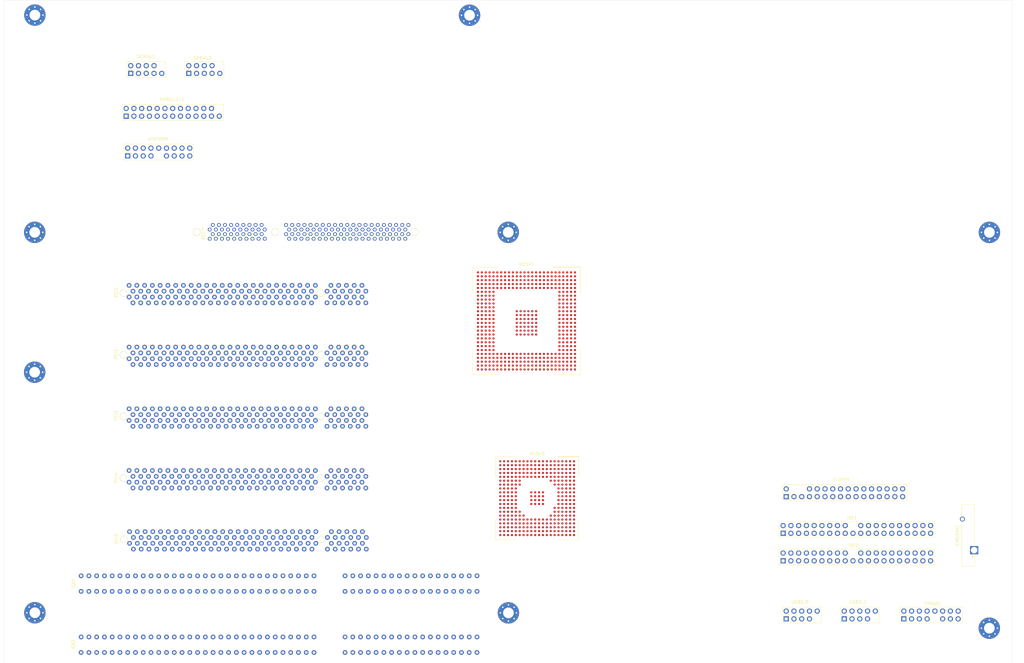
<source format=kicad_pcb>
(kicad_pcb (version 20171130) (host pcbnew "(5.1.6)-1")
  (layers (0 F.Cu signal) (31 B.Cu signal) (34 B.Paste user) (35 F.Paste user) (36 B.SilkS user) (37 F.SilkS user) (38 B.Mask user) (39 F.Mask user) (44 Edge.Cuts user))
  (net 0 "")
  (module Downloaded:PCI (layer F.Cu) (at 57.475 99.7 90)
    (fp_text reference PCI1 (at 5 -20.8 90) (layer F.SilkS))
    (fp_text value PCI)
    (pad B62 thru_hole circle (at 1.625 60.96 90) (size 1.524 1.524) (drill 0.762) (layers *.Cu *.Mask))
    (pad A62 thru_hole circle (at 5.435 60.96 90) (size 1.524 1.524) (drill 0.762) (layers *.Cu *.Mask))
    (pad B61 thru_hole circle (at 3.53 59.69 90) (size 1.524 1.524) (drill 0.762) (layers *.Cu *.Mask))
    (pad A61 thru_hole circle (at 7.34 59.69 90) (size 1.524 1.524) (drill 0.762) (layers *.Cu *.Mask))
    (pad B60 thru_hole circle (at 1.625 58.42 90) (size 1.524 1.524) (drill 0.762) (layers *.Cu *.Mask))
    (pad A60 thru_hole circle (at 5.435 58.42 90) (size 1.524 1.524) (drill 0.762) (layers *.Cu *.Mask))
    (pad B59 thru_hole circle (at 3.53 57.15 90) (size 1.524 1.524) (drill 0.762) (layers *.Cu *.Mask))
    (pad A59 thru_hole circle (at 7.34 57.15 90) (size 1.524 1.524) (drill 0.762) (layers *.Cu *.Mask))
    (pad B58 thru_hole circle (at 1.625 55.88 90) (size 1.524 1.524) (drill 0.762) (layers *.Cu *.Mask))
    (pad A58 thru_hole circle (at 5.435 55.88 90) (size 1.524 1.524) (drill 0.762) (layers *.Cu *.Mask))
    (pad B57 thru_hole circle (at 3.53 54.61 90) (size 1.524 1.524) (drill 0.762) (layers *.Cu *.Mask))
    (pad A57 thru_hole circle (at 7.34 54.61 90) (size 1.524 1.524) (drill 0.762) (layers *.Cu *.Mask))
    (pad B56 thru_hole circle (at 1.625 53.34 90) (size 1.524 1.524) (drill 0.762) (layers *.Cu *.Mask))
    (pad A56 thru_hole circle (at 5.435 53.34 90) (size 1.524 1.524) (drill 0.762) (layers *.Cu *.Mask))
    (pad B55 thru_hole circle (at 3.53 52.07 90) (size 1.524 1.524) (drill 0.762) (layers *.Cu *.Mask))
    (pad A55 thru_hole circle (at 7.34 52.07 90) (size 1.524 1.524) (drill 0.762) (layers *.Cu *.Mask))
    (pad B54 thru_hole circle (at 1.625 50.8 90) (size 1.524 1.524) (drill 0.762) (layers *.Cu *.Mask))
    (pad A54 thru_hole circle (at 5.435 50.8 90) (size 1.524 1.524) (drill 0.762) (layers *.Cu *.Mask))
    (pad B53 thru_hole circle (at 3.53 49.53 90) (size 1.524 1.524) (drill 0.762) (layers *.Cu *.Mask))
    (pad A53 thru_hole circle (at 7.34 49.53 90) (size 1.524 1.524) (drill 0.762) (layers *.Cu *.Mask))
    (pad B52 thru_hole circle (at 1.625 48.26 90) (size 1.524 1.524) (drill 0.762) (layers *.Cu *.Mask))
    (pad A52 thru_hole circle (at 5.435 48.26 90) (size 1.524 1.524) (drill 0.762) (layers *.Cu *.Mask))
    (pad B49 thru_hole circle (at 3.53 44.45 90) (size 1.524 1.524) (drill 0.762) (layers *.Cu *.Mask))
    (pad A49 thru_hole circle (at 7.34 44.45 90) (size 1.524 1.524) (drill 0.762) (layers *.Cu *.Mask))
    (pad B48 thru_hole circle (at 1.625 43.18 90) (size 1.524 1.524) (drill 0.762) (layers *.Cu *.Mask))
    (pad A48 thru_hole circle (at 5.435 43.18 90) (size 1.524 1.524) (drill 0.762) (layers *.Cu *.Mask))
    (pad B47 thru_hole circle (at 3.53 41.91 90) (size 1.524 1.524) (drill 0.762) (layers *.Cu *.Mask))
    (pad A47 thru_hole circle (at 7.34 41.91 90) (size 1.524 1.524) (drill 0.762) (layers *.Cu *.Mask))
    (pad B46 thru_hole circle (at 1.625 40.64 90) (size 1.524 1.524) (drill 0.762) (layers *.Cu *.Mask))
    (pad A46 thru_hole circle (at 5.435 40.64 90) (size 1.524 1.524) (drill 0.762) (layers *.Cu *.Mask))
    (pad B45 thru_hole circle (at 3.53 39.37 90) (size 1.524 1.524) (drill 0.762) (layers *.Cu *.Mask))
    (pad A45 thru_hole circle (at 7.34 39.37 90) (size 1.524 1.524) (drill 0.762) (layers *.Cu *.Mask))
    (pad B44 thru_hole circle (at 1.625 38.1 90) (size 1.524 1.524) (drill 0.762) (layers *.Cu *.Mask))
    (pad A44 thru_hole circle (at 5.435 38.1 90) (size 1.524 1.524) (drill 0.762) (layers *.Cu *.Mask))
    (pad B43 thru_hole circle (at 3.53 36.83 90) (size 1.524 1.524) (drill 0.762) (layers *.Cu *.Mask))
    (pad A43 thru_hole circle (at 7.34 36.83 90) (size 1.524 1.524) (drill 0.762) (layers *.Cu *.Mask))
    (pad B42 thru_hole circle (at 1.625 35.56 90) (size 1.524 1.524) (drill 0.762) (layers *.Cu *.Mask))
    (pad A42 thru_hole circle (at 5.435 35.56 90) (size 1.524 1.524) (drill 0.762) (layers *.Cu *.Mask))
    (pad B41 thru_hole circle (at 3.53 34.29 90) (size 1.524 1.524) (drill 0.762) (layers *.Cu *.Mask))
    (pad A41 thru_hole circle (at 7.34 34.29 90) (size 1.524 1.524) (drill 0.762) (layers *.Cu *.Mask))
    (pad B40 thru_hole circle (at 1.625 33.02 90) (size 1.524 1.524) (drill 0.762) (layers *.Cu *.Mask))
    (pad A40 thru_hole circle (at 5.435 33.02 90) (size 1.524 1.524) (drill 0.762) (layers *.Cu *.Mask))
    (pad B39 thru_hole circle (at 3.53 31.75 90) (size 1.524 1.524) (drill 0.762) (layers *.Cu *.Mask))
    (pad A39 thru_hole circle (at 7.34 31.75 90) (size 1.524 1.524) (drill 0.762) (layers *.Cu *.Mask))
    (pad B38 thru_hole circle (at 1.625 30.48 90) (size 1.524 1.524) (drill 0.762) (layers *.Cu *.Mask))
    (pad A38 thru_hole circle (at 5.435 30.48 90) (size 1.524 1.524) (drill 0.762) (layers *.Cu *.Mask))
    (pad B37 thru_hole circle (at 3.53 29.21 90) (size 1.524 1.524) (drill 0.762) (layers *.Cu *.Mask))
    (pad A37 thru_hole circle (at 7.34 29.21 90) (size 1.524 1.524) (drill 0.762) (layers *.Cu *.Mask))
    (pad B36 thru_hole circle (at 1.625 27.94 90) (size 1.524 1.524) (drill 0.762) (layers *.Cu *.Mask))
    (pad A36 thru_hole circle (at 5.435 27.94 90) (size 1.524 1.524) (drill 0.762) (layers *.Cu *.Mask))
    (pad B35 thru_hole circle (at 3.53 26.67 90) (size 1.524 1.524) (drill 0.762) (layers *.Cu *.Mask))
    (pad A35 thru_hole circle (at 7.34 26.67 90) (size 1.524 1.524) (drill 0.762) (layers *.Cu *.Mask))
    (pad B34 thru_hole circle (at 1.625 25.4 90) (size 1.524 1.524) (drill 0.762) (layers *.Cu *.Mask))
    (pad A34 thru_hole circle (at 5.435 25.4 90) (size 1.524 1.524) (drill 0.762) (layers *.Cu *.Mask))
    (pad B33 thru_hole circle (at 3.53 24.13 90) (size 1.524 1.524) (drill 0.762) (layers *.Cu *.Mask))
    (pad A33 thru_hole circle (at 7.34 24.13 90) (size 1.524 1.524) (drill 0.762) (layers *.Cu *.Mask))
    (pad B32 thru_hole circle (at 1.625 22.86 90) (size 1.524 1.524) (drill 0.762) (layers *.Cu *.Mask))
    (pad A32 thru_hole circle (at 5.435 22.86 90) (size 1.524 1.524) (drill 0.762) (layers *.Cu *.Mask))
    (pad B31 thru_hole circle (at 3.53 21.59 90) (size 1.524 1.524) (drill 0.762) (layers *.Cu *.Mask))
    (pad A31 thru_hole circle (at 7.34 21.59 90) (size 1.524 1.524) (drill 0.762) (layers *.Cu *.Mask))
    (pad B30 thru_hole circle (at 1.625 20.32 90) (size 1.524 1.524) (drill 0.762) (layers *.Cu *.Mask))
    (pad A30 thru_hole circle (at 5.435 20.32 90) (size 1.524 1.524) (drill 0.762) (layers *.Cu *.Mask))
    (pad B29 thru_hole circle (at 3.53 19.05 90) (size 1.524 1.524) (drill 0.762) (layers *.Cu *.Mask))
    (pad A29 thru_hole circle (at 7.34 19.05 90) (size 1.524 1.524) (drill 0.762) (layers *.Cu *.Mask))
    (pad B28 thru_hole circle (at 1.625 17.78 90) (size 1.524 1.524) (drill 0.762) (layers *.Cu *.Mask))
    (pad A28 thru_hole circle (at 5.435 17.78 90) (size 1.524 1.524) (drill 0.762) (layers *.Cu *.Mask))
    (pad B27 thru_hole circle (at 3.53 16.51 90) (size 1.524 1.524) (drill 0.762) (layers *.Cu *.Mask))
    (pad A27 thru_hole circle (at 7.34 16.51 90) (size 1.524 1.524) (drill 0.762) (layers *.Cu *.Mask))
    (pad B26 thru_hole circle (at 1.625 15.24 90) (size 1.524 1.524) (drill 0.762) (layers *.Cu *.Mask))
    (pad A26 thru_hole circle (at 5.435 15.24 90) (size 1.524 1.524) (drill 0.762) (layers *.Cu *.Mask))
    (pad B25 thru_hole circle (at 3.53 13.97 90) (size 1.524 1.524) (drill 0.762) (layers *.Cu *.Mask))
    (pad A25 thru_hole circle (at 7.34 13.97 90) (size 1.524 1.524) (drill 0.762) (layers *.Cu *.Mask))
    (pad B24 thru_hole circle (at 1.625 12.7 90) (size 1.524 1.524) (drill 0.762) (layers *.Cu *.Mask))
    (pad A24 thru_hole circle (at 5.435 12.7 90) (size 1.524 1.524) (drill 0.762) (layers *.Cu *.Mask))
    (pad B23 thru_hole circle (at 3.53 11.43 90) (size 1.524 1.524) (drill 0.762) (layers *.Cu *.Mask))
    (pad A23 thru_hole circle (at 7.34 11.43 90) (size 1.524 1.524) (drill 0.762) (layers *.Cu *.Mask))
    (pad B22 thru_hole circle (at 1.625 10.16 90) (size 1.524 1.524) (drill 0.762) (layers *.Cu *.Mask))
    (pad A22 thru_hole circle (at 5.435 10.16 90) (size 1.524 1.524) (drill 0.762) (layers *.Cu *.Mask))
    (pad B21 thru_hole circle (at 3.53 8.89 90) (size 1.524 1.524) (drill 0.762) (layers *.Cu *.Mask))
    (pad A21 thru_hole circle (at 7.34 8.89 90) (size 1.524 1.524) (drill 0.762) (layers *.Cu *.Mask))
    (pad B20 thru_hole circle (at 1.625 7.62 90) (size 1.524 1.524) (drill 0.762) (layers *.Cu *.Mask))
    (pad A20 thru_hole circle (at 5.435 7.62 90) (size 1.524 1.524) (drill 0.762) (layers *.Cu *.Mask))
    (pad B19 thru_hole circle (at 3.53 6.35 90) (size 1.524 1.524) (drill 0.762) (layers *.Cu *.Mask))
    (pad A19 thru_hole circle (at 7.34 6.35 90) (size 1.524 1.524) (drill 0.762) (layers *.Cu *.Mask))
    (pad B18 thru_hole circle (at 1.625 5.08 90) (size 1.524 1.524) (drill 0.762) (layers *.Cu *.Mask))
    (pad A18 thru_hole circle (at 5.435 5.08 90) (size 1.524 1.524) (drill 0.762) (layers *.Cu *.Mask))
    (pad B17 thru_hole circle (at 3.53 3.81 90) (size 1.524 1.524) (drill 0.762) (layers *.Cu *.Mask))
    (pad A17 thru_hole circle (at 7.34 3.81 90) (size 1.524 1.524) (drill 0.762) (layers *.Cu *.Mask))
    (pad B16 thru_hole circle (at 1.625 2.54 90) (size 1.524 1.524) (drill 0.762) (layers *.Cu *.Mask))
    (pad A16 thru_hole circle (at 5.435 2.54 90) (size 1.524 1.524) (drill 0.762) (layers *.Cu *.Mask))
    (pad B15 thru_hole circle (at 3.53 1.27 90) (size 1.524 1.524) (drill 0.762) (layers *.Cu *.Mask))
    (pad A15 thru_hole circle (at 7.34 1.27 90) (size 1.524 1.524) (drill 0.762) (layers *.Cu *.Mask))
    (pad B14 thru_hole circle (at 1.625 0 90) (size 1.524 1.524) (drill 0.762) (layers *.Cu *.Mask))
    (pad A14 thru_hole circle (at 5.435 0 90) (size 1.524 1.524) (drill 0.762) (layers *.Cu *.Mask))
    (pad B13 thru_hole circle (at 3.53 -1.27 90) (size 1.524 1.524) (drill 0.762) (layers *.Cu *.Mask))
    (pad A13 thru_hole circle (at 7.34 -1.27 90) (size 1.524 1.524) (drill 0.762) (layers *.Cu *.Mask))
    (pad B12 thru_hole circle (at 1.625 -2.54 90) (size 1.524 1.524) (drill 0.762) (layers *.Cu *.Mask))
    (pad A12 thru_hole circle (at 5.435 -2.54 90) (size 1.524 1.524) (drill 0.762) (layers *.Cu *.Mask))
    (pad B11 thru_hole circle (at 3.53 -3.81 90) (size 1.524 1.524) (drill 0.762) (layers *.Cu *.Mask))
    (pad A11 thru_hole circle (at 7.34 -3.81 90) (size 1.524 1.524) (drill 0.762) (layers *.Cu *.Mask))
    (pad B10 thru_hole circle (at 1.625 -5.08 90) (size 1.524 1.524) (drill 0.762) (layers *.Cu *.Mask))
    (pad A10 thru_hole circle (at 5.435 -5.08 90) (size 1.524 1.524) (drill 0.762) (layers *.Cu *.Mask))
    (pad B9 thru_hole circle (at 3.53 -6.35 90) (size 1.524 1.524) (drill 0.762) (layers *.Cu *.Mask))
    (pad A9 thru_hole circle (at 7.34 -6.35 90) (size 1.524 1.524) (drill 0.762) (layers *.Cu *.Mask))
    (pad B8 thru_hole circle (at 1.625 -7.62 90) (size 1.524 1.524) (drill 0.762) (layers *.Cu *.Mask))
    (pad A8 thru_hole circle (at 5.435 -7.62 90) (size 1.524 1.524) (drill 0.762) (layers *.Cu *.Mask))
    (pad B7 thru_hole circle (at 3.53 -8.89 90) (size 1.524 1.524) (drill 0.762) (layers *.Cu *.Mask))
    (pad A7 thru_hole circle (at 7.34 -8.89 90) (size 1.524 1.524) (drill 0.762) (layers *.Cu *.Mask))
    (pad B6 thru_hole circle (at 1.625 -10.16 90) (size 1.524 1.524) (drill 0.762) (layers *.Cu *.Mask))
    (pad A6 thru_hole circle (at 5.435 -10.16 90) (size 1.524 1.524) (drill 0.762) (layers *.Cu *.Mask))
    (pad B5 thru_hole circle (at 3.53 -11.43 90) (size 1.524 1.524) (drill 0.762) (layers *.Cu *.Mask))
    (pad A5 thru_hole circle (at 7.34 -11.43 90) (size 1.524 1.524) (drill 0.762) (layers *.Cu *.Mask))
    (pad B4 thru_hole circle (at 1.625 -12.7 90) (size 1.524 1.524) (drill 0.762) (layers *.Cu *.Mask))
    (pad A4 thru_hole circle (at 5.435 -12.7 90) (size 1.524 1.524) (drill 0.762) (layers *.Cu *.Mask))
    (pad B3 thru_hole circle (at 3.53 -13.97 90) (size 1.524 1.524) (drill 0.762) (layers *.Cu *.Mask))
    (pad A3 thru_hole circle (at 7.34 -13.97 90) (size 1.524 1.524) (drill 0.762) (layers *.Cu *.Mask))
    (pad B2 thru_hole circle (at 1.625 -15.24 90) (size 1.524 1.524) (drill 0.762) (layers *.Cu *.Mask))
    (pad A2 thru_hole circle (at 5.435 -15.24 90) (size 1.524 1.524) (drill 0.762) (layers *.Cu *.Mask))
    (pad B1 thru_hole circle (at 3.53 -16.51 90) (size 1.524 1.524) (drill 0.762) (layers *.Cu *.Mask))
    (pad A1 thru_hole circle (at 7.34 -16.51 90) (size 1.524 1.524) (drill 0.762) (layers *.Cu *.Mask))
  )
  (module Downloaded:PCI (layer F.Cu) (at 57.475 119.9 90)
    (fp_text reference PCI2 (at 5 -20.8 90) (layer F.SilkS))
    (fp_text value PCI)
    (pad A1 thru_hole circle (at 7.34 -16.51 90) (size 1.524 1.524) (drill 0.762) (layers *.Cu *.Mask))
    (pad B1 thru_hole circle (at 3.53 -16.51 90) (size 1.524 1.524) (drill 0.762) (layers *.Cu *.Mask))
    (pad A2 thru_hole circle (at 5.435 -15.24 90) (size 1.524 1.524) (drill 0.762) (layers *.Cu *.Mask))
    (pad B2 thru_hole circle (at 1.625 -15.24 90) (size 1.524 1.524) (drill 0.762) (layers *.Cu *.Mask))
    (pad A3 thru_hole circle (at 7.34 -13.97 90) (size 1.524 1.524) (drill 0.762) (layers *.Cu *.Mask))
    (pad B3 thru_hole circle (at 3.53 -13.97 90) (size 1.524 1.524) (drill 0.762) (layers *.Cu *.Mask))
    (pad A4 thru_hole circle (at 5.435 -12.7 90) (size 1.524 1.524) (drill 0.762) (layers *.Cu *.Mask))
    (pad B4 thru_hole circle (at 1.625 -12.7 90) (size 1.524 1.524) (drill 0.762) (layers *.Cu *.Mask))
    (pad A5 thru_hole circle (at 7.34 -11.43 90) (size 1.524 1.524) (drill 0.762) (layers *.Cu *.Mask))
    (pad B5 thru_hole circle (at 3.53 -11.43 90) (size 1.524 1.524) (drill 0.762) (layers *.Cu *.Mask))
    (pad A6 thru_hole circle (at 5.435 -10.16 90) (size 1.524 1.524) (drill 0.762) (layers *.Cu *.Mask))
    (pad B6 thru_hole circle (at 1.625 -10.16 90) (size 1.524 1.524) (drill 0.762) (layers *.Cu *.Mask))
    (pad A7 thru_hole circle (at 7.34 -8.89 90) (size 1.524 1.524) (drill 0.762) (layers *.Cu *.Mask))
    (pad B7 thru_hole circle (at 3.53 -8.89 90) (size 1.524 1.524) (drill 0.762) (layers *.Cu *.Mask))
    (pad A8 thru_hole circle (at 5.435 -7.62 90) (size 1.524 1.524) (drill 0.762) (layers *.Cu *.Mask))
    (pad B8 thru_hole circle (at 1.625 -7.62 90) (size 1.524 1.524) (drill 0.762) (layers *.Cu *.Mask))
    (pad A9 thru_hole circle (at 7.34 -6.35 90) (size 1.524 1.524) (drill 0.762) (layers *.Cu *.Mask))
    (pad B9 thru_hole circle (at 3.53 -6.35 90) (size 1.524 1.524) (drill 0.762) (layers *.Cu *.Mask))
    (pad A10 thru_hole circle (at 5.435 -5.08 90) (size 1.524 1.524) (drill 0.762) (layers *.Cu *.Mask))
    (pad B10 thru_hole circle (at 1.625 -5.08 90) (size 1.524 1.524) (drill 0.762) (layers *.Cu *.Mask))
    (pad A11 thru_hole circle (at 7.34 -3.81 90) (size 1.524 1.524) (drill 0.762) (layers *.Cu *.Mask))
    (pad B11 thru_hole circle (at 3.53 -3.81 90) (size 1.524 1.524) (drill 0.762) (layers *.Cu *.Mask))
    (pad A12 thru_hole circle (at 5.435 -2.54 90) (size 1.524 1.524) (drill 0.762) (layers *.Cu *.Mask))
    (pad B12 thru_hole circle (at 1.625 -2.54 90) (size 1.524 1.524) (drill 0.762) (layers *.Cu *.Mask))
    (pad A13 thru_hole circle (at 7.34 -1.27 90) (size 1.524 1.524) (drill 0.762) (layers *.Cu *.Mask))
    (pad B13 thru_hole circle (at 3.53 -1.27 90) (size 1.524 1.524) (drill 0.762) (layers *.Cu *.Mask))
    (pad A14 thru_hole circle (at 5.435 0 90) (size 1.524 1.524) (drill 0.762) (layers *.Cu *.Mask))
    (pad B14 thru_hole circle (at 1.625 0 90) (size 1.524 1.524) (drill 0.762) (layers *.Cu *.Mask))
    (pad A15 thru_hole circle (at 7.34 1.27 90) (size 1.524 1.524) (drill 0.762) (layers *.Cu *.Mask))
    (pad B15 thru_hole circle (at 3.53 1.27 90) (size 1.524 1.524) (drill 0.762) (layers *.Cu *.Mask))
    (pad A16 thru_hole circle (at 5.435 2.54 90) (size 1.524 1.524) (drill 0.762) (layers *.Cu *.Mask))
    (pad B16 thru_hole circle (at 1.625 2.54 90) (size 1.524 1.524) (drill 0.762) (layers *.Cu *.Mask))
    (pad A17 thru_hole circle (at 7.34 3.81 90) (size 1.524 1.524) (drill 0.762) (layers *.Cu *.Mask))
    (pad B17 thru_hole circle (at 3.53 3.81 90) (size 1.524 1.524) (drill 0.762) (layers *.Cu *.Mask))
    (pad A18 thru_hole circle (at 5.435 5.08 90) (size 1.524 1.524) (drill 0.762) (layers *.Cu *.Mask))
    (pad B18 thru_hole circle (at 1.625 5.08 90) (size 1.524 1.524) (drill 0.762) (layers *.Cu *.Mask))
    (pad A19 thru_hole circle (at 7.34 6.35 90) (size 1.524 1.524) (drill 0.762) (layers *.Cu *.Mask))
    (pad B19 thru_hole circle (at 3.53 6.35 90) (size 1.524 1.524) (drill 0.762) (layers *.Cu *.Mask))
    (pad A20 thru_hole circle (at 5.435 7.62 90) (size 1.524 1.524) (drill 0.762) (layers *.Cu *.Mask))
    (pad B20 thru_hole circle (at 1.625 7.62 90) (size 1.524 1.524) (drill 0.762) (layers *.Cu *.Mask))
    (pad A21 thru_hole circle (at 7.34 8.89 90) (size 1.524 1.524) (drill 0.762) (layers *.Cu *.Mask))
    (pad B21 thru_hole circle (at 3.53 8.89 90) (size 1.524 1.524) (drill 0.762) (layers *.Cu *.Mask))
    (pad A22 thru_hole circle (at 5.435 10.16 90) (size 1.524 1.524) (drill 0.762) (layers *.Cu *.Mask))
    (pad B22 thru_hole circle (at 1.625 10.16 90) (size 1.524 1.524) (drill 0.762) (layers *.Cu *.Mask))
    (pad A23 thru_hole circle (at 7.34 11.43 90) (size 1.524 1.524) (drill 0.762) (layers *.Cu *.Mask))
    (pad B23 thru_hole circle (at 3.53 11.43 90) (size 1.524 1.524) (drill 0.762) (layers *.Cu *.Mask))
    (pad A24 thru_hole circle (at 5.435 12.7 90) (size 1.524 1.524) (drill 0.762) (layers *.Cu *.Mask))
    (pad B24 thru_hole circle (at 1.625 12.7 90) (size 1.524 1.524) (drill 0.762) (layers *.Cu *.Mask))
    (pad A25 thru_hole circle (at 7.34 13.97 90) (size 1.524 1.524) (drill 0.762) (layers *.Cu *.Mask))
    (pad B25 thru_hole circle (at 3.53 13.97 90) (size 1.524 1.524) (drill 0.762) (layers *.Cu *.Mask))
    (pad A26 thru_hole circle (at 5.435 15.24 90) (size 1.524 1.524) (drill 0.762) (layers *.Cu *.Mask))
    (pad B26 thru_hole circle (at 1.625 15.24 90) (size 1.524 1.524) (drill 0.762) (layers *.Cu *.Mask))
    (pad A27 thru_hole circle (at 7.34 16.51 90) (size 1.524 1.524) (drill 0.762) (layers *.Cu *.Mask))
    (pad B27 thru_hole circle (at 3.53 16.51 90) (size 1.524 1.524) (drill 0.762) (layers *.Cu *.Mask))
    (pad A28 thru_hole circle (at 5.435 17.78 90) (size 1.524 1.524) (drill 0.762) (layers *.Cu *.Mask))
    (pad B28 thru_hole circle (at 1.625 17.78 90) (size 1.524 1.524) (drill 0.762) (layers *.Cu *.Mask))
    (pad A29 thru_hole circle (at 7.34 19.05 90) (size 1.524 1.524) (drill 0.762) (layers *.Cu *.Mask))
    (pad B29 thru_hole circle (at 3.53 19.05 90) (size 1.524 1.524) (drill 0.762) (layers *.Cu *.Mask))
    (pad A30 thru_hole circle (at 5.435 20.32 90) (size 1.524 1.524) (drill 0.762) (layers *.Cu *.Mask))
    (pad B30 thru_hole circle (at 1.625 20.32 90) (size 1.524 1.524) (drill 0.762) (layers *.Cu *.Mask))
    (pad A31 thru_hole circle (at 7.34 21.59 90) (size 1.524 1.524) (drill 0.762) (layers *.Cu *.Mask))
    (pad B31 thru_hole circle (at 3.53 21.59 90) (size 1.524 1.524) (drill 0.762) (layers *.Cu *.Mask))
    (pad A32 thru_hole circle (at 5.435 22.86 90) (size 1.524 1.524) (drill 0.762) (layers *.Cu *.Mask))
    (pad B32 thru_hole circle (at 1.625 22.86 90) (size 1.524 1.524) (drill 0.762) (layers *.Cu *.Mask))
    (pad A33 thru_hole circle (at 7.34 24.13 90) (size 1.524 1.524) (drill 0.762) (layers *.Cu *.Mask))
    (pad B33 thru_hole circle (at 3.53 24.13 90) (size 1.524 1.524) (drill 0.762) (layers *.Cu *.Mask))
    (pad A34 thru_hole circle (at 5.435 25.4 90) (size 1.524 1.524) (drill 0.762) (layers *.Cu *.Mask))
    (pad B34 thru_hole circle (at 1.625 25.4 90) (size 1.524 1.524) (drill 0.762) (layers *.Cu *.Mask))
    (pad A35 thru_hole circle (at 7.34 26.67 90) (size 1.524 1.524) (drill 0.762) (layers *.Cu *.Mask))
    (pad B35 thru_hole circle (at 3.53 26.67 90) (size 1.524 1.524) (drill 0.762) (layers *.Cu *.Mask))
    (pad A36 thru_hole circle (at 5.435 27.94 90) (size 1.524 1.524) (drill 0.762) (layers *.Cu *.Mask))
    (pad B36 thru_hole circle (at 1.625 27.94 90) (size 1.524 1.524) (drill 0.762) (layers *.Cu *.Mask))
    (pad A37 thru_hole circle (at 7.34 29.21 90) (size 1.524 1.524) (drill 0.762) (layers *.Cu *.Mask))
    (pad B37 thru_hole circle (at 3.53 29.21 90) (size 1.524 1.524) (drill 0.762) (layers *.Cu *.Mask))
    (pad A38 thru_hole circle (at 5.435 30.48 90) (size 1.524 1.524) (drill 0.762) (layers *.Cu *.Mask))
    (pad B38 thru_hole circle (at 1.625 30.48 90) (size 1.524 1.524) (drill 0.762) (layers *.Cu *.Mask))
    (pad A39 thru_hole circle (at 7.34 31.75 90) (size 1.524 1.524) (drill 0.762) (layers *.Cu *.Mask))
    (pad B39 thru_hole circle (at 3.53 31.75 90) (size 1.524 1.524) (drill 0.762) (layers *.Cu *.Mask))
    (pad A40 thru_hole circle (at 5.435 33.02 90) (size 1.524 1.524) (drill 0.762) (layers *.Cu *.Mask))
    (pad B40 thru_hole circle (at 1.625 33.02 90) (size 1.524 1.524) (drill 0.762) (layers *.Cu *.Mask))
    (pad A41 thru_hole circle (at 7.34 34.29 90) (size 1.524 1.524) (drill 0.762) (layers *.Cu *.Mask))
    (pad B41 thru_hole circle (at 3.53 34.29 90) (size 1.524 1.524) (drill 0.762) (layers *.Cu *.Mask))
    (pad A42 thru_hole circle (at 5.435 35.56 90) (size 1.524 1.524) (drill 0.762) (layers *.Cu *.Mask))
    (pad B42 thru_hole circle (at 1.625 35.56 90) (size 1.524 1.524) (drill 0.762) (layers *.Cu *.Mask))
    (pad A43 thru_hole circle (at 7.34 36.83 90) (size 1.524 1.524) (drill 0.762) (layers *.Cu *.Mask))
    (pad B43 thru_hole circle (at 3.53 36.83 90) (size 1.524 1.524) (drill 0.762) (layers *.Cu *.Mask))
    (pad A44 thru_hole circle (at 5.435 38.1 90) (size 1.524 1.524) (drill 0.762) (layers *.Cu *.Mask))
    (pad B44 thru_hole circle (at 1.625 38.1 90) (size 1.524 1.524) (drill 0.762) (layers *.Cu *.Mask))
    (pad A45 thru_hole circle (at 7.34 39.37 90) (size 1.524 1.524) (drill 0.762) (layers *.Cu *.Mask))
    (pad B45 thru_hole circle (at 3.53 39.37 90) (size 1.524 1.524) (drill 0.762) (layers *.Cu *.Mask))
    (pad A46 thru_hole circle (at 5.435 40.64 90) (size 1.524 1.524) (drill 0.762) (layers *.Cu *.Mask))
    (pad B46 thru_hole circle (at 1.625 40.64 90) (size 1.524 1.524) (drill 0.762) (layers *.Cu *.Mask))
    (pad A47 thru_hole circle (at 7.34 41.91 90) (size 1.524 1.524) (drill 0.762) (layers *.Cu *.Mask))
    (pad B47 thru_hole circle (at 3.53 41.91 90) (size 1.524 1.524) (drill 0.762) (layers *.Cu *.Mask))
    (pad A48 thru_hole circle (at 5.435 43.18 90) (size 1.524 1.524) (drill 0.762) (layers *.Cu *.Mask))
    (pad B48 thru_hole circle (at 1.625 43.18 90) (size 1.524 1.524) (drill 0.762) (layers *.Cu *.Mask))
    (pad A49 thru_hole circle (at 7.34 44.45 90) (size 1.524 1.524) (drill 0.762) (layers *.Cu *.Mask))
    (pad B49 thru_hole circle (at 3.53 44.45 90) (size 1.524 1.524) (drill 0.762) (layers *.Cu *.Mask))
    (pad A52 thru_hole circle (at 5.435 48.26 90) (size 1.524 1.524) (drill 0.762) (layers *.Cu *.Mask))
    (pad B52 thru_hole circle (at 1.625 48.26 90) (size 1.524 1.524) (drill 0.762) (layers *.Cu *.Mask))
    (pad A53 thru_hole circle (at 7.34 49.53 90) (size 1.524 1.524) (drill 0.762) (layers *.Cu *.Mask))
    (pad B53 thru_hole circle (at 3.53 49.53 90) (size 1.524 1.524) (drill 0.762) (layers *.Cu *.Mask))
    (pad A54 thru_hole circle (at 5.435 50.8 90) (size 1.524 1.524) (drill 0.762) (layers *.Cu *.Mask))
    (pad B54 thru_hole circle (at 1.625 50.8 90) (size 1.524 1.524) (drill 0.762) (layers *.Cu *.Mask))
    (pad A55 thru_hole circle (at 7.34 52.07 90) (size 1.524 1.524) (drill 0.762) (layers *.Cu *.Mask))
    (pad B55 thru_hole circle (at 3.53 52.07 90) (size 1.524 1.524) (drill 0.762) (layers *.Cu *.Mask))
    (pad A56 thru_hole circle (at 5.435 53.34 90) (size 1.524 1.524) (drill 0.762) (layers *.Cu *.Mask))
    (pad B56 thru_hole circle (at 1.625 53.34 90) (size 1.524 1.524) (drill 0.762) (layers *.Cu *.Mask))
    (pad A57 thru_hole circle (at 7.34 54.61 90) (size 1.524 1.524) (drill 0.762) (layers *.Cu *.Mask))
    (pad B57 thru_hole circle (at 3.53 54.61 90) (size 1.524 1.524) (drill 0.762) (layers *.Cu *.Mask))
    (pad A58 thru_hole circle (at 5.435 55.88 90) (size 1.524 1.524) (drill 0.762) (layers *.Cu *.Mask))
    (pad B58 thru_hole circle (at 1.625 55.88 90) (size 1.524 1.524) (drill 0.762) (layers *.Cu *.Mask))
    (pad A59 thru_hole circle (at 7.34 57.15 90) (size 1.524 1.524) (drill 0.762) (layers *.Cu *.Mask))
    (pad B59 thru_hole circle (at 3.53 57.15 90) (size 1.524 1.524) (drill 0.762) (layers *.Cu *.Mask))
    (pad A60 thru_hole circle (at 5.435 58.42 90) (size 1.524 1.524) (drill 0.762) (layers *.Cu *.Mask))
    (pad B60 thru_hole circle (at 1.625 58.42 90) (size 1.524 1.524) (drill 0.762) (layers *.Cu *.Mask))
    (pad A61 thru_hole circle (at 7.34 59.69 90) (size 1.524 1.524) (drill 0.762) (layers *.Cu *.Mask))
    (pad B61 thru_hole circle (at 3.53 59.69 90) (size 1.524 1.524) (drill 0.762) (layers *.Cu *.Mask))
    (pad A62 thru_hole circle (at 5.435 60.96 90) (size 1.524 1.524) (drill 0.762) (layers *.Cu *.Mask))
    (pad B62 thru_hole circle (at 1.625 60.96 90) (size 1.524 1.524) (drill 0.762) (layers *.Cu *.Mask))
  )
  (module Downloaded:PCI (layer F.Cu) (at 57.475 140.1 90)
    (fp_text reference PCI3 (at 5 -20.8 90) (layer F.SilkS))
    (fp_text value PCI)
    (pad B62 thru_hole circle (at 1.625 60.96 90) (size 1.524 1.524) (drill 0.762) (layers *.Cu *.Mask))
    (pad A62 thru_hole circle (at 5.435 60.96 90) (size 1.524 1.524) (drill 0.762) (layers *.Cu *.Mask))
    (pad B61 thru_hole circle (at 3.53 59.69 90) (size 1.524 1.524) (drill 0.762) (layers *.Cu *.Mask))
    (pad A61 thru_hole circle (at 7.34 59.69 90) (size 1.524 1.524) (drill 0.762) (layers *.Cu *.Mask))
    (pad B60 thru_hole circle (at 1.625 58.42 90) (size 1.524 1.524) (drill 0.762) (layers *.Cu *.Mask))
    (pad A60 thru_hole circle (at 5.435 58.42 90) (size 1.524 1.524) (drill 0.762) (layers *.Cu *.Mask))
    (pad B59 thru_hole circle (at 3.53 57.15 90) (size 1.524 1.524) (drill 0.762) (layers *.Cu *.Mask))
    (pad A59 thru_hole circle (at 7.34 57.15 90) (size 1.524 1.524) (drill 0.762) (layers *.Cu *.Mask))
    (pad B58 thru_hole circle (at 1.625 55.88 90) (size 1.524 1.524) (drill 0.762) (layers *.Cu *.Mask))
    (pad A58 thru_hole circle (at 5.435 55.88 90) (size 1.524 1.524) (drill 0.762) (layers *.Cu *.Mask))
    (pad B57 thru_hole circle (at 3.53 54.61 90) (size 1.524 1.524) (drill 0.762) (layers *.Cu *.Mask))
    (pad A57 thru_hole circle (at 7.34 54.61 90) (size 1.524 1.524) (drill 0.762) (layers *.Cu *.Mask))
    (pad B56 thru_hole circle (at 1.625 53.34 90) (size 1.524 1.524) (drill 0.762) (layers *.Cu *.Mask))
    (pad A56 thru_hole circle (at 5.435 53.34 90) (size 1.524 1.524) (drill 0.762) (layers *.Cu *.Mask))
    (pad B55 thru_hole circle (at 3.53 52.07 90) (size 1.524 1.524) (drill 0.762) (layers *.Cu *.Mask))
    (pad A55 thru_hole circle (at 7.34 52.07 90) (size 1.524 1.524) (drill 0.762) (layers *.Cu *.Mask))
    (pad B54 thru_hole circle (at 1.625 50.8 90) (size 1.524 1.524) (drill 0.762) (layers *.Cu *.Mask))
    (pad A54 thru_hole circle (at 5.435 50.8 90) (size 1.524 1.524) (drill 0.762) (layers *.Cu *.Mask))
    (pad B53 thru_hole circle (at 3.53 49.53 90) (size 1.524 1.524) (drill 0.762) (layers *.Cu *.Mask))
    (pad A53 thru_hole circle (at 7.34 49.53 90) (size 1.524 1.524) (drill 0.762) (layers *.Cu *.Mask))
    (pad B52 thru_hole circle (at 1.625 48.26 90) (size 1.524 1.524) (drill 0.762) (layers *.Cu *.Mask))
    (pad A52 thru_hole circle (at 5.435 48.26 90) (size 1.524 1.524) (drill 0.762) (layers *.Cu *.Mask))
    (pad B49 thru_hole circle (at 3.53 44.45 90) (size 1.524 1.524) (drill 0.762) (layers *.Cu *.Mask))
    (pad A49 thru_hole circle (at 7.34 44.45 90) (size 1.524 1.524) (drill 0.762) (layers *.Cu *.Mask))
    (pad B48 thru_hole circle (at 1.625 43.18 90) (size 1.524 1.524) (drill 0.762) (layers *.Cu *.Mask))
    (pad A48 thru_hole circle (at 5.435 43.18 90) (size 1.524 1.524) (drill 0.762) (layers *.Cu *.Mask))
    (pad B47 thru_hole circle (at 3.53 41.91 90) (size 1.524 1.524) (drill 0.762) (layers *.Cu *.Mask))
    (pad A47 thru_hole circle (at 7.34 41.91 90) (size 1.524 1.524) (drill 0.762) (layers *.Cu *.Mask))
    (pad B46 thru_hole circle (at 1.625 40.64 90) (size 1.524 1.524) (drill 0.762) (layers *.Cu *.Mask))
    (pad A46 thru_hole circle (at 5.435 40.64 90) (size 1.524 1.524) (drill 0.762) (layers *.Cu *.Mask))
    (pad B45 thru_hole circle (at 3.53 39.37 90) (size 1.524 1.524) (drill 0.762) (layers *.Cu *.Mask))
    (pad A45 thru_hole circle (at 7.34 39.37 90) (size 1.524 1.524) (drill 0.762) (layers *.Cu *.Mask))
    (pad B44 thru_hole circle (at 1.625 38.1 90) (size 1.524 1.524) (drill 0.762) (layers *.Cu *.Mask))
    (pad A44 thru_hole circle (at 5.435 38.1 90) (size 1.524 1.524) (drill 0.762) (layers *.Cu *.Mask))
    (pad B43 thru_hole circle (at 3.53 36.83 90) (size 1.524 1.524) (drill 0.762) (layers *.Cu *.Mask))
    (pad A43 thru_hole circle (at 7.34 36.83 90) (size 1.524 1.524) (drill 0.762) (layers *.Cu *.Mask))
    (pad B42 thru_hole circle (at 1.625 35.56 90) (size 1.524 1.524) (drill 0.762) (layers *.Cu *.Mask))
    (pad A42 thru_hole circle (at 5.435 35.56 90) (size 1.524 1.524) (drill 0.762) (layers *.Cu *.Mask))
    (pad B41 thru_hole circle (at 3.53 34.29 90) (size 1.524 1.524) (drill 0.762) (layers *.Cu *.Mask))
    (pad A41 thru_hole circle (at 7.34 34.29 90) (size 1.524 1.524) (drill 0.762) (layers *.Cu *.Mask))
    (pad B40 thru_hole circle (at 1.625 33.02 90) (size 1.524 1.524) (drill 0.762) (layers *.Cu *.Mask))
    (pad A40 thru_hole circle (at 5.435 33.02 90) (size 1.524 1.524) (drill 0.762) (layers *.Cu *.Mask))
    (pad B39 thru_hole circle (at 3.53 31.75 90) (size 1.524 1.524) (drill 0.762) (layers *.Cu *.Mask))
    (pad A39 thru_hole circle (at 7.34 31.75 90) (size 1.524 1.524) (drill 0.762) (layers *.Cu *.Mask))
    (pad B38 thru_hole circle (at 1.625 30.48 90) (size 1.524 1.524) (drill 0.762) (layers *.Cu *.Mask))
    (pad A38 thru_hole circle (at 5.435 30.48 90) (size 1.524 1.524) (drill 0.762) (layers *.Cu *.Mask))
    (pad B37 thru_hole circle (at 3.53 29.21 90) (size 1.524 1.524) (drill 0.762) (layers *.Cu *.Mask))
    (pad A37 thru_hole circle (at 7.34 29.21 90) (size 1.524 1.524) (drill 0.762) (layers *.Cu *.Mask))
    (pad B36 thru_hole circle (at 1.625 27.94 90) (size 1.524 1.524) (drill 0.762) (layers *.Cu *.Mask))
    (pad A36 thru_hole circle (at 5.435 27.94 90) (size 1.524 1.524) (drill 0.762) (layers *.Cu *.Mask))
    (pad B35 thru_hole circle (at 3.53 26.67 90) (size 1.524 1.524) (drill 0.762) (layers *.Cu *.Mask))
    (pad A35 thru_hole circle (at 7.34 26.67 90) (size 1.524 1.524) (drill 0.762) (layers *.Cu *.Mask))
    (pad B34 thru_hole circle (at 1.625 25.4 90) (size 1.524 1.524) (drill 0.762) (layers *.Cu *.Mask))
    (pad A34 thru_hole circle (at 5.435 25.4 90) (size 1.524 1.524) (drill 0.762) (layers *.Cu *.Mask))
    (pad B33 thru_hole circle (at 3.53 24.13 90) (size 1.524 1.524) (drill 0.762) (layers *.Cu *.Mask))
    (pad A33 thru_hole circle (at 7.34 24.13 90) (size 1.524 1.524) (drill 0.762) (layers *.Cu *.Mask))
    (pad B32 thru_hole circle (at 1.625 22.86 90) (size 1.524 1.524) (drill 0.762) (layers *.Cu *.Mask))
    (pad A32 thru_hole circle (at 5.435 22.86 90) (size 1.524 1.524) (drill 0.762) (layers *.Cu *.Mask))
    (pad B31 thru_hole circle (at 3.53 21.59 90) (size 1.524 1.524) (drill 0.762) (layers *.Cu *.Mask))
    (pad A31 thru_hole circle (at 7.34 21.59 90) (size 1.524 1.524) (drill 0.762) (layers *.Cu *.Mask))
    (pad B30 thru_hole circle (at 1.625 20.32 90) (size 1.524 1.524) (drill 0.762) (layers *.Cu *.Mask))
    (pad A30 thru_hole circle (at 5.435 20.32 90) (size 1.524 1.524) (drill 0.762) (layers *.Cu *.Mask))
    (pad B29 thru_hole circle (at 3.53 19.05 90) (size 1.524 1.524) (drill 0.762) (layers *.Cu *.Mask))
    (pad A29 thru_hole circle (at 7.34 19.05 90) (size 1.524 1.524) (drill 0.762) (layers *.Cu *.Mask))
    (pad B28 thru_hole circle (at 1.625 17.78 90) (size 1.524 1.524) (drill 0.762) (layers *.Cu *.Mask))
    (pad A28 thru_hole circle (at 5.435 17.78 90) (size 1.524 1.524) (drill 0.762) (layers *.Cu *.Mask))
    (pad B27 thru_hole circle (at 3.53 16.51 90) (size 1.524 1.524) (drill 0.762) (layers *.Cu *.Mask))
    (pad A27 thru_hole circle (at 7.34 16.51 90) (size 1.524 1.524) (drill 0.762) (layers *.Cu *.Mask))
    (pad B26 thru_hole circle (at 1.625 15.24 90) (size 1.524 1.524) (drill 0.762) (layers *.Cu *.Mask))
    (pad A26 thru_hole circle (at 5.435 15.24 90) (size 1.524 1.524) (drill 0.762) (layers *.Cu *.Mask))
    (pad B25 thru_hole circle (at 3.53 13.97 90) (size 1.524 1.524) (drill 0.762) (layers *.Cu *.Mask))
    (pad A25 thru_hole circle (at 7.34 13.97 90) (size 1.524 1.524) (drill 0.762) (layers *.Cu *.Mask))
    (pad B24 thru_hole circle (at 1.625 12.7 90) (size 1.524 1.524) (drill 0.762) (layers *.Cu *.Mask))
    (pad A24 thru_hole circle (at 5.435 12.7 90) (size 1.524 1.524) (drill 0.762) (layers *.Cu *.Mask))
    (pad B23 thru_hole circle (at 3.53 11.43 90) (size 1.524 1.524) (drill 0.762) (layers *.Cu *.Mask))
    (pad A23 thru_hole circle (at 7.34 11.43 90) (size 1.524 1.524) (drill 0.762) (layers *.Cu *.Mask))
    (pad B22 thru_hole circle (at 1.625 10.16 90) (size 1.524 1.524) (drill 0.762) (layers *.Cu *.Mask))
    (pad A22 thru_hole circle (at 5.435 10.16 90) (size 1.524 1.524) (drill 0.762) (layers *.Cu *.Mask))
    (pad B21 thru_hole circle (at 3.53 8.89 90) (size 1.524 1.524) (drill 0.762) (layers *.Cu *.Mask))
    (pad A21 thru_hole circle (at 7.34 8.89 90) (size 1.524 1.524) (drill 0.762) (layers *.Cu *.Mask))
    (pad B20 thru_hole circle (at 1.625 7.62 90) (size 1.524 1.524) (drill 0.762) (layers *.Cu *.Mask))
    (pad A20 thru_hole circle (at 5.435 7.62 90) (size 1.524 1.524) (drill 0.762) (layers *.Cu *.Mask))
    (pad B19 thru_hole circle (at 3.53 6.35 90) (size 1.524 1.524) (drill 0.762) (layers *.Cu *.Mask))
    (pad A19 thru_hole circle (at 7.34 6.35 90) (size 1.524 1.524) (drill 0.762) (layers *.Cu *.Mask))
    (pad B18 thru_hole circle (at 1.625 5.08 90) (size 1.524 1.524) (drill 0.762) (layers *.Cu *.Mask))
    (pad A18 thru_hole circle (at 5.435 5.08 90) (size 1.524 1.524) (drill 0.762) (layers *.Cu *.Mask))
    (pad B17 thru_hole circle (at 3.53 3.81 90) (size 1.524 1.524) (drill 0.762) (layers *.Cu *.Mask))
    (pad A17 thru_hole circle (at 7.34 3.81 90) (size 1.524 1.524) (drill 0.762) (layers *.Cu *.Mask))
    (pad B16 thru_hole circle (at 1.625 2.54 90) (size 1.524 1.524) (drill 0.762) (layers *.Cu *.Mask))
    (pad A16 thru_hole circle (at 5.435 2.54 90) (size 1.524 1.524) (drill 0.762) (layers *.Cu *.Mask))
    (pad B15 thru_hole circle (at 3.53 1.27 90) (size 1.524 1.524) (drill 0.762) (layers *.Cu *.Mask))
    (pad A15 thru_hole circle (at 7.34 1.27 90) (size 1.524 1.524) (drill 0.762) (layers *.Cu *.Mask))
    (pad B14 thru_hole circle (at 1.625 0 90) (size 1.524 1.524) (drill 0.762) (layers *.Cu *.Mask))
    (pad A14 thru_hole circle (at 5.435 0 90) (size 1.524 1.524) (drill 0.762) (layers *.Cu *.Mask))
    (pad B13 thru_hole circle (at 3.53 -1.27 90) (size 1.524 1.524) (drill 0.762) (layers *.Cu *.Mask))
    (pad A13 thru_hole circle (at 7.34 -1.27 90) (size 1.524 1.524) (drill 0.762) (layers *.Cu *.Mask))
    (pad B12 thru_hole circle (at 1.625 -2.54 90) (size 1.524 1.524) (drill 0.762) (layers *.Cu *.Mask))
    (pad A12 thru_hole circle (at 5.435 -2.54 90) (size 1.524 1.524) (drill 0.762) (layers *.Cu *.Mask))
    (pad B11 thru_hole circle (at 3.53 -3.81 90) (size 1.524 1.524) (drill 0.762) (layers *.Cu *.Mask))
    (pad A11 thru_hole circle (at 7.34 -3.81 90) (size 1.524 1.524) (drill 0.762) (layers *.Cu *.Mask))
    (pad B10 thru_hole circle (at 1.625 -5.08 90) (size 1.524 1.524) (drill 0.762) (layers *.Cu *.Mask))
    (pad A10 thru_hole circle (at 5.435 -5.08 90) (size 1.524 1.524) (drill 0.762) (layers *.Cu *.Mask))
    (pad B9 thru_hole circle (at 3.53 -6.35 90) (size 1.524 1.524) (drill 0.762) (layers *.Cu *.Mask))
    (pad A9 thru_hole circle (at 7.34 -6.35 90) (size 1.524 1.524) (drill 0.762) (layers *.Cu *.Mask))
    (pad B8 thru_hole circle (at 1.625 -7.62 90) (size 1.524 1.524) (drill 0.762) (layers *.Cu *.Mask))
    (pad A8 thru_hole circle (at 5.435 -7.62 90) (size 1.524 1.524) (drill 0.762) (layers *.Cu *.Mask))
    (pad B7 thru_hole circle (at 3.53 -8.89 90) (size 1.524 1.524) (drill 0.762) (layers *.Cu *.Mask))
    (pad A7 thru_hole circle (at 7.34 -8.89 90) (size 1.524 1.524) (drill 0.762) (layers *.Cu *.Mask))
    (pad B6 thru_hole circle (at 1.625 -10.16 90) (size 1.524 1.524) (drill 0.762) (layers *.Cu *.Mask))
    (pad A6 thru_hole circle (at 5.435 -10.16 90) (size 1.524 1.524) (drill 0.762) (layers *.Cu *.Mask))
    (pad B5 thru_hole circle (at 3.53 -11.43 90) (size 1.524 1.524) (drill 0.762) (layers *.Cu *.Mask))
    (pad A5 thru_hole circle (at 7.34 -11.43 90) (size 1.524 1.524) (drill 0.762) (layers *.Cu *.Mask))
    (pad B4 thru_hole circle (at 1.625 -12.7 90) (size 1.524 1.524) (drill 0.762) (layers *.Cu *.Mask))
    (pad A4 thru_hole circle (at 5.435 -12.7 90) (size 1.524 1.524) (drill 0.762) (layers *.Cu *.Mask))
    (pad B3 thru_hole circle (at 3.53 -13.97 90) (size 1.524 1.524) (drill 0.762) (layers *.Cu *.Mask))
    (pad A3 thru_hole circle (at 7.34 -13.97 90) (size 1.524 1.524) (drill 0.762) (layers *.Cu *.Mask))
    (pad B2 thru_hole circle (at 1.625 -15.24 90) (size 1.524 1.524) (drill 0.762) (layers *.Cu *.Mask))
    (pad A2 thru_hole circle (at 5.435 -15.24 90) (size 1.524 1.524) (drill 0.762) (layers *.Cu *.Mask))
    (pad B1 thru_hole circle (at 3.53 -16.51 90) (size 1.524 1.524) (drill 0.762) (layers *.Cu *.Mask))
    (pad A1 thru_hole circle (at 7.34 -16.51 90) (size 1.524 1.524) (drill 0.762) (layers *.Cu *.Mask))
  )
  (module Downloaded:PCI (layer F.Cu) (at 57.475 160.3 90)
    (fp_text reference PCI4 (at 5 -20.8 90) (layer F.SilkS))
    (fp_text value PCI)
    (pad A1 thru_hole circle (at 7.34 -16.51 90) (size 1.524 1.524) (drill 0.762) (layers *.Cu *.Mask))
    (pad B1 thru_hole circle (at 3.53 -16.51 90) (size 1.524 1.524) (drill 0.762) (layers *.Cu *.Mask))
    (pad A2 thru_hole circle (at 5.435 -15.24 90) (size 1.524 1.524) (drill 0.762) (layers *.Cu *.Mask))
    (pad B2 thru_hole circle (at 1.625 -15.24 90) (size 1.524 1.524) (drill 0.762) (layers *.Cu *.Mask))
    (pad A3 thru_hole circle (at 7.34 -13.97 90) (size 1.524 1.524) (drill 0.762) (layers *.Cu *.Mask))
    (pad B3 thru_hole circle (at 3.53 -13.97 90) (size 1.524 1.524) (drill 0.762) (layers *.Cu *.Mask))
    (pad A4 thru_hole circle (at 5.435 -12.7 90) (size 1.524 1.524) (drill 0.762) (layers *.Cu *.Mask))
    (pad B4 thru_hole circle (at 1.625 -12.7 90) (size 1.524 1.524) (drill 0.762) (layers *.Cu *.Mask))
    (pad A5 thru_hole circle (at 7.34 -11.43 90) (size 1.524 1.524) (drill 0.762) (layers *.Cu *.Mask))
    (pad B5 thru_hole circle (at 3.53 -11.43 90) (size 1.524 1.524) (drill 0.762) (layers *.Cu *.Mask))
    (pad A6 thru_hole circle (at 5.435 -10.16 90) (size 1.524 1.524) (drill 0.762) (layers *.Cu *.Mask))
    (pad B6 thru_hole circle (at 1.625 -10.16 90) (size 1.524 1.524) (drill 0.762) (layers *.Cu *.Mask))
    (pad A7 thru_hole circle (at 7.34 -8.89 90) (size 1.524 1.524) (drill 0.762) (layers *.Cu *.Mask))
    (pad B7 thru_hole circle (at 3.53 -8.89 90) (size 1.524 1.524) (drill 0.762) (layers *.Cu *.Mask))
    (pad A8 thru_hole circle (at 5.435 -7.62 90) (size 1.524 1.524) (drill 0.762) (layers *.Cu *.Mask))
    (pad B8 thru_hole circle (at 1.625 -7.62 90) (size 1.524 1.524) (drill 0.762) (layers *.Cu *.Mask))
    (pad A9 thru_hole circle (at 7.34 -6.35 90) (size 1.524 1.524) (drill 0.762) (layers *.Cu *.Mask))
    (pad B9 thru_hole circle (at 3.53 -6.35 90) (size 1.524 1.524) (drill 0.762) (layers *.Cu *.Mask))
    (pad A10 thru_hole circle (at 5.435 -5.08 90) (size 1.524 1.524) (drill 0.762) (layers *.Cu *.Mask))
    (pad B10 thru_hole circle (at 1.625 -5.08 90) (size 1.524 1.524) (drill 0.762) (layers *.Cu *.Mask))
    (pad A11 thru_hole circle (at 7.34 -3.81 90) (size 1.524 1.524) (drill 0.762) (layers *.Cu *.Mask))
    (pad B11 thru_hole circle (at 3.53 -3.81 90) (size 1.524 1.524) (drill 0.762) (layers *.Cu *.Mask))
    (pad A12 thru_hole circle (at 5.435 -2.54 90) (size 1.524 1.524) (drill 0.762) (layers *.Cu *.Mask))
    (pad B12 thru_hole circle (at 1.625 -2.54 90) (size 1.524 1.524) (drill 0.762) (layers *.Cu *.Mask))
    (pad A13 thru_hole circle (at 7.34 -1.27 90) (size 1.524 1.524) (drill 0.762) (layers *.Cu *.Mask))
    (pad B13 thru_hole circle (at 3.53 -1.27 90) (size 1.524 1.524) (drill 0.762) (layers *.Cu *.Mask))
    (pad A14 thru_hole circle (at 5.435 0 90) (size 1.524 1.524) (drill 0.762) (layers *.Cu *.Mask))
    (pad B14 thru_hole circle (at 1.625 0 90) (size 1.524 1.524) (drill 0.762) (layers *.Cu *.Mask))
    (pad A15 thru_hole circle (at 7.34 1.27 90) (size 1.524 1.524) (drill 0.762) (layers *.Cu *.Mask))
    (pad B15 thru_hole circle (at 3.53 1.27 90) (size 1.524 1.524) (drill 0.762) (layers *.Cu *.Mask))
    (pad A16 thru_hole circle (at 5.435 2.54 90) (size 1.524 1.524) (drill 0.762) (layers *.Cu *.Mask))
    (pad B16 thru_hole circle (at 1.625 2.54 90) (size 1.524 1.524) (drill 0.762) (layers *.Cu *.Mask))
    (pad A17 thru_hole circle (at 7.34 3.81 90) (size 1.524 1.524) (drill 0.762) (layers *.Cu *.Mask))
    (pad B17 thru_hole circle (at 3.53 3.81 90) (size 1.524 1.524) (drill 0.762) (layers *.Cu *.Mask))
    (pad A18 thru_hole circle (at 5.435 5.08 90) (size 1.524 1.524) (drill 0.762) (layers *.Cu *.Mask))
    (pad B18 thru_hole circle (at 1.625 5.08 90) (size 1.524 1.524) (drill 0.762) (layers *.Cu *.Mask))
    (pad A19 thru_hole circle (at 7.34 6.35 90) (size 1.524 1.524) (drill 0.762) (layers *.Cu *.Mask))
    (pad B19 thru_hole circle (at 3.53 6.35 90) (size 1.524 1.524) (drill 0.762) (layers *.Cu *.Mask))
    (pad A20 thru_hole circle (at 5.435 7.62 90) (size 1.524 1.524) (drill 0.762) (layers *.Cu *.Mask))
    (pad B20 thru_hole circle (at 1.625 7.62 90) (size 1.524 1.524) (drill 0.762) (layers *.Cu *.Mask))
    (pad A21 thru_hole circle (at 7.34 8.89 90) (size 1.524 1.524) (drill 0.762) (layers *.Cu *.Mask))
    (pad B21 thru_hole circle (at 3.53 8.89 90) (size 1.524 1.524) (drill 0.762) (layers *.Cu *.Mask))
    (pad A22 thru_hole circle (at 5.435 10.16 90) (size 1.524 1.524) (drill 0.762) (layers *.Cu *.Mask))
    (pad B22 thru_hole circle (at 1.625 10.16 90) (size 1.524 1.524) (drill 0.762) (layers *.Cu *.Mask))
    (pad A23 thru_hole circle (at 7.34 11.43 90) (size 1.524 1.524) (drill 0.762) (layers *.Cu *.Mask))
    (pad B23 thru_hole circle (at 3.53 11.43 90) (size 1.524 1.524) (drill 0.762) (layers *.Cu *.Mask))
    (pad A24 thru_hole circle (at 5.435 12.7 90) (size 1.524 1.524) (drill 0.762) (layers *.Cu *.Mask))
    (pad B24 thru_hole circle (at 1.625 12.7 90) (size 1.524 1.524) (drill 0.762) (layers *.Cu *.Mask))
    (pad A25 thru_hole circle (at 7.34 13.97 90) (size 1.524 1.524) (drill 0.762) (layers *.Cu *.Mask))
    (pad B25 thru_hole circle (at 3.53 13.97 90) (size 1.524 1.524) (drill 0.762) (layers *.Cu *.Mask))
    (pad A26 thru_hole circle (at 5.435 15.24 90) (size 1.524 1.524) (drill 0.762) (layers *.Cu *.Mask))
    (pad B26 thru_hole circle (at 1.625 15.24 90) (size 1.524 1.524) (drill 0.762) (layers *.Cu *.Mask))
    (pad A27 thru_hole circle (at 7.34 16.51 90) (size 1.524 1.524) (drill 0.762) (layers *.Cu *.Mask))
    (pad B27 thru_hole circle (at 3.53 16.51 90) (size 1.524 1.524) (drill 0.762) (layers *.Cu *.Mask))
    (pad A28 thru_hole circle (at 5.435 17.78 90) (size 1.524 1.524) (drill 0.762) (layers *.Cu *.Mask))
    (pad B28 thru_hole circle (at 1.625 17.78 90) (size 1.524 1.524) (drill 0.762) (layers *.Cu *.Mask))
    (pad A29 thru_hole circle (at 7.34 19.05 90) (size 1.524 1.524) (drill 0.762) (layers *.Cu *.Mask))
    (pad B29 thru_hole circle (at 3.53 19.05 90) (size 1.524 1.524) (drill 0.762) (layers *.Cu *.Mask))
    (pad A30 thru_hole circle (at 5.435 20.32 90) (size 1.524 1.524) (drill 0.762) (layers *.Cu *.Mask))
    (pad B30 thru_hole circle (at 1.625 20.32 90) (size 1.524 1.524) (drill 0.762) (layers *.Cu *.Mask))
    (pad A31 thru_hole circle (at 7.34 21.59 90) (size 1.524 1.524) (drill 0.762) (layers *.Cu *.Mask))
    (pad B31 thru_hole circle (at 3.53 21.59 90) (size 1.524 1.524) (drill 0.762) (layers *.Cu *.Mask))
    (pad A32 thru_hole circle (at 5.435 22.86 90) (size 1.524 1.524) (drill 0.762) (layers *.Cu *.Mask))
    (pad B32 thru_hole circle (at 1.625 22.86 90) (size 1.524 1.524) (drill 0.762) (layers *.Cu *.Mask))
    (pad A33 thru_hole circle (at 7.34 24.13 90) (size 1.524 1.524) (drill 0.762) (layers *.Cu *.Mask))
    (pad B33 thru_hole circle (at 3.53 24.13 90) (size 1.524 1.524) (drill 0.762) (layers *.Cu *.Mask))
    (pad A34 thru_hole circle (at 5.435 25.4 90) (size 1.524 1.524) (drill 0.762) (layers *.Cu *.Mask))
    (pad B34 thru_hole circle (at 1.625 25.4 90) (size 1.524 1.524) (drill 0.762) (layers *.Cu *.Mask))
    (pad A35 thru_hole circle (at 7.34 26.67 90) (size 1.524 1.524) (drill 0.762) (layers *.Cu *.Mask))
    (pad B35 thru_hole circle (at 3.53 26.67 90) (size 1.524 1.524) (drill 0.762) (layers *.Cu *.Mask))
    (pad A36 thru_hole circle (at 5.435 27.94 90) (size 1.524 1.524) (drill 0.762) (layers *.Cu *.Mask))
    (pad B36 thru_hole circle (at 1.625 27.94 90) (size 1.524 1.524) (drill 0.762) (layers *.Cu *.Mask))
    (pad A37 thru_hole circle (at 7.34 29.21 90) (size 1.524 1.524) (drill 0.762) (layers *.Cu *.Mask))
    (pad B37 thru_hole circle (at 3.53 29.21 90) (size 1.524 1.524) (drill 0.762) (layers *.Cu *.Mask))
    (pad A38 thru_hole circle (at 5.435 30.48 90) (size 1.524 1.524) (drill 0.762) (layers *.Cu *.Mask))
    (pad B38 thru_hole circle (at 1.625 30.48 90) (size 1.524 1.524) (drill 0.762) (layers *.Cu *.Mask))
    (pad A39 thru_hole circle (at 7.34 31.75 90) (size 1.524 1.524) (drill 0.762) (layers *.Cu *.Mask))
    (pad B39 thru_hole circle (at 3.53 31.75 90) (size 1.524 1.524) (drill 0.762) (layers *.Cu *.Mask))
    (pad A40 thru_hole circle (at 5.435 33.02 90) (size 1.524 1.524) (drill 0.762) (layers *.Cu *.Mask))
    (pad B40 thru_hole circle (at 1.625 33.02 90) (size 1.524 1.524) (drill 0.762) (layers *.Cu *.Mask))
    (pad A41 thru_hole circle (at 7.34 34.29 90) (size 1.524 1.524) (drill 0.762) (layers *.Cu *.Mask))
    (pad B41 thru_hole circle (at 3.53 34.29 90) (size 1.524 1.524) (drill 0.762) (layers *.Cu *.Mask))
    (pad A42 thru_hole circle (at 5.435 35.56 90) (size 1.524 1.524) (drill 0.762) (layers *.Cu *.Mask))
    (pad B42 thru_hole circle (at 1.625 35.56 90) (size 1.524 1.524) (drill 0.762) (layers *.Cu *.Mask))
    (pad A43 thru_hole circle (at 7.34 36.83 90) (size 1.524 1.524) (drill 0.762) (layers *.Cu *.Mask))
    (pad B43 thru_hole circle (at 3.53 36.83 90) (size 1.524 1.524) (drill 0.762) (layers *.Cu *.Mask))
    (pad A44 thru_hole circle (at 5.435 38.1 90) (size 1.524 1.524) (drill 0.762) (layers *.Cu *.Mask))
    (pad B44 thru_hole circle (at 1.625 38.1 90) (size 1.524 1.524) (drill 0.762) (layers *.Cu *.Mask))
    (pad A45 thru_hole circle (at 7.34 39.37 90) (size 1.524 1.524) (drill 0.762) (layers *.Cu *.Mask))
    (pad B45 thru_hole circle (at 3.53 39.37 90) (size 1.524 1.524) (drill 0.762) (layers *.Cu *.Mask))
    (pad A46 thru_hole circle (at 5.435 40.64 90) (size 1.524 1.524) (drill 0.762) (layers *.Cu *.Mask))
    (pad B46 thru_hole circle (at 1.625 40.64 90) (size 1.524 1.524) (drill 0.762) (layers *.Cu *.Mask))
    (pad A47 thru_hole circle (at 7.34 41.91 90) (size 1.524 1.524) (drill 0.762) (layers *.Cu *.Mask))
    (pad B47 thru_hole circle (at 3.53 41.91 90) (size 1.524 1.524) (drill 0.762) (layers *.Cu *.Mask))
    (pad A48 thru_hole circle (at 5.435 43.18 90) (size 1.524 1.524) (drill 0.762) (layers *.Cu *.Mask))
    (pad B48 thru_hole circle (at 1.625 43.18 90) (size 1.524 1.524) (drill 0.762) (layers *.Cu *.Mask))
    (pad A49 thru_hole circle (at 7.34 44.45 90) (size 1.524 1.524) (drill 0.762) (layers *.Cu *.Mask))
    (pad B49 thru_hole circle (at 3.53 44.45 90) (size 1.524 1.524) (drill 0.762) (layers *.Cu *.Mask))
    (pad A52 thru_hole circle (at 5.435 48.26 90) (size 1.524 1.524) (drill 0.762) (layers *.Cu *.Mask))
    (pad B52 thru_hole circle (at 1.625 48.26 90) (size 1.524 1.524) (drill 0.762) (layers *.Cu *.Mask))
    (pad A53 thru_hole circle (at 7.34 49.53 90) (size 1.524 1.524) (drill 0.762) (layers *.Cu *.Mask))
    (pad B53 thru_hole circle (at 3.53 49.53 90) (size 1.524 1.524) (drill 0.762) (layers *.Cu *.Mask))
    (pad A54 thru_hole circle (at 5.435 50.8 90) (size 1.524 1.524) (drill 0.762) (layers *.Cu *.Mask))
    (pad B54 thru_hole circle (at 1.625 50.8 90) (size 1.524 1.524) (drill 0.762) (layers *.Cu *.Mask))
    (pad A55 thru_hole circle (at 7.34 52.07 90) (size 1.524 1.524) (drill 0.762) (layers *.Cu *.Mask))
    (pad B55 thru_hole circle (at 3.53 52.07 90) (size 1.524 1.524) (drill 0.762) (layers *.Cu *.Mask))
    (pad A56 thru_hole circle (at 5.435 53.34 90) (size 1.524 1.524) (drill 0.762) (layers *.Cu *.Mask))
    (pad B56 thru_hole circle (at 1.625 53.34 90) (size 1.524 1.524) (drill 0.762) (layers *.Cu *.Mask))
    (pad A57 thru_hole circle (at 7.34 54.61 90) (size 1.524 1.524) (drill 0.762) (layers *.Cu *.Mask))
    (pad B57 thru_hole circle (at 3.53 54.61 90) (size 1.524 1.524) (drill 0.762) (layers *.Cu *.Mask))
    (pad A58 thru_hole circle (at 5.435 55.88 90) (size 1.524 1.524) (drill 0.762) (layers *.Cu *.Mask))
    (pad B58 thru_hole circle (at 1.625 55.88 90) (size 1.524 1.524) (drill 0.762) (layers *.Cu *.Mask))
    (pad A59 thru_hole circle (at 7.34 57.15 90) (size 1.524 1.524) (drill 0.762) (layers *.Cu *.Mask))
    (pad B59 thru_hole circle (at 3.53 57.15 90) (size 1.524 1.524) (drill 0.762) (layers *.Cu *.Mask))
    (pad A60 thru_hole circle (at 5.435 58.42 90) (size 1.524 1.524) (drill 0.762) (layers *.Cu *.Mask))
    (pad B60 thru_hole circle (at 1.625 58.42 90) (size 1.524 1.524) (drill 0.762) (layers *.Cu *.Mask))
    (pad A61 thru_hole circle (at 7.34 59.69 90) (size 1.524 1.524) (drill 0.762) (layers *.Cu *.Mask))
    (pad B61 thru_hole circle (at 3.53 59.69 90) (size 1.524 1.524) (drill 0.762) (layers *.Cu *.Mask))
    (pad A62 thru_hole circle (at 5.435 60.96 90) (size 1.524 1.524) (drill 0.762) (layers *.Cu *.Mask))
    (pad B62 thru_hole circle (at 1.625 60.96 90) (size 1.524 1.524) (drill 0.762) (layers *.Cu *.Mask))
  )
  (module MountingHole:MountingHole_3.5mm_Pad_Via (layer F.Cu) (at 322.4784 204.5462)
    (fp_text reference "" (at 0 -4.5) (layer F.SilkS))
    (fp_text value MountingHole_3.5mm_Pad_Via)
    (pad 1 thru_hole circle (at 1.856155 -1.856155) (size 0.8 0.8) (drill 0.5) (layers *.Cu *.Mask))
    (pad 1 thru_hole circle (at 0 -2.625) (size 0.8 0.8) (drill 0.5) (layers *.Cu *.Mask))
    (pad 1 thru_hole circle (at -1.856155 -1.856155) (size 0.8 0.8) (drill 0.5) (layers *.Cu *.Mask))
    (pad 1 thru_hole circle (at -2.625 0) (size 0.8 0.8) (drill 0.5) (layers *.Cu *.Mask))
    (pad 1 thru_hole circle (at -1.856155 1.856155) (size 0.8 0.8) (drill 0.5) (layers *.Cu *.Mask))
    (pad 1 thru_hole circle (at 0 2.625) (size 0.8 0.8) (drill 0.5) (layers *.Cu *.Mask))
    (pad 1 thru_hole circle (at 1.856155 1.856155) (size 0.8 0.8) (drill 0.5) (layers *.Cu *.Mask))
    (pad 1 thru_hole circle (at 2.625 0) (size 0.8 0.8) (drill 0.5) (layers *.Cu *.Mask))
    (pad 1 thru_hole circle (at 0 0) (size 7 7) (drill 3.5) (layers *.Cu *.Mask))
  )
  (module MountingHole:MountingHole_3.5mm_Pad_Via (layer F.Cu) (at 322.5038 75.0316)
    (fp_text reference "" (at 0 -4.5) (layer F.SilkS))
    (fp_text value MountingHole_3.5mm_Pad_Via)
    (pad 1 thru_hole circle (at 0 0) (size 7 7) (drill 3.5) (layers *.Cu *.Mask))
    (pad 1 thru_hole circle (at 2.625 0) (size 0.8 0.8) (drill 0.5) (layers *.Cu *.Mask))
    (pad 1 thru_hole circle (at 1.856155 1.856155) (size 0.8 0.8) (drill 0.5) (layers *.Cu *.Mask))
    (pad 1 thru_hole circle (at 0 2.625) (size 0.8 0.8) (drill 0.5) (layers *.Cu *.Mask))
    (pad 1 thru_hole circle (at -1.856155 1.856155) (size 0.8 0.8) (drill 0.5) (layers *.Cu *.Mask))
    (pad 1 thru_hole circle (at -2.625 0) (size 0.8 0.8) (drill 0.5) (layers *.Cu *.Mask))
    (pad 1 thru_hole circle (at -1.856155 -1.856155) (size 0.8 0.8) (drill 0.5) (layers *.Cu *.Mask))
    (pad 1 thru_hole circle (at 0 -2.625) (size 0.8 0.8) (drill 0.5) (layers *.Cu *.Mask))
    (pad 1 thru_hole circle (at 1.856155 -1.856155) (size 0.8 0.8) (drill 0.5) (layers *.Cu *.Mask))
  )
  (module MountingHole:MountingHole_3.5mm_Pad_Via (layer F.Cu) (at 165.0492 75.0062)
    (fp_text reference "" (at 0 -4.5) (layer F.SilkS))
    (fp_text value MountingHole_3.5mm_Pad_Via)
    (pad 1 thru_hole circle (at 0 0) (size 7 7) (drill 3.5) (layers *.Cu *.Mask))
    (pad 1 thru_hole circle (at 2.625 0) (size 0.8 0.8) (drill 0.5) (layers *.Cu *.Mask))
    (pad 1 thru_hole circle (at 1.856155 1.856155) (size 0.8 0.8) (drill 0.5) (layers *.Cu *.Mask))
    (pad 1 thru_hole circle (at 0 2.625) (size 0.8 0.8) (drill 0.5) (layers *.Cu *.Mask))
    (pad 1 thru_hole circle (at -1.856155 1.856155) (size 0.8 0.8) (drill 0.5) (layers *.Cu *.Mask))
    (pad 1 thru_hole circle (at -2.625 0) (size 0.8 0.8) (drill 0.5) (layers *.Cu *.Mask))
    (pad 1 thru_hole circle (at -1.856155 -1.856155) (size 0.8 0.8) (drill 0.5) (layers *.Cu *.Mask))
    (pad 1 thru_hole circle (at 0 -2.625) (size 0.8 0.8) (drill 0.5) (layers *.Cu *.Mask))
    (pad 1 thru_hole circle (at 1.856155 -1.856155) (size 0.8 0.8) (drill 0.5) (layers *.Cu *.Mask))
  )
  (module MountingHole:MountingHole_3.5mm_Pad_Via (layer F.Cu) (at 152.3746 3.9624)
    (fp_text reference "" (at 0 -4.5) (layer F.SilkS))
    (fp_text value MountingHole_3.5mm_Pad_Via)
    (pad 1 thru_hole circle (at 0 0) (size 7 7) (drill 3.5) (layers *.Cu *.Mask))
    (pad 1 thru_hole circle (at 2.625 0) (size 0.8 0.8) (drill 0.5) (layers *.Cu *.Mask))
    (pad 1 thru_hole circle (at 1.856155 1.856155) (size 0.8 0.8) (drill 0.5) (layers *.Cu *.Mask))
    (pad 1 thru_hole circle (at 0 2.625) (size 0.8 0.8) (drill 0.5) (layers *.Cu *.Mask))
    (pad 1 thru_hole circle (at -1.856155 1.856155) (size 0.8 0.8) (drill 0.5) (layers *.Cu *.Mask))
    (pad 1 thru_hole circle (at -2.625 0) (size 0.8 0.8) (drill 0.5) (layers *.Cu *.Mask))
    (pad 1 thru_hole circle (at -1.856155 -1.856155) (size 0.8 0.8) (drill 0.5) (layers *.Cu *.Mask))
    (pad 1 thru_hole circle (at 0 -2.625) (size 0.8 0.8) (drill 0.5) (layers *.Cu *.Mask))
    (pad 1 thru_hole circle (at 1.856155 -1.856155) (size 0.8 0.8) (drill 0.5) (layers *.Cu *.Mask))
  )
  (module MountingHole:MountingHole_3.5mm_Pad_Via (layer F.Cu) (at 10.1346 3.9116)
    (fp_text reference "" (at 0 -4.5) (layer F.SilkS))
    (fp_text value MountingHole_3.5mm_Pad_Via)
    (pad 1 thru_hole circle (at 0 0) (size 7 7) (drill 3.5) (layers *.Cu *.Mask))
    (pad 1 thru_hole circle (at 2.625 0) (size 0.8 0.8) (drill 0.5) (layers *.Cu *.Mask))
    (pad 1 thru_hole circle (at 1.856155 1.856155) (size 0.8 0.8) (drill 0.5) (layers *.Cu *.Mask))
    (pad 1 thru_hole circle (at 0 2.625) (size 0.8 0.8) (drill 0.5) (layers *.Cu *.Mask))
    (pad 1 thru_hole circle (at -1.856155 1.856155) (size 0.8 0.8) (drill 0.5) (layers *.Cu *.Mask))
    (pad 1 thru_hole circle (at -2.625 0) (size 0.8 0.8) (drill 0.5) (layers *.Cu *.Mask))
    (pad 1 thru_hole circle (at -1.856155 -1.856155) (size 0.8 0.8) (drill 0.5) (layers *.Cu *.Mask))
    (pad 1 thru_hole circle (at 0 -2.625) (size 0.8 0.8) (drill 0.5) (layers *.Cu *.Mask))
    (pad 1 thru_hole circle (at 1.856155 -1.856155) (size 0.8 0.8) (drill 0.5) (layers *.Cu *.Mask))
  )
  (module MountingHole:MountingHole_3.5mm_Pad_Via (layer F.Cu) (at 10.0838 75.0062)
    (fp_text reference "" (at 0 -4.5) (layer F.SilkS))
    (fp_text value MountingHole_3.5mm_Pad_Via)
    (pad 1 thru_hole circle (at 0 0) (size 7 7) (drill 3.5) (layers *.Cu *.Mask))
    (pad 1 thru_hole circle (at 2.625 0) (size 0.8 0.8) (drill 0.5) (layers *.Cu *.Mask))
    (pad 1 thru_hole circle (at 1.856155 1.856155) (size 0.8 0.8) (drill 0.5) (layers *.Cu *.Mask))
    (pad 1 thru_hole circle (at 0 2.625) (size 0.8 0.8) (drill 0.5) (layers *.Cu *.Mask))
    (pad 1 thru_hole circle (at -1.856155 1.856155) (size 0.8 0.8) (drill 0.5) (layers *.Cu *.Mask))
    (pad 1 thru_hole circle (at -2.625 0) (size 0.8 0.8) (drill 0.5) (layers *.Cu *.Mask))
    (pad 1 thru_hole circle (at -1.856155 -1.856155) (size 0.8 0.8) (drill 0.5) (layers *.Cu *.Mask))
    (pad 1 thru_hole circle (at 0 -2.625) (size 0.8 0.8) (drill 0.5) (layers *.Cu *.Mask))
    (pad 1 thru_hole circle (at 1.856155 -1.856155) (size 0.8 0.8) (drill 0.5) (layers *.Cu *.Mask))
  )
  (module MountingHole:MountingHole_3.5mm_Pad_Via (layer F.Cu) (at 10.0584 120.777)
    (fp_text reference "" (at 0 -4.5) (layer F.SilkS))
    (fp_text value MountingHole_3.5mm_Pad_Via)
    (pad 1 thru_hole circle (at 0 0) (size 7 7) (drill 3.5) (layers *.Cu *.Mask))
    (pad 1 thru_hole circle (at 2.625 0) (size 0.8 0.8) (drill 0.5) (layers *.Cu *.Mask))
    (pad 1 thru_hole circle (at 1.856155 1.856155) (size 0.8 0.8) (drill 0.5) (layers *.Cu *.Mask))
    (pad 1 thru_hole circle (at 0 2.625) (size 0.8 0.8) (drill 0.5) (layers *.Cu *.Mask))
    (pad 1 thru_hole circle (at -1.856155 1.856155) (size 0.8 0.8) (drill 0.5) (layers *.Cu *.Mask))
    (pad 1 thru_hole circle (at -2.625 0) (size 0.8 0.8) (drill 0.5) (layers *.Cu *.Mask))
    (pad 1 thru_hole circle (at -1.856155 -1.856155) (size 0.8 0.8) (drill 0.5) (layers *.Cu *.Mask))
    (pad 1 thru_hole circle (at 0 -2.625) (size 0.8 0.8) (drill 0.5) (layers *.Cu *.Mask))
    (pad 1 thru_hole circle (at 1.856155 -1.856155) (size 0.8 0.8) (drill 0.5) (layers *.Cu *.Mask))
  )
  (module MountingHole:MountingHole_3.5mm_Pad_Via (layer F.Cu) (at 10.1346 199.4916)
    (fp_text reference "" (at 0 -4.5) (layer F.SilkS))
    (fp_text value MountingHole_3.5mm_Pad_Via)
    (pad 1 thru_hole circle (at 0 0) (size 7 7) (drill 3.5) (layers *.Cu *.Mask))
    (pad 1 thru_hole circle (at 2.625 0) (size 0.8 0.8) (drill 0.5) (layers *.Cu *.Mask))
    (pad 1 thru_hole circle (at 1.856155 1.856155) (size 0.8 0.8) (drill 0.5) (layers *.Cu *.Mask))
    (pad 1 thru_hole circle (at 0 2.625) (size 0.8 0.8) (drill 0.5) (layers *.Cu *.Mask))
    (pad 1 thru_hole circle (at -1.856155 1.856155) (size 0.8 0.8) (drill 0.5) (layers *.Cu *.Mask))
    (pad 1 thru_hole circle (at -2.625 0) (size 0.8 0.8) (drill 0.5) (layers *.Cu *.Mask))
    (pad 1 thru_hole circle (at -1.856155 -1.856155) (size 0.8 0.8) (drill 0.5) (layers *.Cu *.Mask))
    (pad 1 thru_hole circle (at 0 -2.625) (size 0.8 0.8) (drill 0.5) (layers *.Cu *.Mask))
    (pad 1 thru_hole circle (at 1.856155 -1.856155) (size 0.8 0.8) (drill 0.5) (layers *.Cu *.Mask))
  )
  (module MountingHole:MountingHole_3.5mm_Pad_Via (layer F.Cu) (at 165.1 199.5424)
    (fp_text reference "" (at 0 -4.5) (layer F.SilkS))
    (fp_text value MountingHole_3.5mm_Pad_Via)
    (pad 1 thru_hole circle (at 1.856155 -1.856155) (size 0.8 0.8) (drill 0.5) (layers *.Cu *.Mask))
    (pad 1 thru_hole circle (at 0 -2.625) (size 0.8 0.8) (drill 0.5) (layers *.Cu *.Mask))
    (pad 1 thru_hole circle (at -1.856155 -1.856155) (size 0.8 0.8) (drill 0.5) (layers *.Cu *.Mask))
    (pad 1 thru_hole circle (at -2.625 0) (size 0.8 0.8) (drill 0.5) (layers *.Cu *.Mask))
    (pad 1 thru_hole circle (at -1.856155 1.856155) (size 0.8 0.8) (drill 0.5) (layers *.Cu *.Mask))
    (pad 1 thru_hole circle (at 0 2.625) (size 0.8 0.8) (drill 0.5) (layers *.Cu *.Mask))
    (pad 1 thru_hole circle (at 1.856155 1.856155) (size 0.8 0.8) (drill 0.5) (layers *.Cu *.Mask))
    (pad 1 thru_hole circle (at 2.625 0) (size 0.8 0.8) (drill 0.5) (layers *.Cu *.Mask))
    (pad 1 thru_hole circle (at 0 0) (size 7 7) (drill 3.5) (layers *.Cu *.Mask))
  )
  (module Downloaded:AGP (layer F.Cu) (at 88.75 74.9 90)
    (fp_text reference REF** (at -0.4 -23.4 90) (layer F.SilkS))
    (fp_text value AGP)
    (pad A1 thru_hole circle (at -2.2 -21.4 90) (size 1.25 1.25) (drill 0.74) (layers *.Cu *.Mask))
    (pad B1 thru_hole circle (at 0.8 -21.4 90) (size 1.25 1.25) (drill 0.74) (layers *.Cu *.Mask))
    (pad A2 thru_hole circle (at -0.7 -20.4 90) (size 1.25 1.25) (drill 0.74) (layers *.Cu *.Mask))
    (pad B2 thru_hole circle (at 2.3 -20.4 90) (size 1.25 1.25) (drill 0.74) (layers *.Cu *.Mask))
    (pad A3 thru_hole circle (at -2.2 -19.4 90) (size 1.25 1.25) (drill 0.74) (layers *.Cu *.Mask))
    (pad B3 thru_hole circle (at 0.8 -19.4 90) (size 1.25 1.25) (drill 0.74) (layers *.Cu *.Mask))
    (pad A4 thru_hole circle (at -0.7 -18.4 90) (size 1.25 1.25) (drill 0.74) (layers *.Cu *.Mask))
    (pad B4 thru_hole circle (at 2.3 -18.4 90) (size 1.25 1.25) (drill 0.74) (layers *.Cu *.Mask))
    (pad A5 thru_hole circle (at -2.2 -17.4 90) (size 1.25 1.25) (drill 0.74) (layers *.Cu *.Mask))
    (pad B5 thru_hole circle (at 0.8 -17.4 90) (size 1.25 1.25) (drill 0.74) (layers *.Cu *.Mask))
    (pad A6 thru_hole circle (at -0.7 -16.4 90) (size 1.25 1.25) (drill 0.74) (layers *.Cu *.Mask))
    (pad B6 thru_hole circle (at 2.3 -16.4 90) (size 1.25 1.25) (drill 0.74) (layers *.Cu *.Mask))
    (pad A7 thru_hole circle (at -2.2 -15.4 90) (size 1.25 1.25) (drill 0.74) (layers *.Cu *.Mask))
    (pad B7 thru_hole circle (at 0.8 -15.4 90) (size 1.25 1.25) (drill 0.74) (layers *.Cu *.Mask))
    (pad A8 thru_hole circle (at -0.7 -14.4 90) (size 1.25 1.25) (drill 0.74) (layers *.Cu *.Mask))
    (pad B8 thru_hole circle (at 2.3 -14.4 90) (size 1.25 1.25) (drill 0.74) (layers *.Cu *.Mask))
    (pad A9 thru_hole circle (at -2.2 -13.4 90) (size 1.25 1.25) (drill 0.74) (layers *.Cu *.Mask))
    (pad B9 thru_hole circle (at 0.8 -13.4 90) (size 1.25 1.25) (drill 0.74) (layers *.Cu *.Mask))
    (pad A10 thru_hole circle (at -0.7 -12.4 90) (size 1.25 1.25) (drill 0.74) (layers *.Cu *.Mask))
    (pad B10 thru_hole circle (at 2.3 -12.4 90) (size 1.25 1.25) (drill 0.74) (layers *.Cu *.Mask))
    (pad A11 thru_hole circle (at -2.2 -11.4 90) (size 1.25 1.25) (drill 0.74) (layers *.Cu *.Mask))
    (pad B11 thru_hole circle (at 0.8 -11.4 90) (size 1.25 1.25) (drill 0.74) (layers *.Cu *.Mask))
    (pad A12 thru_hole circle (at -0.7 -10.4 90) (size 1.25 1.25) (drill 0.74) (layers *.Cu *.Mask))
    (pad B12 thru_hole circle (at 2.3 -10.4 90) (size 1.25 1.25) (drill 0.74) (layers *.Cu *.Mask))
    (pad A13 thru_hole circle (at -2.2 -9.4 90) (size 1.25 1.25) (drill 0.74) (layers *.Cu *.Mask))
    (pad B13 thru_hole circle (at 0.8 -9.4 90) (size 1.25 1.25) (drill 0.74) (layers *.Cu *.Mask))
    (pad A14 thru_hole circle (at -0.7 -8.4 90) (size 1.25 1.25) (drill 0.74) (layers *.Cu *.Mask))
    (pad B14 thru_hole circle (at 2.3 -8.4 90) (size 1.25 1.25) (drill 0.74) (layers *.Cu *.Mask))
    (pad A15 thru_hole circle (at -2.2 -7.4 90) (size 1.25 1.25) (drill 0.74) (layers *.Cu *.Mask))
    (pad B15 thru_hole circle (at 0.8 -7.4 90) (size 1.25 1.25) (drill 0.74) (layers *.Cu *.Mask))
    (pad A16 thru_hole circle (at -0.7 -6.4 90) (size 1.25 1.25) (drill 0.74) (layers *.Cu *.Mask))
    (pad B16 thru_hole circle (at 2.3 -6.4 90) (size 1.25 1.25) (drill 0.74) (layers *.Cu *.Mask))
    (pad A17 thru_hole circle (at -2.2 -5.4 90) (size 1.25 1.25) (drill 0.74) (layers *.Cu *.Mask))
    (pad B17 thru_hole circle (at 0.8 -5.4 90) (size 1.25 1.25) (drill 0.74) (layers *.Cu *.Mask))
    (pad A18 thru_hole circle (at -0.7 -4.4 90) (size 1.25 1.25) (drill 0.74) (layers *.Cu *.Mask))
    (pad B18 thru_hole circle (at 2.3 -4.4 90) (size 1.25 1.25) (drill 0.74) (layers *.Cu *.Mask))
    (pad A19 thru_hole circle (at -2.2 -3.4 90) (size 1.25 1.25) (drill 0.74) (layers *.Cu *.Mask))
    (pad B19 thru_hole circle (at 0.8 -3.4 90) (size 1.25 1.25) (drill 0.74) (layers *.Cu *.Mask))
    (pad A26 thru_hole circle (at -0.7 3.6 90) (size 1.25 1.25) (drill 0.74) (layers *.Cu *.Mask))
    (pad B26 thru_hole circle (at 2.3 3.6 90) (size 1.25 1.25) (drill 0.74) (layers *.Cu *.Mask))
    (pad A27 thru_hole circle (at -2.2 4.6 90) (size 1.25 1.25) (drill 0.74) (layers *.Cu *.Mask))
    (pad B27 thru_hole circle (at 0.8 4.6 90) (size 1.25 1.25) (drill 0.74) (layers *.Cu *.Mask))
    (pad A28 thru_hole circle (at -0.7 5.6 90) (size 1.25 1.25) (drill 0.74) (layers *.Cu *.Mask))
    (pad B28 thru_hole circle (at 2.3 5.6 90) (size 1.25 1.25) (drill 0.74) (layers *.Cu *.Mask))
    (pad A29 thru_hole circle (at -2.2 6.6 90) (size 1.25 1.25) (drill 0.74) (layers *.Cu *.Mask))
    (pad B29 thru_hole circle (at 0.8 6.6 90) (size 1.25 1.25) (drill 0.74) (layers *.Cu *.Mask))
    (pad A30 thru_hole circle (at -0.7 7.6 90) (size 1.25 1.25) (drill 0.74) (layers *.Cu *.Mask))
    (pad B30 thru_hole circle (at 2.3 7.6 90) (size 1.25 1.25) (drill 0.74) (layers *.Cu *.Mask))
    (pad A31 thru_hole circle (at -2.2 8.6 90) (size 1.25 1.25) (drill 0.74) (layers *.Cu *.Mask))
    (pad B31 thru_hole circle (at 0.8 8.6 90) (size 1.25 1.25) (drill 0.74) (layers *.Cu *.Mask))
    (pad A32 thru_hole circle (at -0.7 9.6 90) (size 1.25 1.25) (drill 0.74) (layers *.Cu *.Mask))
    (pad B32 thru_hole circle (at 2.3 9.6 90) (size 1.25 1.25) (drill 0.74) (layers *.Cu *.Mask))
    (pad A33 thru_hole circle (at -2.2 10.6 90) (size 1.25 1.25) (drill 0.74) (layers *.Cu *.Mask))
    (pad B33 thru_hole circle (at 0.8 10.6 90) (size 1.25 1.25) (drill 0.74) (layers *.Cu *.Mask))
    (pad A34 thru_hole circle (at -0.7 11.6 90) (size 1.25 1.25) (drill 0.74) (layers *.Cu *.Mask))
    (pad B34 thru_hole circle (at 2.3 11.6 90) (size 1.25 1.25) (drill 0.74) (layers *.Cu *.Mask))
    (pad A35 thru_hole circle (at -2.2 12.6 90) (size 1.25 1.25) (drill 0.74) (layers *.Cu *.Mask))
    (pad B35 thru_hole circle (at 0.8 12.6 90) (size 1.25 1.25) (drill 0.74) (layers *.Cu *.Mask))
    (pad A36 thru_hole circle (at -0.7 13.6 90) (size 1.25 1.25) (drill 0.74) (layers *.Cu *.Mask))
    (pad B36 thru_hole circle (at 2.3 13.6 90) (size 1.25 1.25) (drill 0.74) (layers *.Cu *.Mask))
    (pad A37 thru_hole circle (at -2.2 14.6 90) (size 1.25 1.25) (drill 0.74) (layers *.Cu *.Mask))
    (pad B37 thru_hole circle (at 0.8 14.6 90) (size 1.25 1.25) (drill 0.74) (layers *.Cu *.Mask))
    (pad A38 thru_hole circle (at -0.7 15.6 90) (size 1.25 1.25) (drill 0.74) (layers *.Cu *.Mask))
    (pad B38 thru_hole circle (at 2.3 15.6 90) (size 1.25 1.25) (drill 0.74) (layers *.Cu *.Mask))
    (pad A39 thru_hole circle (at -2.2 16.6 90) (size 1.25 1.25) (drill 0.74) (layers *.Cu *.Mask))
    (pad B39 thru_hole circle (at 0.8 16.6 90) (size 1.25 1.25) (drill 0.74) (layers *.Cu *.Mask))
    (pad A40 thru_hole circle (at -0.7 17.6 90) (size 1.25 1.25) (drill 0.74) (layers *.Cu *.Mask))
    (pad B40 thru_hole circle (at 2.3 17.6 90) (size 1.25 1.25) (drill 0.74) (layers *.Cu *.Mask))
    (pad A41 thru_hole circle (at -2.2 18.6 90) (size 1.25 1.25) (drill 0.74) (layers *.Cu *.Mask))
    (pad B41 thru_hole circle (at 0.8 18.6 90) (size 1.25 1.25) (drill 0.74) (layers *.Cu *.Mask))
    (pad A42 thru_hole circle (at -0.7 19.6 90) (size 1.25 1.25) (drill 0.74) (layers *.Cu *.Mask))
    (pad B42 thru_hole circle (at 2.3 19.6 90) (size 1.25 1.25) (drill 0.74) (layers *.Cu *.Mask))
    (pad A43 thru_hole circle (at -2.2 20.6 90) (size 1.25 1.25) (drill 0.74) (layers *.Cu *.Mask))
    (pad B43 thru_hole circle (at 0.8 20.6 90) (size 1.25 1.25) (drill 0.74) (layers *.Cu *.Mask))
    (pad A44 thru_hole circle (at -0.7 21.6 90) (size 1.25 1.25) (drill 0.74) (layers *.Cu *.Mask))
    (pad B44 thru_hole circle (at 2.3 21.6 90) (size 1.25 1.25) (drill 0.74) (layers *.Cu *.Mask))
    (pad A45 thru_hole circle (at -2.2 22.6 90) (size 1.25 1.25) (drill 0.74) (layers *.Cu *.Mask))
    (pad B45 thru_hole circle (at 0.8 22.6 90) (size 1.25 1.25) (drill 0.74) (layers *.Cu *.Mask))
    (pad A46 thru_hole circle (at -0.7 23.6 90) (size 1.25 1.25) (drill 0.74) (layers *.Cu *.Mask))
    (pad B46 thru_hole circle (at 2.3 23.6 90) (size 1.25 1.25) (drill 0.74) (layers *.Cu *.Mask))
    (pad A47 thru_hole circle (at -2.2 24.6 90) (size 1.25 1.25) (drill 0.74) (layers *.Cu *.Mask))
    (pad B47 thru_hole circle (at 0.8 24.6 90) (size 1.25 1.25) (drill 0.74) (layers *.Cu *.Mask))
    (pad A48 thru_hole circle (at -0.7 25.6 90) (size 1.25 1.25) (drill 0.74) (layers *.Cu *.Mask))
    (pad B48 thru_hole circle (at 2.3 25.6 90) (size 1.25 1.25) (drill 0.74) (layers *.Cu *.Mask))
    (pad A49 thru_hole circle (at -2.2 26.6 90) (size 1.25 1.25) (drill 0.74) (layers *.Cu *.Mask))
    (pad B49 thru_hole circle (at 0.8 26.6 90) (size 1.25 1.25) (drill 0.74) (layers *.Cu *.Mask))
    (pad A50 thru_hole circle (at -0.7 27.6 90) (size 1.25 1.25) (drill 0.74) (layers *.Cu *.Mask))
    (pad B50 thru_hole circle (at 2.3 27.6 90) (size 1.25 1.25) (drill 0.74) (layers *.Cu *.Mask))
    (pad A51 thru_hole circle (at -2.2 28.6 90) (size 1.25 1.25) (drill 0.74) (layers *.Cu *.Mask))
    (pad B51 thru_hole circle (at 0.8 28.6 90) (size 1.25 1.25) (drill 0.74) (layers *.Cu *.Mask))
    (pad A52 thru_hole circle (at -0.7 29.6 90) (size 1.25 1.25) (drill 0.74) (layers *.Cu *.Mask))
    (pad B52 thru_hole circle (at 2.3 29.6 90) (size 1.25 1.25) (drill 0.74) (layers *.Cu *.Mask))
    (pad A53 thru_hole circle (at -2.2 30.6 90) (size 1.25 1.25) (drill 0.74) (layers *.Cu *.Mask))
    (pad B53 thru_hole circle (at 0.8 30.6 90) (size 1.25 1.25) (drill 0.74) (layers *.Cu *.Mask))
    (pad A54 thru_hole circle (at -0.7 31.6 90) (size 1.25 1.25) (drill 0.74) (layers *.Cu *.Mask))
    (pad B54 thru_hole circle (at 2.3 31.6 90) (size 1.25 1.25) (drill 0.74) (layers *.Cu *.Mask))
    (pad A55 thru_hole circle (at -2.2 32.6 90) (size 1.25 1.25) (drill 0.74) (layers *.Cu *.Mask))
    (pad B55 thru_hole circle (at 0.8 32.6 90) (size 1.25 1.25) (drill 0.74) (layers *.Cu *.Mask))
    (pad A56 thru_hole circle (at -0.7 33.6 90) (size 1.25 1.25) (drill 0.74) (layers *.Cu *.Mask))
    (pad B56 thru_hole circle (at 2.3 33.6 90) (size 1.25 1.25) (drill 0.74) (layers *.Cu *.Mask))
    (pad A57 thru_hole circle (at -2.2 34.6 90) (size 1.25 1.25) (drill 0.74) (layers *.Cu *.Mask))
    (pad B57 thru_hole circle (at 0.8 34.6 90) (size 1.25 1.25) (drill 0.74) (layers *.Cu *.Mask))
    (pad A58 thru_hole circle (at -0.7 35.6 90) (size 1.25 1.25) (drill 0.74) (layers *.Cu *.Mask))
    (pad B58 thru_hole circle (at 2.3 35.6 90) (size 1.25 1.25) (drill 0.74) (layers *.Cu *.Mask))
    (pad A59 thru_hole circle (at -2.2 36.6 90) (size 1.25 1.25) (drill 0.74) (layers *.Cu *.Mask))
    (pad B59 thru_hole circle (at 0.8 36.6 90) (size 1.25 1.25) (drill 0.74) (layers *.Cu *.Mask))
    (pad A60 thru_hole circle (at -0.7 37.6 90) (size 1.25 1.25) (drill 0.74) (layers *.Cu *.Mask))
    (pad B60 thru_hole circle (at 2.3 37.6 90) (size 1.25 1.25) (drill 0.74) (layers *.Cu *.Mask))
    (pad A61 thru_hole circle (at -2.2 38.6 90) (size 1.25 1.25) (drill 0.74) (layers *.Cu *.Mask))
    (pad B61 thru_hole circle (at 0.8 38.6 90) (size 1.25 1.25) (drill 0.74) (layers *.Cu *.Mask))
    (pad A62 thru_hole circle (at -0.7 39.6 90) (size 1.25 1.25) (drill 0.74) (layers *.Cu *.Mask))
    (pad B62 thru_hole circle (at 2.3 39.6 90) (size 1.25 1.25) (drill 0.74) (layers *.Cu *.Mask))
    (pad A63 thru_hole circle (at -2.2 40.6 90) (size 1.25 1.25) (drill 0.74) (layers *.Cu *.Mask))
    (pad B63 thru_hole circle (at 0.8 40.6 90) (size 1.25 1.25) (drill 0.74) (layers *.Cu *.Mask))
    (pad A64 thru_hole circle (at -0.7 41.6 90) (size 1.25 1.25) (drill 0.74) (layers *.Cu *.Mask))
    (pad B64 thru_hole circle (at 2.3 41.6 90) (size 1.25 1.25) (drill 0.74) (layers *.Cu *.Mask))
    (pad A65 thru_hole circle (at -2.2 42.6 90) (size 1.25 1.25) (drill 0.74) (layers *.Cu *.Mask))
    (pad B65 thru_hole circle (at 0.8 42.6 90) (size 1.25 1.25) (drill 0.74) (layers *.Cu *.Mask))
    (pad A66 thru_hole circle (at -0.7 43.6 90) (size 1.25 1.25) (drill 0.74) (layers *.Cu *.Mask))
    (pad B66 thru_hole circle (at 2.3 43.6 90) (size 1.25 1.25) (drill 0.74) (layers *.Cu *.Mask))
  )
  (module Downloaded:PCI (layer F.Cu) (at 57.625 180.3 90)
    (fp_text reference PCI5 (at 5 -20.8 90) (layer F.SilkS))
    (fp_text value PCI)
    (pad B62 thru_hole circle (at 1.625 60.96 90) (size 1.524 1.524) (drill 0.762) (layers *.Cu *.Mask))
    (pad A62 thru_hole circle (at 5.435 60.96 90) (size 1.524 1.524) (drill 0.762) (layers *.Cu *.Mask))
    (pad B61 thru_hole circle (at 3.53 59.69 90) (size 1.524 1.524) (drill 0.762) (layers *.Cu *.Mask))
    (pad A61 thru_hole circle (at 7.34 59.69 90) (size 1.524 1.524) (drill 0.762) (layers *.Cu *.Mask))
    (pad B60 thru_hole circle (at 1.625 58.42 90) (size 1.524 1.524) (drill 0.762) (layers *.Cu *.Mask))
    (pad A60 thru_hole circle (at 5.435 58.42 90) (size 1.524 1.524) (drill 0.762) (layers *.Cu *.Mask))
    (pad B59 thru_hole circle (at 3.53 57.15 90) (size 1.524 1.524) (drill 0.762) (layers *.Cu *.Mask))
    (pad A59 thru_hole circle (at 7.34 57.15 90) (size 1.524 1.524) (drill 0.762) (layers *.Cu *.Mask))
    (pad B58 thru_hole circle (at 1.625 55.88 90) (size 1.524 1.524) (drill 0.762) (layers *.Cu *.Mask))
    (pad A58 thru_hole circle (at 5.435 55.88 90) (size 1.524 1.524) (drill 0.762) (layers *.Cu *.Mask))
    (pad B57 thru_hole circle (at 3.53 54.61 90) (size 1.524 1.524) (drill 0.762) (layers *.Cu *.Mask))
    (pad A57 thru_hole circle (at 7.34 54.61 90) (size 1.524 1.524) (drill 0.762) (layers *.Cu *.Mask))
    (pad B56 thru_hole circle (at 1.625 53.34 90) (size 1.524 1.524) (drill 0.762) (layers *.Cu *.Mask))
    (pad A56 thru_hole circle (at 5.435 53.34 90) (size 1.524 1.524) (drill 0.762) (layers *.Cu *.Mask))
    (pad B55 thru_hole circle (at 3.53 52.07 90) (size 1.524 1.524) (drill 0.762) (layers *.Cu *.Mask))
    (pad A55 thru_hole circle (at 7.34 52.07 90) (size 1.524 1.524) (drill 0.762) (layers *.Cu *.Mask))
    (pad B54 thru_hole circle (at 1.625 50.8 90) (size 1.524 1.524) (drill 0.762) (layers *.Cu *.Mask))
    (pad A54 thru_hole circle (at 5.435 50.8 90) (size 1.524 1.524) (drill 0.762) (layers *.Cu *.Mask))
    (pad B53 thru_hole circle (at 3.53 49.53 90) (size 1.524 1.524) (drill 0.762) (layers *.Cu *.Mask))
    (pad A53 thru_hole circle (at 7.34 49.53 90) (size 1.524 1.524) (drill 0.762) (layers *.Cu *.Mask))
    (pad B52 thru_hole circle (at 1.625 48.26 90) (size 1.524 1.524) (drill 0.762) (layers *.Cu *.Mask))
    (pad A52 thru_hole circle (at 5.435 48.26 90) (size 1.524 1.524) (drill 0.762) (layers *.Cu *.Mask))
    (pad B49 thru_hole circle (at 3.53 44.45 90) (size 1.524 1.524) (drill 0.762) (layers *.Cu *.Mask))
    (pad A49 thru_hole circle (at 7.34 44.45 90) (size 1.524 1.524) (drill 0.762) (layers *.Cu *.Mask))
    (pad B48 thru_hole circle (at 1.625 43.18 90) (size 1.524 1.524) (drill 0.762) (layers *.Cu *.Mask))
    (pad A48 thru_hole circle (at 5.435 43.18 90) (size 1.524 1.524) (drill 0.762) (layers *.Cu *.Mask))
    (pad B47 thru_hole circle (at 3.53 41.91 90) (size 1.524 1.524) (drill 0.762) (layers *.Cu *.Mask))
    (pad A47 thru_hole circle (at 7.34 41.91 90) (size 1.524 1.524) (drill 0.762) (layers *.Cu *.Mask))
    (pad B46 thru_hole circle (at 1.625 40.64 90) (size 1.524 1.524) (drill 0.762) (layers *.Cu *.Mask))
    (pad A46 thru_hole circle (at 5.435 40.64 90) (size 1.524 1.524) (drill 0.762) (layers *.Cu *.Mask))
    (pad B45 thru_hole circle (at 3.53 39.37 90) (size 1.524 1.524) (drill 0.762) (layers *.Cu *.Mask))
    (pad A45 thru_hole circle (at 7.34 39.37 90) (size 1.524 1.524) (drill 0.762) (layers *.Cu *.Mask))
    (pad B44 thru_hole circle (at 1.625 38.1 90) (size 1.524 1.524) (drill 0.762) (layers *.Cu *.Mask))
    (pad A44 thru_hole circle (at 5.435 38.1 90) (size 1.524 1.524) (drill 0.762) (layers *.Cu *.Mask))
    (pad B43 thru_hole circle (at 3.53 36.83 90) (size 1.524 1.524) (drill 0.762) (layers *.Cu *.Mask))
    (pad A43 thru_hole circle (at 7.34 36.83 90) (size 1.524 1.524) (drill 0.762) (layers *.Cu *.Mask))
    (pad B42 thru_hole circle (at 1.625 35.56 90) (size 1.524 1.524) (drill 0.762) (layers *.Cu *.Mask))
    (pad A42 thru_hole circle (at 5.435 35.56 90) (size 1.524 1.524) (drill 0.762) (layers *.Cu *.Mask))
    (pad B41 thru_hole circle (at 3.53 34.29 90) (size 1.524 1.524) (drill 0.762) (layers *.Cu *.Mask))
    (pad A41 thru_hole circle (at 7.34 34.29 90) (size 1.524 1.524) (drill 0.762) (layers *.Cu *.Mask))
    (pad B40 thru_hole circle (at 1.625 33.02 90) (size 1.524 1.524) (drill 0.762) (layers *.Cu *.Mask))
    (pad A40 thru_hole circle (at 5.435 33.02 90) (size 1.524 1.524) (drill 0.762) (layers *.Cu *.Mask))
    (pad B39 thru_hole circle (at 3.53 31.75 90) (size 1.524 1.524) (drill 0.762) (layers *.Cu *.Mask))
    (pad A39 thru_hole circle (at 7.34 31.75 90) (size 1.524 1.524) (drill 0.762) (layers *.Cu *.Mask))
    (pad B38 thru_hole circle (at 1.625 30.48 90) (size 1.524 1.524) (drill 0.762) (layers *.Cu *.Mask))
    (pad A38 thru_hole circle (at 5.435 30.48 90) (size 1.524 1.524) (drill 0.762) (layers *.Cu *.Mask))
    (pad B37 thru_hole circle (at 3.53 29.21 90) (size 1.524 1.524) (drill 0.762) (layers *.Cu *.Mask))
    (pad A37 thru_hole circle (at 7.34 29.21 90) (size 1.524 1.524) (drill 0.762) (layers *.Cu *.Mask))
    (pad B36 thru_hole circle (at 1.625 27.94 90) (size 1.524 1.524) (drill 0.762) (layers *.Cu *.Mask))
    (pad A36 thru_hole circle (at 5.435 27.94 90) (size 1.524 1.524) (drill 0.762) (layers *.Cu *.Mask))
    (pad B35 thru_hole circle (at 3.53 26.67 90) (size 1.524 1.524) (drill 0.762) (layers *.Cu *.Mask))
    (pad A35 thru_hole circle (at 7.34 26.67 90) (size 1.524 1.524) (drill 0.762) (layers *.Cu *.Mask))
    (pad B34 thru_hole circle (at 1.625 25.4 90) (size 1.524 1.524) (drill 0.762) (layers *.Cu *.Mask))
    (pad A34 thru_hole circle (at 5.435 25.4 90) (size 1.524 1.524) (drill 0.762) (layers *.Cu *.Mask))
    (pad B33 thru_hole circle (at 3.53 24.13 90) (size 1.524 1.524) (drill 0.762) (layers *.Cu *.Mask))
    (pad A33 thru_hole circle (at 7.34 24.13 90) (size 1.524 1.524) (drill 0.762) (layers *.Cu *.Mask))
    (pad B32 thru_hole circle (at 1.625 22.86 90) (size 1.524 1.524) (drill 0.762) (layers *.Cu *.Mask))
    (pad A32 thru_hole circle (at 5.435 22.86 90) (size 1.524 1.524) (drill 0.762) (layers *.Cu *.Mask))
    (pad B31 thru_hole circle (at 3.53 21.59 90) (size 1.524 1.524) (drill 0.762) (layers *.Cu *.Mask))
    (pad A31 thru_hole circle (at 7.34 21.59 90) (size 1.524 1.524) (drill 0.762) (layers *.Cu *.Mask))
    (pad B30 thru_hole circle (at 1.625 20.32 90) (size 1.524 1.524) (drill 0.762) (layers *.Cu *.Mask))
    (pad A30 thru_hole circle (at 5.435 20.32 90) (size 1.524 1.524) (drill 0.762) (layers *.Cu *.Mask))
    (pad B29 thru_hole circle (at 3.53 19.05 90) (size 1.524 1.524) (drill 0.762) (layers *.Cu *.Mask))
    (pad A29 thru_hole circle (at 7.34 19.05 90) (size 1.524 1.524) (drill 0.762) (layers *.Cu *.Mask))
    (pad B28 thru_hole circle (at 1.625 17.78 90) (size 1.524 1.524) (drill 0.762) (layers *.Cu *.Mask))
    (pad A28 thru_hole circle (at 5.435 17.78 90) (size 1.524 1.524) (drill 0.762) (layers *.Cu *.Mask))
    (pad B27 thru_hole circle (at 3.53 16.51 90) (size 1.524 1.524) (drill 0.762) (layers *.Cu *.Mask))
    (pad A27 thru_hole circle (at 7.34 16.51 90) (size 1.524 1.524) (drill 0.762) (layers *.Cu *.Mask))
    (pad B26 thru_hole circle (at 1.625 15.24 90) (size 1.524 1.524) (drill 0.762) (layers *.Cu *.Mask))
    (pad A26 thru_hole circle (at 5.435 15.24 90) (size 1.524 1.524) (drill 0.762) (layers *.Cu *.Mask))
    (pad B25 thru_hole circle (at 3.53 13.97 90) (size 1.524 1.524) (drill 0.762) (layers *.Cu *.Mask))
    (pad A25 thru_hole circle (at 7.34 13.97 90) (size 1.524 1.524) (drill 0.762) (layers *.Cu *.Mask))
    (pad B24 thru_hole circle (at 1.625 12.7 90) (size 1.524 1.524) (drill 0.762) (layers *.Cu *.Mask))
    (pad A24 thru_hole circle (at 5.435 12.7 90) (size 1.524 1.524) (drill 0.762) (layers *.Cu *.Mask))
    (pad B23 thru_hole circle (at 3.53 11.43 90) (size 1.524 1.524) (drill 0.762) (layers *.Cu *.Mask))
    (pad A23 thru_hole circle (at 7.34 11.43 90) (size 1.524 1.524) (drill 0.762) (layers *.Cu *.Mask))
    (pad B22 thru_hole circle (at 1.625 10.16 90) (size 1.524 1.524) (drill 0.762) (layers *.Cu *.Mask))
    (pad A22 thru_hole circle (at 5.435 10.16 90) (size 1.524 1.524) (drill 0.762) (layers *.Cu *.Mask))
    (pad B21 thru_hole circle (at 3.53 8.89 90) (size 1.524 1.524) (drill 0.762) (layers *.Cu *.Mask))
    (pad A21 thru_hole circle (at 7.34 8.89 90) (size 1.524 1.524) (drill 0.762) (layers *.Cu *.Mask))
    (pad B20 thru_hole circle (at 1.625 7.62 90) (size 1.524 1.524) (drill 0.762) (layers *.Cu *.Mask))
    (pad A20 thru_hole circle (at 5.435 7.62 90) (size 1.524 1.524) (drill 0.762) (layers *.Cu *.Mask))
    (pad B19 thru_hole circle (at 3.53 6.35 90) (size 1.524 1.524) (drill 0.762) (layers *.Cu *.Mask))
    (pad A19 thru_hole circle (at 7.34 6.35 90) (size 1.524 1.524) (drill 0.762) (layers *.Cu *.Mask))
    (pad B18 thru_hole circle (at 1.625 5.08 90) (size 1.524 1.524) (drill 0.762) (layers *.Cu *.Mask))
    (pad A18 thru_hole circle (at 5.435 5.08 90) (size 1.524 1.524) (drill 0.762) (layers *.Cu *.Mask))
    (pad B17 thru_hole circle (at 3.53 3.81 90) (size 1.524 1.524) (drill 0.762) (layers *.Cu *.Mask))
    (pad A17 thru_hole circle (at 7.34 3.81 90) (size 1.524 1.524) (drill 0.762) (layers *.Cu *.Mask))
    (pad B16 thru_hole circle (at 1.625 2.54 90) (size 1.524 1.524) (drill 0.762) (layers *.Cu *.Mask))
    (pad A16 thru_hole circle (at 5.435 2.54 90) (size 1.524 1.524) (drill 0.762) (layers *.Cu *.Mask))
    (pad B15 thru_hole circle (at 3.53 1.27 90) (size 1.524 1.524) (drill 0.762) (layers *.Cu *.Mask))
    (pad A15 thru_hole circle (at 7.34 1.27 90) (size 1.524 1.524) (drill 0.762) (layers *.Cu *.Mask))
    (pad B14 thru_hole circle (at 1.625 0 90) (size 1.524 1.524) (drill 0.762) (layers *.Cu *.Mask))
    (pad A14 thru_hole circle (at 5.435 0 90) (size 1.524 1.524) (drill 0.762) (layers *.Cu *.Mask))
    (pad B13 thru_hole circle (at 3.53 -1.27 90) (size 1.524 1.524) (drill 0.762) (layers *.Cu *.Mask))
    (pad A13 thru_hole circle (at 7.34 -1.27 90) (size 1.524 1.524) (drill 0.762) (layers *.Cu *.Mask))
    (pad B12 thru_hole circle (at 1.625 -2.54 90) (size 1.524 1.524) (drill 0.762) (layers *.Cu *.Mask))
    (pad A12 thru_hole circle (at 5.435 -2.54 90) (size 1.524 1.524) (drill 0.762) (layers *.Cu *.Mask))
    (pad B11 thru_hole circle (at 3.53 -3.81 90) (size 1.524 1.524) (drill 0.762) (layers *.Cu *.Mask))
    (pad A11 thru_hole circle (at 7.34 -3.81 90) (size 1.524 1.524) (drill 0.762) (layers *.Cu *.Mask))
    (pad B10 thru_hole circle (at 1.625 -5.08 90) (size 1.524 1.524) (drill 0.762) (layers *.Cu *.Mask))
    (pad A10 thru_hole circle (at 5.435 -5.08 90) (size 1.524 1.524) (drill 0.762) (layers *.Cu *.Mask))
    (pad B9 thru_hole circle (at 3.53 -6.35 90) (size 1.524 1.524) (drill 0.762) (layers *.Cu *.Mask))
    (pad A9 thru_hole circle (at 7.34 -6.35 90) (size 1.524 1.524) (drill 0.762) (layers *.Cu *.Mask))
    (pad B8 thru_hole circle (at 1.625 -7.62 90) (size 1.524 1.524) (drill 0.762) (layers *.Cu *.Mask))
    (pad A8 thru_hole circle (at 5.435 -7.62 90) (size 1.524 1.524) (drill 0.762) (layers *.Cu *.Mask))
    (pad B7 thru_hole circle (at 3.53 -8.89 90) (size 1.524 1.524) (drill 0.762) (layers *.Cu *.Mask))
    (pad A7 thru_hole circle (at 7.34 -8.89 90) (size 1.524 1.524) (drill 0.762) (layers *.Cu *.Mask))
    (pad B6 thru_hole circle (at 1.625 -10.16 90) (size 1.524 1.524) (drill 0.762) (layers *.Cu *.Mask))
    (pad A6 thru_hole circle (at 5.435 -10.16 90) (size 1.524 1.524) (drill 0.762) (layers *.Cu *.Mask))
    (pad B5 thru_hole circle (at 3.53 -11.43 90) (size 1.524 1.524) (drill 0.762) (layers *.Cu *.Mask))
    (pad A5 thru_hole circle (at 7.34 -11.43 90) (size 1.524 1.524) (drill 0.762) (layers *.Cu *.Mask))
    (pad B4 thru_hole circle (at 1.625 -12.7 90) (size 1.524 1.524) (drill 0.762) (layers *.Cu *.Mask))
    (pad A4 thru_hole circle (at 5.435 -12.7 90) (size 1.524 1.524) (drill 0.762) (layers *.Cu *.Mask))
    (pad B3 thru_hole circle (at 3.53 -13.97 90) (size 1.524 1.524) (drill 0.762) (layers *.Cu *.Mask))
    (pad A3 thru_hole circle (at 7.34 -13.97 90) (size 1.524 1.524) (drill 0.762) (layers *.Cu *.Mask))
    (pad B2 thru_hole circle (at 1.625 -15.24 90) (size 1.524 1.524) (drill 0.762) (layers *.Cu *.Mask))
    (pad A2 thru_hole circle (at 5.435 -15.24 90) (size 1.524 1.524) (drill 0.762) (layers *.Cu *.Mask))
    (pad B1 thru_hole circle (at 3.53 -16.51 90) (size 1.524 1.524) (drill 0.762) (layers *.Cu *.Mask))
    (pad A1 thru_hole circle (at 7.34 -16.51 90) (size 1.524 1.524) (drill 0.762) (layers *.Cu *.Mask))
  )
  (module Downloaded:ISA (layer F.Cu) (at 39.245 189.96 90)
    (fp_text reference ISA1 (at 0 -16.5 90) (layer F.SilkS))
    (fp_text value ISA)
    (pad A1 thru_hole circle (at 2.54 -13.97 90) (size 1.524 1.524) (drill 0.762) (layers *.Cu *.Mask))
    (pad B1 thru_hole circle (at -2.54 -13.97 90) (size 1.524 1.524) (drill 0.762) (layers *.Cu *.Mask))
    (pad A2 thru_hole circle (at 2.54 -11.43 90) (size 1.524 1.524) (drill 0.762) (layers *.Cu *.Mask))
    (pad B2 thru_hole circle (at -2.54 -11.43 90) (size 1.524 1.524) (drill 0.762) (layers *.Cu *.Mask))
    (pad A3 thru_hole circle (at 2.54 -8.89 90) (size 1.524 1.524) (drill 0.762) (layers *.Cu *.Mask))
    (pad B3 thru_hole circle (at -2.54 -8.89 90) (size 1.524 1.524) (drill 0.762) (layers *.Cu *.Mask))
    (pad A4 thru_hole circle (at 2.54 -6.35 90) (size 1.524 1.524) (drill 0.762) (layers *.Cu *.Mask))
    (pad B4 thru_hole circle (at -2.54 -6.35 90) (size 1.524 1.524) (drill 0.762) (layers *.Cu *.Mask))
    (pad A5 thru_hole circle (at 2.54 -3.81 90) (size 1.524 1.524) (drill 0.762) (layers *.Cu *.Mask))
    (pad B5 thru_hole circle (at -2.54 -3.81 90) (size 1.524 1.524) (drill 0.762) (layers *.Cu *.Mask))
    (pad A6 thru_hole circle (at 2.54 -1.27 90) (size 1.524 1.524) (drill 0.762) (layers *.Cu *.Mask))
    (pad B6 thru_hole circle (at -2.54 -1.27 90) (size 1.524 1.524) (drill 0.762) (layers *.Cu *.Mask))
    (pad A7 thru_hole circle (at 2.54 1.27 90) (size 1.524 1.524) (drill 0.762) (layers *.Cu *.Mask))
    (pad B7 thru_hole circle (at -2.54 1.27 90) (size 1.524 1.524) (drill 0.762) (layers *.Cu *.Mask))
    (pad A8 thru_hole circle (at 2.54 3.81 90) (size 1.524 1.524) (drill 0.762) (layers *.Cu *.Mask))
    (pad B8 thru_hole circle (at -2.54 3.81 90) (size 1.524 1.524) (drill 0.762) (layers *.Cu *.Mask))
    (pad A9 thru_hole circle (at 2.54 6.35 90) (size 1.524 1.524) (drill 0.762) (layers *.Cu *.Mask))
    (pad B9 thru_hole circle (at -2.54 6.35 90) (size 1.524 1.524) (drill 0.762) (layers *.Cu *.Mask))
    (pad A10 thru_hole circle (at 2.54 8.89 90) (size 1.524 1.524) (drill 0.762) (layers *.Cu *.Mask))
    (pad B10 thru_hole circle (at -2.54 8.89 90) (size 1.524 1.524) (drill 0.762) (layers *.Cu *.Mask))
    (pad A11 thru_hole circle (at 2.54 11.43 90) (size 1.524 1.524) (drill 0.762) (layers *.Cu *.Mask))
    (pad B11 thru_hole circle (at -2.54 11.43 90) (size 1.524 1.524) (drill 0.762) (layers *.Cu *.Mask))
    (pad A12 thru_hole circle (at 2.54 13.97 90) (size 1.524 1.524) (drill 0.762) (layers *.Cu *.Mask))
    (pad B12 thru_hole circle (at -2.54 13.97 90) (size 1.524 1.524) (drill 0.762) (layers *.Cu *.Mask))
    (pad A13 thru_hole circle (at 2.54 16.51 90) (size 1.524 1.524) (drill 0.762) (layers *.Cu *.Mask))
    (pad B13 thru_hole circle (at -2.54 16.51 90) (size 1.524 1.524) (drill 0.762) (layers *.Cu *.Mask))
    (pad A14 thru_hole circle (at 2.54 19.05 90) (size 1.524 1.524) (drill 0.762) (layers *.Cu *.Mask))
    (pad B14 thru_hole circle (at -2.54 19.05 90) (size 1.524 1.524) (drill 0.762) (layers *.Cu *.Mask))
    (pad A15 thru_hole circle (at 2.54 21.59 90) (size 1.524 1.524) (drill 0.762) (layers *.Cu *.Mask))
    (pad B15 thru_hole circle (at -2.54 21.59 90) (size 1.524 1.524) (drill 0.762) (layers *.Cu *.Mask))
    (pad A16 thru_hole circle (at 2.54 24.13 90) (size 1.524 1.524) (drill 0.762) (layers *.Cu *.Mask))
    (pad B16 thru_hole circle (at -2.54 24.13 90) (size 1.524 1.524) (drill 0.762) (layers *.Cu *.Mask))
    (pad A17 thru_hole circle (at 2.54 26.67 90) (size 1.524 1.524) (drill 0.762) (layers *.Cu *.Mask))
    (pad B17 thru_hole circle (at -2.54 26.67 90) (size 1.524 1.524) (drill 0.762) (layers *.Cu *.Mask))
    (pad A18 thru_hole circle (at 2.54 29.21 90) (size 1.524 1.524) (drill 0.762) (layers *.Cu *.Mask))
    (pad B18 thru_hole circle (at -2.54 29.21 90) (size 1.524 1.524) (drill 0.762) (layers *.Cu *.Mask))
    (pad A19 thru_hole circle (at 2.54 31.75 90) (size 1.524 1.524) (drill 0.762) (layers *.Cu *.Mask))
    (pad B19 thru_hole circle (at -2.54 31.75 90) (size 1.524 1.524) (drill 0.762) (layers *.Cu *.Mask))
    (pad A20 thru_hole circle (at 2.54 34.29 90) (size 1.524 1.524) (drill 0.762) (layers *.Cu *.Mask))
    (pad B20 thru_hole circle (at -2.54 34.29 90) (size 1.524 1.524) (drill 0.762) (layers *.Cu *.Mask))
    (pad A21 thru_hole circle (at 2.54 36.83 90) (size 1.524 1.524) (drill 0.762) (layers *.Cu *.Mask))
    (pad B21 thru_hole circle (at -2.54 36.83 90) (size 1.524 1.524) (drill 0.762) (layers *.Cu *.Mask))
    (pad A22 thru_hole circle (at 2.54 39.37 90) (size 1.524 1.524) (drill 0.762) (layers *.Cu *.Mask))
    (pad B22 thru_hole circle (at -2.54 39.37 90) (size 1.524 1.524) (drill 0.762) (layers *.Cu *.Mask))
    (pad A23 thru_hole circle (at 2.54 41.91 90) (size 1.524 1.524) (drill 0.762) (layers *.Cu *.Mask))
    (pad B23 thru_hole circle (at -2.54 41.91 90) (size 1.524 1.524) (drill 0.762) (layers *.Cu *.Mask))
    (pad A24 thru_hole circle (at 2.54 44.45 90) (size 1.524 1.524) (drill 0.762) (layers *.Cu *.Mask))
    (pad B24 thru_hole circle (at -2.54 44.45 90) (size 1.524 1.524) (drill 0.762) (layers *.Cu *.Mask))
    (pad A25 thru_hole circle (at 2.54 46.99 90) (size 1.524 1.524) (drill 0.762) (layers *.Cu *.Mask))
    (pad B25 thru_hole circle (at -2.54 46.99 90) (size 1.524 1.524) (drill 0.762) (layers *.Cu *.Mask))
    (pad A26 thru_hole circle (at 2.54 49.53 90) (size 1.524 1.524) (drill 0.762) (layers *.Cu *.Mask))
    (pad B26 thru_hole circle (at -2.54 49.53 90) (size 1.524 1.524) (drill 0.762) (layers *.Cu *.Mask))
    (pad A27 thru_hole circle (at 2.54 52.07 90) (size 1.524 1.524) (drill 0.762) (layers *.Cu *.Mask))
    (pad B27 thru_hole circle (at -2.54 52.07 90) (size 1.524 1.524) (drill 0.762) (layers *.Cu *.Mask))
    (pad A28 thru_hole circle (at 2.54 54.61 90) (size 1.524 1.524) (drill 0.762) (layers *.Cu *.Mask))
    (pad B28 thru_hole circle (at -2.54 54.61 90) (size 1.524 1.524) (drill 0.762) (layers *.Cu *.Mask))
    (pad A29 thru_hole circle (at 2.54 57.15 90) (size 1.524 1.524) (drill 0.762) (layers *.Cu *.Mask))
    (pad B29 thru_hole circle (at -2.54 57.15 90) (size 1.524 1.524) (drill 0.762) (layers *.Cu *.Mask))
    (pad A30 thru_hole circle (at 2.54 59.69 90) (size 1.524 1.524) (drill 0.762) (layers *.Cu *.Mask))
    (pad B30 thru_hole circle (at -2.54 59.69 90) (size 1.524 1.524) (drill 0.762) (layers *.Cu *.Mask))
    (pad A31 thru_hole circle (at 2.54 62.23 90) (size 1.524 1.524) (drill 0.762) (layers *.Cu *.Mask))
    (pad B31 thru_hole circle (at -2.54 62.23 90) (size 1.524 1.524) (drill 0.762) (layers *.Cu *.Mask))
    (pad C1 thru_hole circle (at 2.54 72.39 90) (size 1.524 1.524) (drill 0.762) (layers *.Cu *.Mask))
    (pad D1 thru_hole circle (at -2.54 72.39 90) (size 1.524 1.524) (drill 0.762) (layers *.Cu *.Mask))
    (pad C2 thru_hole circle (at 2.54 74.93 90) (size 1.524 1.524) (drill 0.762) (layers *.Cu *.Mask))
    (pad D2 thru_hole circle (at -2.54 74.93 90) (size 1.524 1.524) (drill 0.762) (layers *.Cu *.Mask))
    (pad C3 thru_hole circle (at 2.54 77.47 90) (size 1.524 1.524) (drill 0.762) (layers *.Cu *.Mask))
    (pad D3 thru_hole circle (at -2.54 77.47 90) (size 1.524 1.524) (drill 0.762) (layers *.Cu *.Mask))
    (pad C4 thru_hole circle (at 2.54 80.01 90) (size 1.524 1.524) (drill 0.762) (layers *.Cu *.Mask))
    (pad D4 thru_hole circle (at -2.54 80.01 90) (size 1.524 1.524) (drill 0.762) (layers *.Cu *.Mask))
    (pad C5 thru_hole circle (at 2.54 82.55 90) (size 1.524 1.524) (drill 0.762) (layers *.Cu *.Mask))
    (pad D5 thru_hole circle (at -2.54 82.55 90) (size 1.524 1.524) (drill 0.762) (layers *.Cu *.Mask))
    (pad C6 thru_hole circle (at 2.54 85.09 90) (size 1.524 1.524) (drill 0.762) (layers *.Cu *.Mask))
    (pad D6 thru_hole circle (at -2.54 85.09 90) (size 1.524 1.524) (drill 0.762) (layers *.Cu *.Mask))
    (pad C7 thru_hole circle (at 2.54 87.63 90) (size 1.524 1.524) (drill 0.762) (layers *.Cu *.Mask))
    (pad D7 thru_hole circle (at -2.54 87.63 90) (size 1.524 1.524) (drill 0.762) (layers *.Cu *.Mask))
    (pad C8 thru_hole circle (at 2.54 90.17 90) (size 1.524 1.524) (drill 0.762) (layers *.Cu *.Mask))
    (pad D8 thru_hole circle (at -2.54 90.17 90) (size 1.524 1.524) (drill 0.762) (layers *.Cu *.Mask))
    (pad C9 thru_hole circle (at 2.54 92.71 90) (size 1.524 1.524) (drill 0.762) (layers *.Cu *.Mask))
    (pad D9 thru_hole circle (at -2.54 92.71 90) (size 1.524 1.524) (drill 0.762) (layers *.Cu *.Mask))
    (pad C10 thru_hole circle (at 2.54 95.25 90) (size 1.524 1.524) (drill 0.762) (layers *.Cu *.Mask))
    (pad D10 thru_hole circle (at -2.54 95.25 90) (size 1.524 1.524) (drill 0.762) (layers *.Cu *.Mask))
    (pad C11 thru_hole circle (at 2.54 97.79 90) (size 1.524 1.524) (drill 0.762) (layers *.Cu *.Mask))
    (pad D11 thru_hole circle (at -2.54 97.79 90) (size 1.524 1.524) (drill 0.762) (layers *.Cu *.Mask))
    (pad C12 thru_hole circle (at 2.54 100.33 90) (size 1.524 1.524) (drill 0.762) (layers *.Cu *.Mask))
    (pad D12 thru_hole circle (at -2.54 100.33 90) (size 1.524 1.524) (drill 0.762) (layers *.Cu *.Mask))
    (pad C13 thru_hole circle (at 2.54 102.87 90) (size 1.524 1.524) (drill 0.762) (layers *.Cu *.Mask))
    (pad D13 thru_hole circle (at -2.54 102.87 90) (size 1.524 1.524) (drill 0.762) (layers *.Cu *.Mask))
    (pad C14 thru_hole circle (at 2.54 105.41 90) (size 1.524 1.524) (drill 0.762) (layers *.Cu *.Mask))
    (pad D14 thru_hole circle (at -2.54 105.41 90) (size 1.524 1.524) (drill 0.762) (layers *.Cu *.Mask))
    (pad C15 thru_hole circle (at 2.54 107.95 90) (size 1.524 1.524) (drill 0.762) (layers *.Cu *.Mask))
    (pad D15 thru_hole circle (at -2.54 107.95 90) (size 1.524 1.524) (drill 0.762) (layers *.Cu *.Mask))
    (pad C16 thru_hole circle (at 2.54 110.49 90) (size 1.524 1.524) (drill 0.762) (layers *.Cu *.Mask))
    (pad D16 thru_hole circle (at -2.54 110.49 90) (size 1.524 1.524) (drill 0.762) (layers *.Cu *.Mask))
    (pad C17 thru_hole circle (at 2.54 113.03 90) (size 1.524 1.524) (drill 0.762) (layers *.Cu *.Mask))
    (pad D17 thru_hole circle (at -2.54 113.03 90) (size 1.524 1.524) (drill 0.762) (layers *.Cu *.Mask))
    (pad C18 thru_hole circle (at 2.54 115.57 90) (size 1.524 1.524) (drill 0.762) (layers *.Cu *.Mask))
    (pad D18 thru_hole circle (at -2.54 115.57 90) (size 1.524 1.524) (drill 0.762) (layers *.Cu *.Mask))
  )
  (module Downloaded:ISA (layer F.Cu) (at 39.245 209.96 90)
    (fp_text reference ISA2 (at 0 -16.5 90) (layer F.SilkS))
    (fp_text value ISA)
    (pad D18 thru_hole circle (at -2.54 115.57 90) (size 1.524 1.524) (drill 0.762) (layers *.Cu *.Mask))
    (pad C18 thru_hole circle (at 2.54 115.57 90) (size 1.524 1.524) (drill 0.762) (layers *.Cu *.Mask))
    (pad D17 thru_hole circle (at -2.54 113.03 90) (size 1.524 1.524) (drill 0.762) (layers *.Cu *.Mask))
    (pad C17 thru_hole circle (at 2.54 113.03 90) (size 1.524 1.524) (drill 0.762) (layers *.Cu *.Mask))
    (pad D16 thru_hole circle (at -2.54 110.49 90) (size 1.524 1.524) (drill 0.762) (layers *.Cu *.Mask))
    (pad C16 thru_hole circle (at 2.54 110.49 90) (size 1.524 1.524) (drill 0.762) (layers *.Cu *.Mask))
    (pad D15 thru_hole circle (at -2.54 107.95 90) (size 1.524 1.524) (drill 0.762) (layers *.Cu *.Mask))
    (pad C15 thru_hole circle (at 2.54 107.95 90) (size 1.524 1.524) (drill 0.762) (layers *.Cu *.Mask))
    (pad D14 thru_hole circle (at -2.54 105.41 90) (size 1.524 1.524) (drill 0.762) (layers *.Cu *.Mask))
    (pad C14 thru_hole circle (at 2.54 105.41 90) (size 1.524 1.524) (drill 0.762) (layers *.Cu *.Mask))
    (pad D13 thru_hole circle (at -2.54 102.87 90) (size 1.524 1.524) (drill 0.762) (layers *.Cu *.Mask))
    (pad C13 thru_hole circle (at 2.54 102.87 90) (size 1.524 1.524) (drill 0.762) (layers *.Cu *.Mask))
    (pad D12 thru_hole circle (at -2.54 100.33 90) (size 1.524 1.524) (drill 0.762) (layers *.Cu *.Mask))
    (pad C12 thru_hole circle (at 2.54 100.33 90) (size 1.524 1.524) (drill 0.762) (layers *.Cu *.Mask))
    (pad D11 thru_hole circle (at -2.54 97.79 90) (size 1.524 1.524) (drill 0.762) (layers *.Cu *.Mask))
    (pad C11 thru_hole circle (at 2.54 97.79 90) (size 1.524 1.524) (drill 0.762) (layers *.Cu *.Mask))
    (pad D10 thru_hole circle (at -2.54 95.25 90) (size 1.524 1.524) (drill 0.762) (layers *.Cu *.Mask))
    (pad C10 thru_hole circle (at 2.54 95.25 90) (size 1.524 1.524) (drill 0.762) (layers *.Cu *.Mask))
    (pad D9 thru_hole circle (at -2.54 92.71 90) (size 1.524 1.524) (drill 0.762) (layers *.Cu *.Mask))
    (pad C9 thru_hole circle (at 2.54 92.71 90) (size 1.524 1.524) (drill 0.762) (layers *.Cu *.Mask))
    (pad D8 thru_hole circle (at -2.54 90.17 90) (size 1.524 1.524) (drill 0.762) (layers *.Cu *.Mask))
    (pad C8 thru_hole circle (at 2.54 90.17 90) (size 1.524 1.524) (drill 0.762) (layers *.Cu *.Mask))
    (pad D7 thru_hole circle (at -2.54 87.63 90) (size 1.524 1.524) (drill 0.762) (layers *.Cu *.Mask))
    (pad C7 thru_hole circle (at 2.54 87.63 90) (size 1.524 1.524) (drill 0.762) (layers *.Cu *.Mask))
    (pad D6 thru_hole circle (at -2.54 85.09 90) (size 1.524 1.524) (drill 0.762) (layers *.Cu *.Mask))
    (pad C6 thru_hole circle (at 2.54 85.09 90) (size 1.524 1.524) (drill 0.762) (layers *.Cu *.Mask))
    (pad D5 thru_hole circle (at -2.54 82.55 90) (size 1.524 1.524) (drill 0.762) (layers *.Cu *.Mask))
    (pad C5 thru_hole circle (at 2.54 82.55 90) (size 1.524 1.524) (drill 0.762) (layers *.Cu *.Mask))
    (pad D4 thru_hole circle (at -2.54 80.01 90) (size 1.524 1.524) (drill 0.762) (layers *.Cu *.Mask))
    (pad C4 thru_hole circle (at 2.54 80.01 90) (size 1.524 1.524) (drill 0.762) (layers *.Cu *.Mask))
    (pad D3 thru_hole circle (at -2.54 77.47 90) (size 1.524 1.524) (drill 0.762) (layers *.Cu *.Mask))
    (pad C3 thru_hole circle (at 2.54 77.47 90) (size 1.524 1.524) (drill 0.762) (layers *.Cu *.Mask))
    (pad D2 thru_hole circle (at -2.54 74.93 90) (size 1.524 1.524) (drill 0.762) (layers *.Cu *.Mask))
    (pad C2 thru_hole circle (at 2.54 74.93 90) (size 1.524 1.524) (drill 0.762) (layers *.Cu *.Mask))
    (pad D1 thru_hole circle (at -2.54 72.39 90) (size 1.524 1.524) (drill 0.762) (layers *.Cu *.Mask))
    (pad C1 thru_hole circle (at 2.54 72.39 90) (size 1.524 1.524) (drill 0.762) (layers *.Cu *.Mask))
    (pad B31 thru_hole circle (at -2.54 62.23 90) (size 1.524 1.524) (drill 0.762) (layers *.Cu *.Mask))
    (pad A31 thru_hole circle (at 2.54 62.23 90) (size 1.524 1.524) (drill 0.762) (layers *.Cu *.Mask))
    (pad B30 thru_hole circle (at -2.54 59.69 90) (size 1.524 1.524) (drill 0.762) (layers *.Cu *.Mask))
    (pad A30 thru_hole circle (at 2.54 59.69 90) (size 1.524 1.524) (drill 0.762) (layers *.Cu *.Mask))
    (pad B29 thru_hole circle (at -2.54 57.15 90) (size 1.524 1.524) (drill 0.762) (layers *.Cu *.Mask))
    (pad A29 thru_hole circle (at 2.54 57.15 90) (size 1.524 1.524) (drill 0.762) (layers *.Cu *.Mask))
    (pad B28 thru_hole circle (at -2.54 54.61 90) (size 1.524 1.524) (drill 0.762) (layers *.Cu *.Mask))
    (pad A28 thru_hole circle (at 2.54 54.61 90) (size 1.524 1.524) (drill 0.762) (layers *.Cu *.Mask))
    (pad B27 thru_hole circle (at -2.54 52.07 90) (size 1.524 1.524) (drill 0.762) (layers *.Cu *.Mask))
    (pad A27 thru_hole circle (at 2.54 52.07 90) (size 1.524 1.524) (drill 0.762) (layers *.Cu *.Mask))
    (pad B26 thru_hole circle (at -2.54 49.53 90) (size 1.524 1.524) (drill 0.762) (layers *.Cu *.Mask))
    (pad A26 thru_hole circle (at 2.54 49.53 90) (size 1.524 1.524) (drill 0.762) (layers *.Cu *.Mask))
    (pad B25 thru_hole circle (at -2.54 46.99 90) (size 1.524 1.524) (drill 0.762) (layers *.Cu *.Mask))
    (pad A25 thru_hole circle (at 2.54 46.99 90) (size 1.524 1.524) (drill 0.762) (layers *.Cu *.Mask))
    (pad B24 thru_hole circle (at -2.54 44.45 90) (size 1.524 1.524) (drill 0.762) (layers *.Cu *.Mask))
    (pad A24 thru_hole circle (at 2.54 44.45 90) (size 1.524 1.524) (drill 0.762) (layers *.Cu *.Mask))
    (pad B23 thru_hole circle (at -2.54 41.91 90) (size 1.524 1.524) (drill 0.762) (layers *.Cu *.Mask))
    (pad A23 thru_hole circle (at 2.54 41.91 90) (size 1.524 1.524) (drill 0.762) (layers *.Cu *.Mask))
    (pad B22 thru_hole circle (at -2.54 39.37 90) (size 1.524 1.524) (drill 0.762) (layers *.Cu *.Mask))
    (pad A22 thru_hole circle (at 2.54 39.37 90) (size 1.524 1.524) (drill 0.762) (layers *.Cu *.Mask))
    (pad B21 thru_hole circle (at -2.54 36.83 90) (size 1.524 1.524) (drill 0.762) (layers *.Cu *.Mask))
    (pad A21 thru_hole circle (at 2.54 36.83 90) (size 1.524 1.524) (drill 0.762) (layers *.Cu *.Mask))
    (pad B20 thru_hole circle (at -2.54 34.29 90) (size 1.524 1.524) (drill 0.762) (layers *.Cu *.Mask))
    (pad A20 thru_hole circle (at 2.54 34.29 90) (size 1.524 1.524) (drill 0.762) (layers *.Cu *.Mask))
    (pad B19 thru_hole circle (at -2.54 31.75 90) (size 1.524 1.524) (drill 0.762) (layers *.Cu *.Mask))
    (pad A19 thru_hole circle (at 2.54 31.75 90) (size 1.524 1.524) (drill 0.762) (layers *.Cu *.Mask))
    (pad B18 thru_hole circle (at -2.54 29.21 90) (size 1.524 1.524) (drill 0.762) (layers *.Cu *.Mask))
    (pad A18 thru_hole circle (at 2.54 29.21 90) (size 1.524 1.524) (drill 0.762) (layers *.Cu *.Mask))
    (pad B17 thru_hole circle (at -2.54 26.67 90) (size 1.524 1.524) (drill 0.762) (layers *.Cu *.Mask))
    (pad A17 thru_hole circle (at 2.54 26.67 90) (size 1.524 1.524) (drill 0.762) (layers *.Cu *.Mask))
    (pad B16 thru_hole circle (at -2.54 24.13 90) (size 1.524 1.524) (drill 0.762) (layers *.Cu *.Mask))
    (pad A16 thru_hole circle (at 2.54 24.13 90) (size 1.524 1.524) (drill 0.762) (layers *.Cu *.Mask))
    (pad B15 thru_hole circle (at -2.54 21.59 90) (size 1.524 1.524) (drill 0.762) (layers *.Cu *.Mask))
    (pad A15 thru_hole circle (at 2.54 21.59 90) (size 1.524 1.524) (drill 0.762) (layers *.Cu *.Mask))
    (pad B14 thru_hole circle (at -2.54 19.05 90) (size 1.524 1.524) (drill 0.762) (layers *.Cu *.Mask))
    (pad A14 thru_hole circle (at 2.54 19.05 90) (size 1.524 1.524) (drill 0.762) (layers *.Cu *.Mask))
    (pad B13 thru_hole circle (at -2.54 16.51 90) (size 1.524 1.524) (drill 0.762) (layers *.Cu *.Mask))
    (pad A13 thru_hole circle (at 2.54 16.51 90) (size 1.524 1.524) (drill 0.762) (layers *.Cu *.Mask))
    (pad B12 thru_hole circle (at -2.54 13.97 90) (size 1.524 1.524) (drill 0.762) (layers *.Cu *.Mask))
    (pad A12 thru_hole circle (at 2.54 13.97 90) (size 1.524 1.524) (drill 0.762) (layers *.Cu *.Mask))
    (pad B11 thru_hole circle (at -2.54 11.43 90) (size 1.524 1.524) (drill 0.762) (layers *.Cu *.Mask))
    (pad A11 thru_hole circle (at 2.54 11.43 90) (size 1.524 1.524) (drill 0.762) (layers *.Cu *.Mask))
    (pad B10 thru_hole circle (at -2.54 8.89 90) (size 1.524 1.524) (drill 0.762) (layers *.Cu *.Mask))
    (pad A10 thru_hole circle (at 2.54 8.89 90) (size 1.524 1.524) (drill 0.762) (layers *.Cu *.Mask))
    (pad B9 thru_hole circle (at -2.54 6.35 90) (size 1.524 1.524) (drill 0.762) (layers *.Cu *.Mask))
    (pad A9 thru_hole circle (at 2.54 6.35 90) (size 1.524 1.524) (drill 0.762) (layers *.Cu *.Mask))
    (pad B8 thru_hole circle (at -2.54 3.81 90) (size 1.524 1.524) (drill 0.762) (layers *.Cu *.Mask))
    (pad A8 thru_hole circle (at 2.54 3.81 90) (size 1.524 1.524) (drill 0.762) (layers *.Cu *.Mask))
    (pad B7 thru_hole circle (at -2.54 1.27 90) (size 1.524 1.524) (drill 0.762) (layers *.Cu *.Mask))
    (pad A7 thru_hole circle (at 2.54 1.27 90) (size 1.524 1.524) (drill 0.762) (layers *.Cu *.Mask))
    (pad B6 thru_hole circle (at -2.54 -1.27 90) (size 1.524 1.524) (drill 0.762) (layers *.Cu *.Mask))
    (pad A6 thru_hole circle (at 2.54 -1.27 90) (size 1.524 1.524) (drill 0.762) (layers *.Cu *.Mask))
    (pad B5 thru_hole circle (at -2.54 -3.81 90) (size 1.524 1.524) (drill 0.762) (layers *.Cu *.Mask))
    (pad A5 thru_hole circle (at 2.54 -3.81 90) (size 1.524 1.524) (drill 0.762) (layers *.Cu *.Mask))
    (pad B4 thru_hole circle (at -2.54 -6.35 90) (size 1.524 1.524) (drill 0.762) (layers *.Cu *.Mask))
    (pad A4 thru_hole circle (at 2.54 -6.35 90) (size 1.524 1.524) (drill 0.762) (layers *.Cu *.Mask))
    (pad B3 thru_hole circle (at -2.54 -8.89 90) (size 1.524 1.524) (drill 0.762) (layers *.Cu *.Mask))
    (pad A3 thru_hole circle (at 2.54 -8.89 90) (size 1.524 1.524) (drill 0.762) (layers *.Cu *.Mask))
    (pad B2 thru_hole circle (at -2.54 -11.43 90) (size 1.524 1.524) (drill 0.762) (layers *.Cu *.Mask))
    (pad A2 thru_hole circle (at 2.54 -11.43 90) (size 1.524 1.524) (drill 0.762) (layers *.Cu *.Mask))
    (pad B1 thru_hole circle (at -2.54 -13.97 90) (size 1.524 1.524) (drill 0.762) (layers *.Cu *.Mask))
    (pad A1 thru_hole circle (at 2.54 -13.97 90) (size 1.524 1.524) (drill 0.762) (layers *.Cu *.Mask))
  )
  (module Downloaded:M1543 (layer F.Cu) (at 174.5 162)
    (fp_text reference M1543 (at 0 -14.5) (layer F.SilkS))
    (fp_text value M1543)
    (pad Y20 smd circle (at 12.065 12.065) (size 0.75 0.75) (layers F.Cu F.Paste F.Mask))
    (pad W20 smd circle (at 12.065 10.795) (size 0.75 0.75) (layers F.Cu F.Paste F.Mask))
    (pad V20 smd circle (at 12.065 9.525) (size 0.75 0.75) (layers F.Cu F.Paste F.Mask))
    (pad U20 smd circle (at 12.065 8.255) (size 0.75 0.75) (layers F.Cu F.Paste F.Mask))
    (pad T20 smd circle (at 12.065 6.985) (size 0.75 0.75) (layers F.Cu F.Paste F.Mask))
    (pad R20 smd circle (at 12.065 5.715) (size 0.75 0.75) (layers F.Cu F.Paste F.Mask))
    (pad P20 smd circle (at 12.065 4.445) (size 0.75 0.75) (layers F.Cu F.Paste F.Mask))
    (pad N20 smd circle (at 12.065 3.175) (size 0.75 0.75) (layers F.Cu F.Paste F.Mask))
    (pad M20 smd circle (at 12.065 1.905) (size 0.75 0.75) (layers F.Cu F.Paste F.Mask))
    (pad L20 smd circle (at 12.065 0.635) (size 0.75 0.75) (layers F.Cu F.Paste F.Mask))
    (pad K20 smd circle (at 12.065 -0.635) (size 0.75 0.75) (layers F.Cu F.Paste F.Mask))
    (pad J20 smd circle (at 12.065 -1.905) (size 0.75 0.75) (layers F.Cu F.Paste F.Mask))
    (pad H20 smd circle (at 12.065 -3.175) (size 0.75 0.75) (layers F.Cu F.Paste F.Mask))
    (pad G20 smd circle (at 12.065 -4.445) (size 0.75 0.75) (layers F.Cu F.Paste F.Mask))
    (pad F20 smd circle (at 12.065 -5.715) (size 0.75 0.75) (layers F.Cu F.Paste F.Mask))
    (pad E20 smd circle (at 12.065 -6.985) (size 0.75 0.75) (layers F.Cu F.Paste F.Mask))
    (pad D20 smd circle (at 12.065 -8.255) (size 0.75 0.75) (layers F.Cu F.Paste F.Mask))
    (pad C20 smd circle (at 12.065 -9.525) (size 0.75 0.75) (layers F.Cu F.Paste F.Mask))
    (pad B20 smd circle (at 12.065 -10.795) (size 0.75 0.75) (layers F.Cu F.Paste F.Mask))
    (pad A20 smd circle (at 12.065 -12.065) (size 0.75 0.75) (layers F.Cu F.Paste F.Mask))
    (pad Y19 smd circle (at 10.795 12.065) (size 0.75 0.75) (layers F.Cu F.Paste F.Mask))
    (pad W19 smd circle (at 10.795 10.795) (size 0.75 0.75) (layers F.Cu F.Paste F.Mask))
    (pad V19 smd circle (at 10.795 9.525) (size 0.75 0.75) (layers F.Cu F.Paste F.Mask))
    (pad U19 smd circle (at 10.795 8.255) (size 0.75 0.75) (layers F.Cu F.Paste F.Mask))
    (pad T19 smd circle (at 10.795 6.985) (size 0.75 0.75) (layers F.Cu F.Paste F.Mask))
    (pad R19 smd circle (at 10.795 5.715) (size 0.75 0.75) (layers F.Cu F.Paste F.Mask))
    (pad P19 smd circle (at 10.795 4.445) (size 0.75 0.75) (layers F.Cu F.Paste F.Mask))
    (pad N19 smd circle (at 10.795 3.175) (size 0.75 0.75) (layers F.Cu F.Paste F.Mask))
    (pad M19 smd circle (at 10.795 1.905) (size 0.75 0.75) (layers F.Cu F.Paste F.Mask))
    (pad L19 smd circle (at 10.795 0.635) (size 0.75 0.75) (layers F.Cu F.Paste F.Mask))
    (pad K19 smd circle (at 10.795 -0.635) (size 0.75 0.75) (layers F.Cu F.Paste F.Mask))
    (pad J19 smd circle (at 10.795 -1.905) (size 0.75 0.75) (layers F.Cu F.Paste F.Mask))
    (pad H19 smd circle (at 10.795 -3.175) (size 0.75 0.75) (layers F.Cu F.Paste F.Mask))
    (pad G19 smd circle (at 10.795 -4.445) (size 0.75 0.75) (layers F.Cu F.Paste F.Mask))
    (pad F19 smd circle (at 10.795 -5.715) (size 0.75 0.75) (layers F.Cu F.Paste F.Mask))
    (pad E19 smd circle (at 10.795 -6.985) (size 0.75 0.75) (layers F.Cu F.Paste F.Mask))
    (pad D19 smd circle (at 10.795 -8.255) (size 0.75 0.75) (layers F.Cu F.Paste F.Mask))
    (pad C19 smd circle (at 10.795 -9.525) (size 0.75 0.75) (layers F.Cu F.Paste F.Mask))
    (pad B19 smd circle (at 10.795 -10.795) (size 0.75 0.75) (layers F.Cu F.Paste F.Mask))
    (pad A19 smd circle (at 10.795 -12.065) (size 0.75 0.75) (layers F.Cu F.Paste F.Mask))
    (pad Y18 smd circle (at 9.525 12.065) (size 0.75 0.75) (layers F.Cu F.Paste F.Mask))
    (pad W18 smd circle (at 9.525 10.795) (size 0.75 0.75) (layers F.Cu F.Paste F.Mask))
    (pad V18 smd circle (at 9.525 9.525) (size 0.75 0.75) (layers F.Cu F.Paste F.Mask))
    (pad U18 smd circle (at 9.525 8.255) (size 0.75 0.75) (layers F.Cu F.Paste F.Mask))
    (pad T18 smd circle (at 9.525 6.985) (size 0.75 0.75) (layers F.Cu F.Paste F.Mask))
    (pad R18 smd circle (at 9.525 5.715) (size 0.75 0.75) (layers F.Cu F.Paste F.Mask))
    (pad P18 smd circle (at 9.525 4.445) (size 0.75 0.75) (layers F.Cu F.Paste F.Mask))
    (pad N18 smd circle (at 9.525 3.175) (size 0.75 0.75) (layers F.Cu F.Paste F.Mask))
    (pad M18 smd circle (at 9.525 1.905) (size 0.75 0.75) (layers F.Cu F.Paste F.Mask))
    (pad L18 smd circle (at 9.525 0.635) (size 0.75 0.75) (layers F.Cu F.Paste F.Mask))
    (pad K18 smd circle (at 9.525 -0.635) (size 0.75 0.75) (layers F.Cu F.Paste F.Mask))
    (pad J18 smd circle (at 9.525 -1.905) (size 0.75 0.75) (layers F.Cu F.Paste F.Mask))
    (pad H18 smd circle (at 9.525 -3.175) (size 0.75 0.75) (layers F.Cu F.Paste F.Mask))
    (pad G18 smd circle (at 9.525 -4.445) (size 0.75 0.75) (layers F.Cu F.Paste F.Mask))
    (pad F18 smd circle (at 9.525 -5.715) (size 0.75 0.75) (layers F.Cu F.Paste F.Mask))
    (pad E18 smd circle (at 9.525 -6.985) (size 0.75 0.75) (layers F.Cu F.Paste F.Mask))
    (pad D18 smd circle (at 9.525 -8.255) (size 0.75 0.75) (layers F.Cu F.Paste F.Mask))
    (pad C18 smd circle (at 9.525 -9.525) (size 0.75 0.75) (layers F.Cu F.Paste F.Mask))
    (pad B18 smd circle (at 9.525 -10.795) (size 0.75 0.75) (layers F.Cu F.Paste F.Mask))
    (pad A18 smd circle (at 9.525 -12.065) (size 0.75 0.75) (layers F.Cu F.Paste F.Mask))
    (pad Y17 smd circle (at 8.255 12.065) (size 0.75 0.75) (layers F.Cu F.Paste F.Mask))
    (pad W17 smd circle (at 8.255 10.795) (size 0.75 0.75) (layers F.Cu F.Paste F.Mask))
    (pad V17 smd circle (at 8.255 9.525) (size 0.75 0.75) (layers F.Cu F.Paste F.Mask))
    (pad U17 smd circle (at 8.255 8.255) (size 0.75 0.75) (layers F.Cu F.Paste F.Mask))
    (pad T17 smd circle (at 8.255 6.985) (size 0.75 0.75) (layers F.Cu F.Paste F.Mask))
    (pad R17 smd circle (at 8.255 5.715) (size 0.75 0.75) (layers F.Cu F.Paste F.Mask))
    (pad P17 smd circle (at 8.255 4.445) (size 0.75 0.75) (layers F.Cu F.Paste F.Mask))
    (pad N17 smd circle (at 8.255 3.175) (size 0.75 0.75) (layers F.Cu F.Paste F.Mask))
    (pad M17 smd circle (at 8.255 1.905) (size 0.75 0.75) (layers F.Cu F.Paste F.Mask))
    (pad L17 smd circle (at 8.255 0.635) (size 0.75 0.75) (layers F.Cu F.Paste F.Mask))
    (pad K17 smd circle (at 8.255 -0.635) (size 0.75 0.75) (layers F.Cu F.Paste F.Mask))
    (pad J17 smd circle (at 8.255 -1.905) (size 0.75 0.75) (layers F.Cu F.Paste F.Mask))
    (pad H17 smd circle (at 8.255 -3.175) (size 0.75 0.75) (layers F.Cu F.Paste F.Mask))
    (pad G17 smd circle (at 8.255 -4.445) (size 0.75 0.75) (layers F.Cu F.Paste F.Mask))
    (pad F17 smd circle (at 8.255 -5.715) (size 0.75 0.75) (layers F.Cu F.Paste F.Mask))
    (pad E17 smd circle (at 8.255 -6.985) (size 0.75 0.75) (layers F.Cu F.Paste F.Mask))
    (pad D17 smd circle (at 8.255 -8.255) (size 0.75 0.75) (layers F.Cu F.Paste F.Mask))
    (pad C17 smd circle (at 8.255 -9.525) (size 0.75 0.75) (layers F.Cu F.Paste F.Mask))
    (pad B17 smd circle (at 8.255 -10.795) (size 0.75 0.75) (layers F.Cu F.Paste F.Mask))
    (pad A17 smd circle (at 8.255 -12.065) (size 0.75 0.75) (layers F.Cu F.Paste F.Mask))
    (pad Y16 smd circle (at 6.985 12.065) (size 0.75 0.75) (layers F.Cu F.Paste F.Mask))
    (pad W16 smd circle (at 6.985 10.795) (size 0.75 0.75) (layers F.Cu F.Paste F.Mask))
    (pad V16 smd circle (at 6.985 9.525) (size 0.75 0.75) (layers F.Cu F.Paste F.Mask))
    (pad U16 smd circle (at 6.985 8.255) (size 0.75 0.75) (layers F.Cu F.Paste F.Mask))
    (pad T16 smd circle (at 6.985 6.985) (size 0.75 0.75) (layers F.Cu F.Paste F.Mask))
    (pad R16 smd circle (at 6.985 5.715) (size 0.75 0.75) (layers F.Cu F.Paste F.Mask))
    (pad P16 smd circle (at 6.985 4.445) (size 0.75 0.75) (layers F.Cu F.Paste F.Mask))
    (pad N16 smd circle (at 6.985 3.175) (size 0.75 0.75) (layers F.Cu F.Paste F.Mask))
    (pad M16 smd circle (at 6.985 1.905) (size 0.75 0.75) (layers F.Cu F.Paste F.Mask))
    (pad L16 smd circle (at 6.985 0.635) (size 0.75 0.75) (layers F.Cu F.Paste F.Mask))
    (pad K16 smd circle (at 6.985 -0.635) (size 0.75 0.75) (layers F.Cu F.Paste F.Mask))
    (pad J16 smd circle (at 6.985 -1.905) (size 0.75 0.75) (layers F.Cu F.Paste F.Mask))
    (pad H16 smd circle (at 6.985 -3.175) (size 0.75 0.75) (layers F.Cu F.Paste F.Mask))
    (pad G16 smd circle (at 6.985 -4.445) (size 0.75 0.75) (layers F.Cu F.Paste F.Mask))
    (pad F16 smd circle (at 6.985 -5.715) (size 0.75 0.75) (layers F.Cu F.Paste F.Mask))
    (pad E16 smd circle (at 6.985 -6.985) (size 0.75 0.75) (layers F.Cu F.Paste F.Mask))
    (pad D16 smd circle (at 6.985 -8.255) (size 0.75 0.75) (layers F.Cu F.Paste F.Mask))
    (pad C16 smd circle (at 6.985 -9.525) (size 0.75 0.75) (layers F.Cu F.Paste F.Mask))
    (pad B16 smd circle (at 6.985 -10.795) (size 0.75 0.75) (layers F.Cu F.Paste F.Mask))
    (pad A16 smd circle (at 6.985 -12.065) (size 0.75 0.75) (layers F.Cu F.Paste F.Mask))
    (pad Y15 smd circle (at 5.715 12.065) (size 0.75 0.75) (layers F.Cu F.Paste F.Mask))
    (pad W15 smd circle (at 5.715 10.795) (size 0.75 0.75) (layers F.Cu F.Paste F.Mask))
    (pad V15 smd circle (at 5.715 9.525) (size 0.75 0.75) (layers F.Cu F.Paste F.Mask))
    (pad U15 smd circle (at 5.715 8.255) (size 0.75 0.75) (layers F.Cu F.Paste F.Mask))
    (pad T15 smd circle (at 5.715 6.985) (size 0.75 0.75) (layers F.Cu F.Paste F.Mask))
    (pad R15 smd circle (at 5.715 5.715) (size 0.75 0.75) (layers F.Cu F.Paste F.Mask))
    (pad P15 smd circle (at 5.715 4.445) (size 0.75 0.75) (layers F.Cu F.Paste F.Mask))
    (pad N15 smd circle (at 5.715 3.175) (size 0.75 0.75) (layers F.Cu F.Paste F.Mask))
    (pad G15 smd circle (at 5.715 -4.445) (size 0.75 0.75) (layers F.Cu F.Paste F.Mask))
    (pad F15 smd circle (at 5.715 -5.715) (size 0.75 0.75) (layers F.Cu F.Paste F.Mask))
    (pad E15 smd circle (at 5.715 -6.985) (size 0.75 0.75) (layers F.Cu F.Paste F.Mask))
    (pad D15 smd circle (at 5.715 -8.255) (size 0.75 0.75) (layers F.Cu F.Paste F.Mask))
    (pad C15 smd circle (at 5.715 -9.525) (size 0.75 0.75) (layers F.Cu F.Paste F.Mask))
    (pad B15 smd circle (at 5.715 -10.795) (size 0.75 0.75) (layers F.Cu F.Paste F.Mask))
    (pad A15 smd circle (at 5.715 -12.065) (size 0.75 0.75) (layers F.Cu F.Paste F.Mask))
    (pad Y14 smd circle (at 4.445 12.065) (size 0.75 0.75) (layers F.Cu F.Paste F.Mask))
    (pad W14 smd circle (at 4.445 10.795) (size 0.75 0.75) (layers F.Cu F.Paste F.Mask))
    (pad V14 smd circle (at 4.445 9.525) (size 0.75 0.75) (layers F.Cu F.Paste F.Mask))
    (pad U14 smd circle (at 4.445 8.255) (size 0.75 0.75) (layers F.Cu F.Paste F.Mask))
    (pad T14 smd circle (at 4.445 6.985) (size 0.75 0.75) (layers F.Cu F.Paste F.Mask))
    (pad R14 smd circle (at 4.445 5.715) (size 0.75 0.75) (layers F.Cu F.Paste F.Mask))
    (pad F14 smd circle (at 4.445 -5.715) (size 0.75 0.75) (layers F.Cu F.Paste F.Mask))
    (pad E14 smd circle (at 4.445 -6.985) (size 0.75 0.75) (layers F.Cu F.Paste F.Mask))
    (pad D14 smd circle (at 4.445 -8.255) (size 0.75 0.75) (layers F.Cu F.Paste F.Mask))
    (pad C14 smd circle (at 4.445 -9.525) (size 0.75 0.75) (layers F.Cu F.Paste F.Mask))
    (pad B14 smd circle (at 4.445 -10.795) (size 0.75 0.75) (layers F.Cu F.Paste F.Mask))
    (pad A14 smd circle (at 4.445 -12.065) (size 0.75 0.75) (layers F.Cu F.Paste F.Mask))
    (pad Y13 smd circle (at 3.175 12.065) (size 0.75 0.75) (layers F.Cu F.Paste F.Mask))
    (pad W13 smd circle (at 3.175 10.795) (size 0.75 0.75) (layers F.Cu F.Paste F.Mask))
    (pad V13 smd circle (at 3.175 9.525) (size 0.75 0.75) (layers F.Cu F.Paste F.Mask))
    (pad U13 smd circle (at 3.175 8.255) (size 0.75 0.75) (layers F.Cu F.Paste F.Mask))
    (pad T13 smd circle (at 3.175 6.985) (size 0.75 0.75) (layers F.Cu F.Paste F.Mask))
    (pad E13 smd circle (at 3.175 -6.985) (size 0.75 0.75) (layers F.Cu F.Paste F.Mask))
    (pad D13 smd circle (at 3.175 -8.255) (size 0.75 0.75) (layers F.Cu F.Paste F.Mask))
    (pad C13 smd circle (at 3.175 -9.525) (size 0.75 0.75) (layers F.Cu F.Paste F.Mask))
    (pad B13 smd circle (at 3.175 -10.795) (size 0.75 0.75) (layers F.Cu F.Paste F.Mask))
    (pad A13 smd circle (at 3.175 -12.065) (size 0.75 0.75) (layers F.Cu F.Paste F.Mask))
    (pad Y12 smd circle (at 1.905 12.065) (size 0.75 0.75) (layers F.Cu F.Paste F.Mask))
    (pad W12 smd circle (at 1.905 10.795) (size 0.75 0.75) (layers F.Cu F.Paste F.Mask))
    (pad V12 smd circle (at 1.905 9.525) (size 0.75 0.75) (layers F.Cu F.Paste F.Mask))
    (pad U12 smd circle (at 1.905 8.255) (size 0.75 0.75) (layers F.Cu F.Paste F.Mask))
    (pad T12 smd circle (at 1.905 6.985) (size 0.75 0.75) (layers F.Cu F.Paste F.Mask))
    (pad M12 smd circle (at 1.905 1.905) (size 0.75 0.75) (layers F.Cu F.Paste F.Mask))
    (pad L12 smd circle (at 1.905 0.635) (size 0.75 0.75) (layers F.Cu F.Paste F.Mask))
    (pad K12 smd circle (at 1.905 -0.635) (size 0.75 0.75) (layers F.Cu F.Paste F.Mask))
    (pad J12 smd circle (at 1.905 -1.905) (size 0.75 0.75) (layers F.Cu F.Paste F.Mask))
    (pad E12 smd circle (at 1.905 -6.985) (size 0.75 0.75) (layers F.Cu F.Paste F.Mask))
    (pad D12 smd circle (at 1.905 -8.255) (size 0.75 0.75) (layers F.Cu F.Paste F.Mask))
    (pad C12 smd circle (at 1.905 -9.525) (size 0.75 0.75) (layers F.Cu F.Paste F.Mask))
    (pad B12 smd circle (at 1.905 -10.795) (size 0.75 0.75) (layers F.Cu F.Paste F.Mask))
    (pad A12 smd circle (at 1.905 -12.065) (size 0.75 0.75) (layers F.Cu F.Paste F.Mask))
    (pad Y11 smd circle (at 0.635 12.065) (size 0.75 0.75) (layers F.Cu F.Paste F.Mask))
    (pad W11 smd circle (at 0.635 10.795) (size 0.75 0.75) (layers F.Cu F.Paste F.Mask))
    (pad V11 smd circle (at 0.635 9.525) (size 0.75 0.75) (layers F.Cu F.Paste F.Mask))
    (pad U11 smd circle (at 0.635 8.255) (size 0.75 0.75) (layers F.Cu F.Paste F.Mask))
    (pad T11 smd circle (at 0.635 6.985) (size 0.75 0.75) (layers F.Cu F.Paste F.Mask))
    (pad M11 smd circle (at 0.635 1.905) (size 0.75 0.75) (layers F.Cu F.Paste F.Mask))
    (pad L11 smd circle (at 0.635 0.635) (size 0.75 0.75) (layers F.Cu F.Paste F.Mask))
    (pad K11 smd circle (at 0.635 -0.635) (size 0.75 0.75) (layers F.Cu F.Paste F.Mask))
    (pad J11 smd circle (at 0.635 -1.905) (size 0.75 0.75) (layers F.Cu F.Paste F.Mask))
    (pad E11 smd circle (at 0.635 -6.985) (size 0.75 0.75) (layers F.Cu F.Paste F.Mask))
    (pad D11 smd circle (at 0.635 -8.255) (size 0.75 0.75) (layers F.Cu F.Paste F.Mask))
    (pad C11 smd circle (at 0.635 -9.525) (size 0.75 0.75) (layers F.Cu F.Paste F.Mask))
    (pad B11 smd circle (at 0.635 -10.795) (size 0.75 0.75) (layers F.Cu F.Paste F.Mask))
    (pad A11 smd circle (at 0.635 -12.065) (size 0.75 0.75) (layers F.Cu F.Paste F.Mask))
    (pad Y10 smd circle (at -0.635 12.065) (size 0.75 0.75) (layers F.Cu F.Paste F.Mask))
    (pad W10 smd circle (at -0.635 10.795) (size 0.75 0.75) (layers F.Cu F.Paste F.Mask))
    (pad V10 smd circle (at -0.635 9.525) (size 0.75 0.75) (layers F.Cu F.Paste F.Mask))
    (pad U10 smd circle (at -0.635 8.255) (size 0.75 0.75) (layers F.Cu F.Paste F.Mask))
    (pad T10 smd circle (at -0.635 6.985) (size 0.75 0.75) (layers F.Cu F.Paste F.Mask))
    (pad M10 smd circle (at -0.635 1.905) (size 0.75 0.75) (layers F.Cu F.Paste F.Mask))
    (pad L10 smd circle (at -0.635 0.635) (size 0.75 0.75) (layers F.Cu F.Paste F.Mask))
    (pad K10 smd circle (at -0.635 -0.635) (size 0.75 0.75) (layers F.Cu F.Paste F.Mask))
    (pad J10 smd circle (at -0.635 -1.905) (size 0.75 0.75) (layers F.Cu F.Paste F.Mask))
    (pad E10 smd circle (at -0.635 -6.985) (size 0.75 0.75) (layers F.Cu F.Paste F.Mask))
    (pad D10 smd circle (at -0.635 -8.255) (size 0.75 0.75) (layers F.Cu F.Paste F.Mask))
    (pad C10 smd circle (at -0.635 -9.525) (size 0.75 0.75) (layers F.Cu F.Paste F.Mask))
    (pad B10 smd circle (at -0.635 -10.795) (size 0.75 0.75) (layers F.Cu F.Paste F.Mask))
    (pad A10 smd circle (at -0.635 -12.065) (size 0.75 0.75) (layers F.Cu F.Paste F.Mask))
    (pad Y9 smd circle (at -1.905 12.065) (size 0.75 0.75) (layers F.Cu F.Paste F.Mask))
    (pad W9 smd circle (at -1.905 10.795) (size 0.75 0.75) (layers F.Cu F.Paste F.Mask))
    (pad V9 smd circle (at -1.905 9.525) (size 0.75 0.75) (layers F.Cu F.Paste F.Mask))
    (pad U9 smd circle (at -1.905 8.255) (size 0.75 0.75) (layers F.Cu F.Paste F.Mask))
    (pad T9 smd circle (at -1.905 6.985) (size 0.75 0.75) (layers F.Cu F.Paste F.Mask))
    (pad M9 smd circle (at -1.905 1.905) (size 0.75 0.75) (layers F.Cu F.Paste F.Mask))
    (pad L9 smd circle (at -1.905 0.635) (size 0.75 0.75) (layers F.Cu F.Paste F.Mask))
    (pad K9 smd circle (at -1.905 -0.635) (size 0.75 0.75) (layers F.Cu F.Paste F.Mask))
    (pad J9 smd circle (at -1.905 -1.905) (size 0.75 0.75) (layers F.Cu F.Paste F.Mask))
    (pad E9 smd circle (at -1.905 -6.985) (size 0.75 0.75) (layers F.Cu F.Paste F.Mask))
    (pad D9 smd circle (at -1.905 -8.255) (size 0.75 0.75) (layers F.Cu F.Paste F.Mask))
    (pad C9 smd circle (at -1.905 -9.525) (size 0.75 0.75) (layers F.Cu F.Paste F.Mask))
    (pad B9 smd circle (at -1.905 -10.795) (size 0.75 0.75) (layers F.Cu F.Paste F.Mask))
    (pad A9 smd circle (at -1.905 -12.065) (size 0.75 0.75) (layers F.Cu F.Paste F.Mask))
    (pad Y8 smd circle (at -3.175 12.065) (size 0.75 0.75) (layers F.Cu F.Paste F.Mask))
    (pad W8 smd circle (at -3.175 10.795) (size 0.75 0.75) (layers F.Cu F.Paste F.Mask))
    (pad V8 smd circle (at -3.175 9.525) (size 0.75 0.75) (layers F.Cu F.Paste F.Mask))
    (pad U8 smd circle (at -3.175 8.255) (size 0.75 0.75) (layers F.Cu F.Paste F.Mask))
    (pad T8 smd circle (at -3.175 6.985) (size 0.75 0.75) (layers F.Cu F.Paste F.Mask))
    (pad E8 smd circle (at -3.175 -6.985) (size 0.75 0.75) (layers F.Cu F.Paste F.Mask))
    (pad D8 smd circle (at -3.175 -8.255) (size 0.75 0.75) (layers F.Cu F.Paste F.Mask))
    (pad C8 smd circle (at -3.175 -9.525) (size 0.75 0.75) (layers F.Cu F.Paste F.Mask))
    (pad B8 smd circle (at -3.175 -10.795) (size 0.75 0.75) (layers F.Cu F.Paste F.Mask))
    (pad A8 smd circle (at -3.175 -12.065) (size 0.75 0.75) (layers F.Cu F.Paste F.Mask))
    (pad Y7 smd circle (at -4.445 12.065) (size 0.75 0.75) (layers F.Cu F.Paste F.Mask))
    (pad W7 smd circle (at -4.445 10.795) (size 0.75 0.75) (layers F.Cu F.Paste F.Mask))
    (pad V7 smd circle (at -4.445 9.525) (size 0.75 0.75) (layers F.Cu F.Paste F.Mask))
    (pad U7 smd circle (at -4.445 8.255) (size 0.75 0.75) (layers F.Cu F.Paste F.Mask))
    (pad T7 smd circle (at -4.445 6.985) (size 0.75 0.75) (layers F.Cu F.Paste F.Mask))
    (pad R7 smd circle (at -4.445 5.715) (size 0.75 0.75) (layers F.Cu F.Paste F.Mask))
    (pad E7 smd circle (at -4.445 -6.985) (size 0.75 0.75) (layers F.Cu F.Paste F.Mask))
    (pad D7 smd circle (at -4.445 -8.255) (size 0.75 0.75) (layers F.Cu F.Paste F.Mask))
    (pad C7 smd circle (at -4.445 -9.525) (size 0.75 0.75) (layers F.Cu F.Paste F.Mask))
    (pad B7 smd circle (at -4.445 -10.795) (size 0.75 0.75) (layers F.Cu F.Paste F.Mask))
    (pad A7 smd circle (at -4.445 -12.065) (size 0.75 0.75) (layers F.Cu F.Paste F.Mask))
    (pad Y6 smd circle (at -5.715 12.065) (size 0.75 0.75) (layers F.Cu F.Paste F.Mask))
    (pad W6 smd circle (at -5.715 10.795) (size 0.75 0.75) (layers F.Cu F.Paste F.Mask))
    (pad V6 smd circle (at -5.715 9.525) (size 0.75 0.75) (layers F.Cu F.Paste F.Mask))
    (pad U6 smd circle (at -5.715 8.255) (size 0.75 0.75) (layers F.Cu F.Paste F.Mask))
    (pad T6 smd circle (at -5.715 6.985) (size 0.75 0.75) (layers F.Cu F.Paste F.Mask))
    (pad R6 smd circle (at -5.715 5.715) (size 0.75 0.75) (layers F.Cu F.Paste F.Mask))
    (pad P6 smd circle (at -5.715 4.445) (size 0.75 0.75) (layers F.Cu F.Paste F.Mask))
    (pad G6 smd circle (at -5.715 -4.445) (size 0.75 0.75) (layers F.Cu F.Paste F.Mask))
    (pad F6 smd circle (at -5.715 -5.715) (size 0.75 0.75) (layers F.Cu F.Paste F.Mask))
    (pad E6 smd circle (at -5.715 -6.985) (size 0.75 0.75) (layers F.Cu F.Paste F.Mask))
    (pad D6 smd circle (at -5.715 -8.255) (size 0.75 0.75) (layers F.Cu F.Paste F.Mask))
    (pad C6 smd circle (at -5.715 -9.525) (size 0.75 0.75) (layers F.Cu F.Paste F.Mask))
    (pad B6 smd circle (at -5.715 -10.795) (size 0.75 0.75) (layers F.Cu F.Paste F.Mask))
    (pad A6 smd circle (at -5.715 -12.065) (size 0.75 0.75) (layers F.Cu F.Paste F.Mask))
    (pad Y5 smd circle (at -6.985 12.065) (size 0.75 0.75) (layers F.Cu F.Paste F.Mask))
    (pad W5 smd circle (at -6.985 10.795) (size 0.75 0.75) (layers F.Cu F.Paste F.Mask))
    (pad V5 smd circle (at -6.985 9.525) (size 0.75 0.75) (layers F.Cu F.Paste F.Mask))
    (pad U5 smd circle (at -6.985 8.255) (size 0.75 0.75) (layers F.Cu F.Paste F.Mask))
    (pad T5 smd circle (at -6.985 6.985) (size 0.75 0.75) (layers F.Cu F.Paste F.Mask))
    (pad R5 smd circle (at -6.985 5.715) (size 0.75 0.75) (layers F.Cu F.Paste F.Mask))
    (pad P5 smd circle (at -6.985 4.445) (size 0.75 0.75) (layers F.Cu F.Paste F.Mask))
    (pad N5 smd circle (at -6.985 3.175) (size 0.75 0.75) (layers F.Cu F.Paste F.Mask))
    (pad M5 smd circle (at -6.985 1.905) (size 0.75 0.75) (layers F.Cu F.Paste F.Mask))
    (pad L5 smd circle (at -6.985 0.635) (size 0.75 0.75) (layers F.Cu F.Paste F.Mask))
    (pad K5 smd circle (at -6.985 -0.635) (size 0.75 0.75) (layers F.Cu F.Paste F.Mask))
    (pad J5 smd circle (at -6.985 -1.905) (size 0.75 0.75) (layers F.Cu F.Paste F.Mask))
    (pad H5 smd circle (at -6.985 -3.175) (size 0.75 0.75) (layers F.Cu F.Paste F.Mask))
    (pad G5 smd circle (at -6.985 -4.445) (size 0.75 0.75) (layers F.Cu F.Paste F.Mask))
    (pad F5 smd circle (at -6.985 -5.715) (size 0.75 0.75) (layers F.Cu F.Paste F.Mask))
    (pad E5 smd circle (at -6.985 -6.985) (size 0.75 0.75) (layers F.Cu F.Paste F.Mask))
    (pad D5 smd circle (at -6.985 -8.255) (size 0.75 0.75) (layers F.Cu F.Paste F.Mask))
    (pad C5 smd circle (at -6.985 -9.525) (size 0.75 0.75) (layers F.Cu F.Paste F.Mask))
    (pad B5 smd circle (at -6.985 -10.795) (size 0.75 0.75) (layers F.Cu F.Paste F.Mask))
    (pad A5 smd circle (at -6.985 -12.065) (size 0.75 0.75) (layers F.Cu F.Paste F.Mask))
    (pad Y4 smd circle (at -8.255 12.065) (size 0.75 0.75) (layers F.Cu F.Paste F.Mask))
    (pad W4 smd circle (at -8.255 10.795) (size 0.75 0.75) (layers F.Cu F.Paste F.Mask))
    (pad V4 smd circle (at -8.255 9.525) (size 0.75 0.75) (layers F.Cu F.Paste F.Mask))
    (pad U4 smd circle (at -8.255 8.255) (size 0.75 0.75) (layers F.Cu F.Paste F.Mask))
    (pad T4 smd circle (at -8.255 6.985) (size 0.75 0.75) (layers F.Cu F.Paste F.Mask))
    (pad R4 smd circle (at -8.255 5.715) (size 0.75 0.75) (layers F.Cu F.Paste F.Mask))
    (pad P4 smd circle (at -8.255 4.445) (size 0.75 0.75) (layers F.Cu F.Paste F.Mask))
    (pad N4 smd circle (at -8.255 3.175) (size 0.75 0.75) (layers F.Cu F.Paste F.Mask))
    (pad M4 smd circle (at -8.255 1.905) (size 0.75 0.75) (layers F.Cu F.Paste F.Mask))
    (pad L4 smd circle (at -8.255 0.635) (size 0.75 0.75) (layers F.Cu F.Paste F.Mask))
    (pad K4 smd circle (at -8.255 -0.635) (size 0.75 0.75) (layers F.Cu F.Paste F.Mask))
    (pad J4 smd circle (at -8.255 -1.905) (size 0.75 0.75) (layers F.Cu F.Paste F.Mask))
    (pad H4 smd circle (at -8.255 -3.175) (size 0.75 0.75) (layers F.Cu F.Paste F.Mask))
    (pad G4 smd circle (at -8.255 -4.445) (size 0.75 0.75) (layers F.Cu F.Paste F.Mask))
    (pad F4 smd circle (at -8.255 -5.715) (size 0.75 0.75) (layers F.Cu F.Paste F.Mask))
    (pad E4 smd circle (at -8.255 -6.985) (size 0.75 0.75) (layers F.Cu F.Paste F.Mask))
    (pad D4 smd circle (at -8.255 -8.255) (size 0.75 0.75) (layers F.Cu F.Paste F.Mask))
    (pad C4 smd circle (at -8.255 -9.525) (size 0.75 0.75) (layers F.Cu F.Paste F.Mask))
    (pad B4 smd circle (at -8.255 -10.795) (size 0.75 0.75) (layers F.Cu F.Paste F.Mask))
    (pad A4 smd circle (at -8.255 -12.065) (size 0.75 0.75) (layers F.Cu F.Paste F.Mask))
    (pad Y3 smd circle (at -9.525 12.065) (size 0.75 0.75) (layers F.Cu F.Paste F.Mask))
    (pad W3 smd circle (at -9.525 10.795) (size 0.75 0.75) (layers F.Cu F.Paste F.Mask))
    (pad V3 smd circle (at -9.525 9.525) (size 0.75 0.75) (layers F.Cu F.Paste F.Mask))
    (pad U3 smd circle (at -9.525 8.255) (size 0.75 0.75) (layers F.Cu F.Paste F.Mask))
    (pad T3 smd circle (at -9.525 6.985) (size 0.75 0.75) (layers F.Cu F.Paste F.Mask))
    (pad R3 smd circle (at -9.525 5.715) (size 0.75 0.75) (layers F.Cu F.Paste F.Mask))
    (pad P3 smd circle (at -9.525 4.445) (size 0.75 0.75) (layers F.Cu F.Paste F.Mask))
    (pad N3 smd circle (at -9.525 3.175) (size 0.75 0.75) (layers F.Cu F.Paste F.Mask))
    (pad M3 smd circle (at -9.525 1.905) (size 0.75 0.75) (layers F.Cu F.Paste F.Mask))
    (pad L3 smd circle (at -9.525 0.635) (size 0.75 0.75) (layers F.Cu F.Paste F.Mask))
    (pad K3 smd circle (at -9.525 -0.635) (size 0.75 0.75) (layers F.Cu F.Paste F.Mask))
    (pad J3 smd circle (at -9.525 -1.905) (size 0.75 0.75) (layers F.Cu F.Paste F.Mask))
    (pad H3 smd circle (at -9.525 -3.175) (size 0.75 0.75) (layers F.Cu F.Paste F.Mask))
    (pad G3 smd circle (at -9.525 -4.445) (size 0.75 0.75) (layers F.Cu F.Paste F.Mask))
    (pad F3 smd circle (at -9.525 -5.715) (size 0.75 0.75) (layers F.Cu F.Paste F.Mask))
    (pad E3 smd circle (at -9.525 -6.985) (size 0.75 0.75) (layers F.Cu F.Paste F.Mask))
    (pad D3 smd circle (at -9.525 -8.255) (size 0.75 0.75) (layers F.Cu F.Paste F.Mask))
    (pad C3 smd circle (at -9.525 -9.525) (size 0.75 0.75) (layers F.Cu F.Paste F.Mask))
    (pad B3 smd circle (at -9.525 -10.795) (size 0.75 0.75) (layers F.Cu F.Paste F.Mask))
    (pad A3 smd circle (at -9.525 -12.065) (size 0.75 0.75) (layers F.Cu F.Paste F.Mask))
    (pad Y2 smd circle (at -10.795 12.065) (size 0.75 0.75) (layers F.Cu F.Paste F.Mask))
    (pad W2 smd circle (at -10.795 10.795) (size 0.75 0.75) (layers F.Cu F.Paste F.Mask))
    (pad V2 smd circle (at -10.795 9.525) (size 0.75 0.75) (layers F.Cu F.Paste F.Mask))
    (pad U2 smd circle (at -10.795 8.255) (size 0.75 0.75) (layers F.Cu F.Paste F.Mask))
    (pad T2 smd circle (at -10.795 6.985) (size 0.75 0.75) (layers F.Cu F.Paste F.Mask))
    (pad R2 smd circle (at -10.795 5.715) (size 0.75 0.75) (layers F.Cu F.Paste F.Mask))
    (pad P2 smd circle (at -10.795 4.445) (size 0.75 0.75) (layers F.Cu F.Paste F.Mask))
    (pad N2 smd circle (at -10.795 3.175) (size 0.75 0.75) (layers F.Cu F.Paste F.Mask))
    (pad M2 smd circle (at -10.795 1.905) (size 0.75 0.75) (layers F.Cu F.Paste F.Mask))
    (pad L2 smd circle (at -10.795 0.635) (size 0.75 0.75) (layers F.Cu F.Paste F.Mask))
    (pad K2 smd circle (at -10.795 -0.635) (size 0.75 0.75) (layers F.Cu F.Paste F.Mask))
    (pad J2 smd circle (at -10.795 -1.905) (size 0.75 0.75) (layers F.Cu F.Paste F.Mask))
    (pad H2 smd circle (at -10.795 -3.175) (size 0.75 0.75) (layers F.Cu F.Paste F.Mask))
    (pad G2 smd circle (at -10.795 -4.445) (size 0.75 0.75) (layers F.Cu F.Paste F.Mask))
    (pad F2 smd circle (at -10.795 -5.715) (size 0.75 0.75) (layers F.Cu F.Paste F.Mask))
    (pad E2 smd circle (at -10.795 -6.985) (size 0.75 0.75) (layers F.Cu F.Paste F.Mask))
    (pad D2 smd circle (at -10.795 -8.255) (size 0.75 0.75) (layers F.Cu F.Paste F.Mask))
    (pad C2 smd circle (at -10.795 -9.525) (size 0.75 0.75) (layers F.Cu F.Paste F.Mask))
    (pad B2 smd circle (at -10.795 -10.795) (size 0.75 0.75) (layers F.Cu F.Paste F.Mask))
    (pad A2 smd circle (at -10.795 -12.065) (size 0.75 0.75) (layers F.Cu F.Paste F.Mask))
    (pad Y1 smd circle (at -12.065 12.065) (size 0.75 0.75) (layers F.Cu F.Paste F.Mask))
    (pad W1 smd circle (at -12.065 10.795) (size 0.75 0.75) (layers F.Cu F.Paste F.Mask))
    (pad V1 smd circle (at -12.065 9.525) (size 0.75 0.75) (layers F.Cu F.Paste F.Mask))
    (pad U1 smd circle (at -12.065 8.255) (size 0.75 0.75) (layers F.Cu F.Paste F.Mask))
    (pad T1 smd circle (at -12.065 6.985) (size 0.75 0.75) (layers F.Cu F.Paste F.Mask))
    (pad R1 smd circle (at -12.065 5.715) (size 0.75 0.75) (layers F.Cu F.Paste F.Mask))
    (pad P1 smd circle (at -12.065 4.445) (size 0.75 0.75) (layers F.Cu F.Paste F.Mask))
    (pad N1 smd circle (at -12.065 3.175) (size 0.75 0.75) (layers F.Cu F.Paste F.Mask))
    (pad M1 smd circle (at -12.065 1.905) (size 0.75 0.75) (layers F.Cu F.Paste F.Mask))
    (pad L1 smd circle (at -12.065 0.635) (size 0.75 0.75) (layers F.Cu F.Paste F.Mask))
    (pad K1 smd circle (at -12.065 -0.635) (size 0.75 0.75) (layers F.Cu F.Paste F.Mask))
    (pad J1 smd circle (at -12.065 -1.905) (size 0.75 0.75) (layers F.Cu F.Paste F.Mask))
    (pad H1 smd circle (at -12.065 -3.175) (size 0.75 0.75) (layers F.Cu F.Paste F.Mask))
    (pad G1 smd circle (at -12.065 -4.445) (size 0.75 0.75) (layers F.Cu F.Paste F.Mask))
    (pad F1 smd circle (at -12.065 -5.715) (size 0.75 0.75) (layers F.Cu F.Paste F.Mask))
    (pad E1 smd circle (at -12.065 -6.985) (size 0.75 0.75) (layers F.Cu F.Paste F.Mask))
    (pad D1 smd circle (at -12.065 -8.255) (size 0.75 0.75) (layers F.Cu F.Paste F.Mask))
    (pad C1 smd circle (at -12.065 -9.525) (size 0.75 0.75) (layers F.Cu F.Paste F.Mask))
    (pad B1 smd circle (at -12.065 -10.795) (size 0.75 0.75) (layers F.Cu F.Paste F.Mask))
    (pad A1 smd circle (at -12.065 -12.065) (size 0.75 0.75) (layers F.Cu F.Paste F.Mask))
  )
  (module Downloaded:M1541 (layer F.Cu) (at 171 104)
    (fp_text reference M1541 (at 0 -18.5) (layer F.SilkS))
    (fp_text value M1541)
    (pad AF26 smd circle (at 15.875 15.875) (size 0.75 0.75) (layers F.Cu F.Paste F.Mask))
    (pad AE26 smd circle (at 15.875 14.605) (size 0.75 0.75) (layers F.Cu F.Paste F.Mask))
    (pad AD26 smd circle (at 15.875 13.335) (size 0.75 0.75) (layers F.Cu F.Paste F.Mask))
    (pad AC26 smd circle (at 15.875 12.065) (size 0.75 0.75) (layers F.Cu F.Paste F.Mask))
    (pad AB26 smd circle (at 15.875 10.795) (size 0.75 0.75) (layers F.Cu F.Paste F.Mask))
    (pad AA26 smd circle (at 15.875 9.525) (size 0.75 0.75) (layers F.Cu F.Paste F.Mask))
    (pad Y26 smd circle (at 15.875 8.255) (size 0.75 0.75) (layers F.Cu F.Paste F.Mask))
    (pad W26 smd circle (at 15.875 6.985) (size 0.75 0.75) (layers F.Cu F.Paste F.Mask))
    (pad V26 smd circle (at 15.875 5.715) (size 0.75 0.75) (layers F.Cu F.Paste F.Mask))
    (pad U26 smd circle (at 15.875 4.445) (size 0.75 0.75) (layers F.Cu F.Paste F.Mask))
    (pad T26 smd circle (at 15.875 3.175) (size 0.75 0.75) (layers F.Cu F.Paste F.Mask))
    (pad R26 smd circle (at 15.875 1.905) (size 0.75 0.75) (layers F.Cu F.Paste F.Mask))
    (pad P26 smd circle (at 15.875 0.635) (size 0.75 0.75) (layers F.Cu F.Paste F.Mask))
    (pad N26 smd circle (at 15.875 -0.635) (size 0.75 0.75) (layers F.Cu F.Paste F.Mask))
    (pad M26 smd circle (at 15.875 -1.905) (size 0.75 0.75) (layers F.Cu F.Paste F.Mask))
    (pad L26 smd circle (at 15.875 -3.175) (size 0.75 0.75) (layers F.Cu F.Paste F.Mask))
    (pad K26 smd circle (at 15.875 -4.445) (size 0.75 0.75) (layers F.Cu F.Paste F.Mask))
    (pad J26 smd circle (at 15.875 -5.715) (size 0.75 0.75) (layers F.Cu F.Paste F.Mask))
    (pad H26 smd circle (at 15.875 -6.985) (size 0.75 0.75) (layers F.Cu F.Paste F.Mask))
    (pad G26 smd circle (at 15.875 -8.255) (size 0.75 0.75) (layers F.Cu F.Paste F.Mask))
    (pad F26 smd circle (at 15.875 -9.525) (size 0.75 0.75) (layers F.Cu F.Paste F.Mask))
    (pad E26 smd circle (at 15.875 -10.795) (size 0.75 0.75) (layers F.Cu F.Paste F.Mask))
    (pad D26 smd circle (at 15.875 -12.065) (size 0.75 0.75) (layers F.Cu F.Paste F.Mask))
    (pad C26 smd circle (at 15.875 -13.335) (size 0.75 0.75) (layers F.Cu F.Paste F.Mask))
    (pad B26 smd circle (at 15.875 -14.605) (size 0.75 0.75) (layers F.Cu F.Paste F.Mask))
    (pad A26 smd circle (at 15.875 -15.875) (size 0.75 0.75) (layers F.Cu F.Paste F.Mask))
    (pad AF25 smd circle (at 14.605 15.875) (size 0.75 0.75) (layers F.Cu F.Paste F.Mask))
    (pad AE25 smd circle (at 14.605 14.605) (size 0.75 0.75) (layers F.Cu F.Paste F.Mask))
    (pad AD25 smd circle (at 14.605 13.335) (size 0.75 0.75) (layers F.Cu F.Paste F.Mask))
    (pad AC25 smd circle (at 14.605 12.065) (size 0.75 0.75) (layers F.Cu F.Paste F.Mask))
    (pad AB25 smd circle (at 14.605 10.795) (size 0.75 0.75) (layers F.Cu F.Paste F.Mask))
    (pad AA25 smd circle (at 14.605 9.525) (size 0.75 0.75) (layers F.Cu F.Paste F.Mask))
    (pad Y25 smd circle (at 14.605 8.255) (size 0.75 0.75) (layers F.Cu F.Paste F.Mask))
    (pad W25 smd circle (at 14.605 6.985) (size 0.75 0.75) (layers F.Cu F.Paste F.Mask))
    (pad V25 smd circle (at 14.605 5.715) (size 0.75 0.75) (layers F.Cu F.Paste F.Mask))
    (pad U25 smd circle (at 14.605 4.445) (size 0.75 0.75) (layers F.Cu F.Paste F.Mask))
    (pad T25 smd circle (at 14.605 3.175) (size 0.75 0.75) (layers F.Cu F.Paste F.Mask))
    (pad R25 smd circle (at 14.605 1.905) (size 0.75 0.75) (layers F.Cu F.Paste F.Mask))
    (pad P25 smd circle (at 14.605 0.635) (size 0.75 0.75) (layers F.Cu F.Paste F.Mask))
    (pad N25 smd circle (at 14.605 -0.635) (size 0.75 0.75) (layers F.Cu F.Paste F.Mask))
    (pad M25 smd circle (at 14.605 -1.905) (size 0.75 0.75) (layers F.Cu F.Paste F.Mask))
    (pad L25 smd circle (at 14.605 -3.175) (size 0.75 0.75) (layers F.Cu F.Paste F.Mask))
    (pad K25 smd circle (at 14.605 -4.445) (size 0.75 0.75) (layers F.Cu F.Paste F.Mask))
    (pad J25 smd circle (at 14.605 -5.715) (size 0.75 0.75) (layers F.Cu F.Paste F.Mask))
    (pad H25 smd circle (at 14.605 -6.985) (size 0.75 0.75) (layers F.Cu F.Paste F.Mask))
    (pad G25 smd circle (at 14.605 -8.255) (size 0.75 0.75) (layers F.Cu F.Paste F.Mask))
    (pad F25 smd circle (at 14.605 -9.525) (size 0.75 0.75) (layers F.Cu F.Paste F.Mask))
    (pad E25 smd circle (at 14.605 -10.795) (size 0.75 0.75) (layers F.Cu F.Paste F.Mask))
    (pad D25 smd circle (at 14.605 -12.065) (size 0.75 0.75) (layers F.Cu F.Paste F.Mask))
    (pad C25 smd circle (at 14.605 -13.335) (size 0.75 0.75) (layers F.Cu F.Paste F.Mask))
    (pad B25 smd circle (at 14.605 -14.605) (size 0.75 0.75) (layers F.Cu F.Paste F.Mask))
    (pad A25 smd circle (at 14.605 -15.875) (size 0.75 0.75) (layers F.Cu F.Paste F.Mask))
    (pad AF24 smd circle (at 13.335 15.875) (size 0.75 0.75) (layers F.Cu F.Paste F.Mask))
    (pad AE24 smd circle (at 13.335 14.605) (size 0.75 0.75) (layers F.Cu F.Paste F.Mask))
    (pad AD24 smd circle (at 13.335 13.335) (size 0.75 0.75) (layers F.Cu F.Paste F.Mask))
    (pad AC24 smd circle (at 13.335 12.065) (size 0.75 0.75) (layers F.Cu F.Paste F.Mask))
    (pad AB24 smd circle (at 13.335 10.795) (size 0.75 0.75) (layers F.Cu F.Paste F.Mask))
    (pad AA24 smd circle (at 13.335 9.525) (size 0.75 0.75) (layers F.Cu F.Paste F.Mask))
    (pad Y24 smd circle (at 13.335 8.255) (size 0.75 0.75) (layers F.Cu F.Paste F.Mask))
    (pad W24 smd circle (at 13.335 6.985) (size 0.75 0.75) (layers F.Cu F.Paste F.Mask))
    (pad V24 smd circle (at 13.335 5.715) (size 0.75 0.75) (layers F.Cu F.Paste F.Mask))
    (pad U24 smd circle (at 13.335 4.445) (size 0.75 0.75) (layers F.Cu F.Paste F.Mask))
    (pad T24 smd circle (at 13.335 3.175) (size 0.75 0.75) (layers F.Cu F.Paste F.Mask))
    (pad R24 smd circle (at 13.335 1.905) (size 0.75 0.75) (layers F.Cu F.Paste F.Mask))
    (pad P24 smd circle (at 13.335 0.635) (size 0.75 0.75) (layers F.Cu F.Paste F.Mask))
    (pad N24 smd circle (at 13.335 -0.635) (size 0.75 0.75) (layers F.Cu F.Paste F.Mask))
    (pad M24 smd circle (at 13.335 -1.905) (size 0.75 0.75) (layers F.Cu F.Paste F.Mask))
    (pad L24 smd circle (at 13.335 -3.175) (size 0.75 0.75) (layers F.Cu F.Paste F.Mask))
    (pad K24 smd circle (at 13.335 -4.445) (size 0.75 0.75) (layers F.Cu F.Paste F.Mask))
    (pad J24 smd circle (at 13.335 -5.715) (size 0.75 0.75) (layers F.Cu F.Paste F.Mask))
    (pad H24 smd circle (at 13.335 -6.985) (size 0.75 0.75) (layers F.Cu F.Paste F.Mask))
    (pad G24 smd circle (at 13.335 -8.255) (size 0.75 0.75) (layers F.Cu F.Paste F.Mask))
    (pad F24 smd circle (at 13.335 -9.525) (size 0.75 0.75) (layers F.Cu F.Paste F.Mask))
    (pad E24 smd circle (at 13.335 -10.795) (size 0.75 0.75) (layers F.Cu F.Paste F.Mask))
    (pad D24 smd circle (at 13.335 -12.065) (size 0.75 0.75) (layers F.Cu F.Paste F.Mask))
    (pad C24 smd circle (at 13.335 -13.335) (size 0.75 0.75) (layers F.Cu F.Paste F.Mask))
    (pad B24 smd circle (at 13.335 -14.605) (size 0.75 0.75) (layers F.Cu F.Paste F.Mask))
    (pad A24 smd circle (at 13.335 -15.875) (size 0.75 0.75) (layers F.Cu F.Paste F.Mask))
    (pad AF23 smd circle (at 12.065 15.875) (size 0.75 0.75) (layers F.Cu F.Paste F.Mask))
    (pad AE23 smd circle (at 12.065 14.605) (size 0.75 0.75) (layers F.Cu F.Paste F.Mask))
    (pad AD23 smd circle (at 12.065 13.335) (size 0.75 0.75) (layers F.Cu F.Paste F.Mask))
    (pad AC23 smd circle (at 12.065 12.065) (size 0.75 0.75) (layers F.Cu F.Paste F.Mask))
    (pad AB23 smd circle (at 12.065 10.795) (size 0.75 0.75) (layers F.Cu F.Paste F.Mask))
    (pad AA23 smd circle (at 12.065 9.525) (size 0.75 0.75) (layers F.Cu F.Paste F.Mask))
    (pad Y23 smd circle (at 12.065 8.255) (size 0.75 0.75) (layers F.Cu F.Paste F.Mask))
    (pad W23 smd circle (at 12.065 6.985) (size 0.75 0.75) (layers F.Cu F.Paste F.Mask))
    (pad V23 smd circle (at 12.065 5.715) (size 0.75 0.75) (layers F.Cu F.Paste F.Mask))
    (pad U23 smd circle (at 12.065 4.445) (size 0.75 0.75) (layers F.Cu F.Paste F.Mask))
    (pad T23 smd circle (at 12.065 3.175) (size 0.75 0.75) (layers F.Cu F.Paste F.Mask))
    (pad R23 smd circle (at 12.065 1.905) (size 0.75 0.75) (layers F.Cu F.Paste F.Mask))
    (pad P23 smd circle (at 12.065 0.635) (size 0.75 0.75) (layers F.Cu F.Paste F.Mask))
    (pad N23 smd circle (at 12.065 -0.635) (size 0.75 0.75) (layers F.Cu F.Paste F.Mask))
    (pad M23 smd circle (at 12.065 -1.905) (size 0.75 0.75) (layers F.Cu F.Paste F.Mask))
    (pad L23 smd circle (at 12.065 -3.175) (size 0.75 0.75) (layers F.Cu F.Paste F.Mask))
    (pad K23 smd circle (at 12.065 -4.445) (size 0.75 0.75) (layers F.Cu F.Paste F.Mask))
    (pad J23 smd circle (at 12.065 -5.715) (size 0.75 0.75) (layers F.Cu F.Paste F.Mask))
    (pad H23 smd circle (at 12.065 -6.985) (size 0.75 0.75) (layers F.Cu F.Paste F.Mask))
    (pad G23 smd circle (at 12.065 -8.255) (size 0.75 0.75) (layers F.Cu F.Paste F.Mask))
    (pad F23 smd circle (at 12.065 -9.525) (size 0.75 0.75) (layers F.Cu F.Paste F.Mask))
    (pad E23 smd circle (at 12.065 -10.795) (size 0.75 0.75) (layers F.Cu F.Paste F.Mask))
    (pad D23 smd circle (at 12.065 -12.065) (size 0.75 0.75) (layers F.Cu F.Paste F.Mask))
    (pad C23 smd circle (at 12.065 -13.335) (size 0.75 0.75) (layers F.Cu F.Paste F.Mask))
    (pad B23 smd circle (at 12.065 -14.605) (size 0.75 0.75) (layers F.Cu F.Paste F.Mask))
    (pad A23 smd circle (at 12.065 -15.875) (size 0.75 0.75) (layers F.Cu F.Paste F.Mask))
    (pad AF22 smd circle (at 10.795 15.875) (size 0.75 0.75) (layers F.Cu F.Paste F.Mask))
    (pad AE22 smd circle (at 10.795 14.605) (size 0.75 0.75) (layers F.Cu F.Paste F.Mask))
    (pad AD22 smd circle (at 10.795 13.335) (size 0.75 0.75) (layers F.Cu F.Paste F.Mask))
    (pad AC22 smd circle (at 10.795 12.065) (size 0.75 0.75) (layers F.Cu F.Paste F.Mask))
    (pad AB22 smd circle (at 10.795 10.795) (size 0.75 0.75) (layers F.Cu F.Paste F.Mask))
    (pad AA22 smd circle (at 10.795 9.525) (size 0.75 0.75) (layers F.Cu F.Paste F.Mask))
    (pad Y22 smd circle (at 10.795 8.255) (size 0.75 0.75) (layers F.Cu F.Paste F.Mask))
    (pad W22 smd circle (at 10.795 6.985) (size 0.75 0.75) (layers F.Cu F.Paste F.Mask))
    (pad V22 smd circle (at 10.795 5.715) (size 0.75 0.75) (layers F.Cu F.Paste F.Mask))
    (pad U22 smd circle (at 10.795 4.445) (size 0.75 0.75) (layers F.Cu F.Paste F.Mask))
    (pad T22 smd circle (at 10.795 3.175) (size 0.75 0.75) (layers F.Cu F.Paste F.Mask))
    (pad R22 smd circle (at 10.795 1.905) (size 0.75 0.75) (layers F.Cu F.Paste F.Mask))
    (pad P22 smd circle (at 10.795 0.635) (size 0.75 0.75) (layers F.Cu F.Paste F.Mask))
    (pad N22 smd circle (at 10.795 -0.635) (size 0.75 0.75) (layers F.Cu F.Paste F.Mask))
    (pad M22 smd circle (at 10.795 -1.905) (size 0.75 0.75) (layers F.Cu F.Paste F.Mask))
    (pad L22 smd circle (at 10.795 -3.175) (size 0.75 0.75) (layers F.Cu F.Paste F.Mask))
    (pad K22 smd circle (at 10.795 -4.445) (size 0.75 0.75) (layers F.Cu F.Paste F.Mask))
    (pad J22 smd circle (at 10.795 -5.715) (size 0.75 0.75) (layers F.Cu F.Paste F.Mask))
    (pad H22 smd circle (at 10.795 -6.985) (size 0.75 0.75) (layers F.Cu F.Paste F.Mask))
    (pad G22 smd circle (at 10.795 -8.255) (size 0.75 0.75) (layers F.Cu F.Paste F.Mask))
    (pad F22 smd circle (at 10.795 -9.525) (size 0.75 0.75) (layers F.Cu F.Paste F.Mask))
    (pad E22 smd circle (at 10.795 -10.795) (size 0.75 0.75) (layers F.Cu F.Paste F.Mask))
    (pad D22 smd circle (at 10.795 -12.065) (size 0.75 0.75) (layers F.Cu F.Paste F.Mask))
    (pad C22 smd circle (at 10.795 -13.335) (size 0.75 0.75) (layers F.Cu F.Paste F.Mask))
    (pad B22 smd circle (at 10.795 -14.605) (size 0.75 0.75) (layers F.Cu F.Paste F.Mask))
    (pad A22 smd circle (at 10.795 -15.875) (size 0.75 0.75) (layers F.Cu F.Paste F.Mask))
    (pad AF21 smd circle (at 9.525 15.875) (size 0.75 0.75) (layers F.Cu F.Paste F.Mask))
    (pad AE21 smd circle (at 9.525 14.605) (size 0.75 0.75) (layers F.Cu F.Paste F.Mask))
    (pad AD21 smd circle (at 9.525 13.335) (size 0.75 0.75) (layers F.Cu F.Paste F.Mask))
    (pad AC21 smd circle (at 9.525 12.065) (size 0.75 0.75) (layers F.Cu F.Paste F.Mask))
    (pad AB21 smd circle (at 9.525 10.795) (size 0.75 0.75) (layers F.Cu F.Paste F.Mask))
    (pad E21 smd circle (at 9.525 -10.795) (size 0.75 0.75) (layers F.Cu F.Paste F.Mask))
    (pad D21 smd circle (at 9.525 -12.065) (size 0.75 0.75) (layers F.Cu F.Paste F.Mask))
    (pad C21 smd circle (at 9.525 -13.335) (size 0.75 0.75) (layers F.Cu F.Paste F.Mask))
    (pad B21 smd circle (at 9.525 -14.605) (size 0.75 0.75) (layers F.Cu F.Paste F.Mask))
    (pad A21 smd circle (at 9.525 -15.875) (size 0.75 0.75) (layers F.Cu F.Paste F.Mask))
    (pad AF20 smd circle (at 8.255 15.875) (size 0.75 0.75) (layers F.Cu F.Paste F.Mask))
    (pad AE20 smd circle (at 8.255 14.605) (size 0.75 0.75) (layers F.Cu F.Paste F.Mask))
    (pad AD20 smd circle (at 8.255 13.335) (size 0.75 0.75) (layers F.Cu F.Paste F.Mask))
    (pad AC20 smd circle (at 8.255 12.065) (size 0.75 0.75) (layers F.Cu F.Paste F.Mask))
    (pad AB20 smd circle (at 8.255 10.795) (size 0.75 0.75) (layers F.Cu F.Paste F.Mask))
    (pad E20 smd circle (at 8.255 -10.795) (size 0.75 0.75) (layers F.Cu F.Paste F.Mask))
    (pad D20 smd circle (at 8.255 -12.065) (size 0.75 0.75) (layers F.Cu F.Paste F.Mask))
    (pad C20 smd circle (at 8.255 -13.335) (size 0.75 0.75) (layers F.Cu F.Paste F.Mask))
    (pad B20 smd circle (at 8.255 -14.605) (size 0.75 0.75) (layers F.Cu F.Paste F.Mask))
    (pad A20 smd circle (at 8.255 -15.875) (size 0.75 0.75) (layers F.Cu F.Paste F.Mask))
    (pad AF19 smd circle (at 6.985 15.875) (size 0.75 0.75) (layers F.Cu F.Paste F.Mask))
    (pad AE19 smd circle (at 6.985 14.605) (size 0.75 0.75) (layers F.Cu F.Paste F.Mask))
    (pad AD19 smd circle (at 6.985 13.335) (size 0.75 0.75) (layers F.Cu F.Paste F.Mask))
    (pad AC19 smd circle (at 6.985 12.065) (size 0.75 0.75) (layers F.Cu F.Paste F.Mask))
    (pad AB19 smd circle (at 6.985 10.795) (size 0.75 0.75) (layers F.Cu F.Paste F.Mask))
    (pad E19 smd circle (at 6.985 -10.795) (size 0.75 0.75) (layers F.Cu F.Paste F.Mask))
    (pad D19 smd circle (at 6.985 -12.065) (size 0.75 0.75) (layers F.Cu F.Paste F.Mask))
    (pad C19 smd circle (at 6.985 -13.335) (size 0.75 0.75) (layers F.Cu F.Paste F.Mask))
    (pad B19 smd circle (at 6.985 -14.605) (size 0.75 0.75) (layers F.Cu F.Paste F.Mask))
    (pad A19 smd circle (at 6.985 -15.875) (size 0.75 0.75) (layers F.Cu F.Paste F.Mask))
    (pad AF18 smd circle (at 5.715 15.875) (size 0.75 0.75) (layers F.Cu F.Paste F.Mask))
    (pad AE18 smd circle (at 5.715 14.605) (size 0.75 0.75) (layers F.Cu F.Paste F.Mask))
    (pad AD18 smd circle (at 5.715 13.335) (size 0.75 0.75) (layers F.Cu F.Paste F.Mask))
    (pad AC18 smd circle (at 5.715 12.065) (size 0.75 0.75) (layers F.Cu F.Paste F.Mask))
    (pad AB18 smd circle (at 5.715 10.795) (size 0.75 0.75) (layers F.Cu F.Paste F.Mask))
    (pad E18 smd circle (at 5.715 -10.795) (size 0.75 0.75) (layers F.Cu F.Paste F.Mask))
    (pad D18 smd circle (at 5.715 -12.065) (size 0.75 0.75) (layers F.Cu F.Paste F.Mask))
    (pad C18 smd circle (at 5.715 -13.335) (size 0.75 0.75) (layers F.Cu F.Paste F.Mask))
    (pad B18 smd circle (at 5.715 -14.605) (size 0.75 0.75) (layers F.Cu F.Paste F.Mask))
    (pad A18 smd circle (at 5.715 -15.875) (size 0.75 0.75) (layers F.Cu F.Paste F.Mask))
    (pad AF17 smd circle (at 4.445 15.875) (size 0.75 0.75) (layers F.Cu F.Paste F.Mask))
    (pad AE17 smd circle (at 4.445 14.605) (size 0.75 0.75) (layers F.Cu F.Paste F.Mask))
    (pad AD17 smd circle (at 4.445 13.335) (size 0.75 0.75) (layers F.Cu F.Paste F.Mask))
    (pad AC17 smd circle (at 4.445 12.065) (size 0.75 0.75) (layers F.Cu F.Paste F.Mask))
    (pad AB17 smd circle (at 4.445 10.795) (size 0.75 0.75) (layers F.Cu F.Paste F.Mask))
    (pad E17 smd circle (at 4.445 -10.795) (size 0.75 0.75) (layers F.Cu F.Paste F.Mask))
    (pad D17 smd circle (at 4.445 -12.065) (size 0.75 0.75) (layers F.Cu F.Paste F.Mask))
    (pad C17 smd circle (at 4.445 -13.335) (size 0.75 0.75) (layers F.Cu F.Paste F.Mask))
    (pad B17 smd circle (at 4.445 -14.605) (size 0.75 0.75) (layers F.Cu F.Paste F.Mask))
    (pad A17 smd circle (at 4.445 -15.875) (size 0.75 0.75) (layers F.Cu F.Paste F.Mask))
    (pad AF16 smd circle (at 3.175 15.875) (size 0.75 0.75) (layers F.Cu F.Paste F.Mask))
    (pad AE16 smd circle (at 3.175 14.605) (size 0.75 0.75) (layers F.Cu F.Paste F.Mask))
    (pad AD16 smd circle (at 3.175 13.335) (size 0.75 0.75) (layers F.Cu F.Paste F.Mask))
    (pad AC16 smd circle (at 3.175 12.065) (size 0.75 0.75) (layers F.Cu F.Paste F.Mask))
    (pad AB16 smd circle (at 3.175 10.795) (size 0.75 0.75) (layers F.Cu F.Paste F.Mask))
    (pad U16 smd circle (at 3.175 4.445) (size 0.75 0.75) (layers F.Cu F.Paste F.Mask))
    (pad T16 smd circle (at 3.175 3.175) (size 0.75 0.75) (layers F.Cu F.Paste F.Mask))
    (pad R16 smd circle (at 3.175 1.905) (size 0.75 0.75) (layers F.Cu F.Paste F.Mask))
    (pad P16 smd circle (at 3.175 0.635) (size 0.75 0.75) (layers F.Cu F.Paste F.Mask))
    (pad N16 smd circle (at 3.175 -0.635) (size 0.75 0.75) (layers F.Cu F.Paste F.Mask))
    (pad M16 smd circle (at 3.175 -1.905) (size 0.75 0.75) (layers F.Cu F.Paste F.Mask))
    (pad L16 smd circle (at 3.175 -3.175) (size 0.75 0.75) (layers F.Cu F.Paste F.Mask))
    (pad E16 smd circle (at 3.175 -10.795) (size 0.75 0.75) (layers F.Cu F.Paste F.Mask))
    (pad D16 smd circle (at 3.175 -12.065) (size 0.75 0.75) (layers F.Cu F.Paste F.Mask))
    (pad C16 smd circle (at 3.175 -13.335) (size 0.75 0.75) (layers F.Cu F.Paste F.Mask))
    (pad B16 smd circle (at 3.175 -14.605) (size 0.75 0.75) (layers F.Cu F.Paste F.Mask))
    (pad A16 smd circle (at 3.175 -15.875) (size 0.75 0.75) (layers F.Cu F.Paste F.Mask))
    (pad AF15 smd circle (at 1.905 15.875) (size 0.75 0.75) (layers F.Cu F.Paste F.Mask))
    (pad AE15 smd circle (at 1.905 14.605) (size 0.75 0.75) (layers F.Cu F.Paste F.Mask))
    (pad AD15 smd circle (at 1.905 13.335) (size 0.75 0.75) (layers F.Cu F.Paste F.Mask))
    (pad AC15 smd circle (at 1.905 12.065) (size 0.75 0.75) (layers F.Cu F.Paste F.Mask))
    (pad AB15 smd circle (at 1.905 10.795) (size 0.75 0.75) (layers F.Cu F.Paste F.Mask))
    (pad U15 smd circle (at 1.905 4.445) (size 0.75 0.75) (layers F.Cu F.Paste F.Mask))
    (pad T15 smd circle (at 1.905 3.175) (size 0.75 0.75) (layers F.Cu F.Paste F.Mask))
    (pad R15 smd circle (at 1.905 1.905) (size 0.75 0.75) (layers F.Cu F.Paste F.Mask))
    (pad P15 smd circle (at 1.905 0.635) (size 0.75 0.75) (layers F.Cu F.Paste F.Mask))
    (pad N15 smd circle (at 1.905 -0.635) (size 0.75 0.75) (layers F.Cu F.Paste F.Mask))
    (pad M15 smd circle (at 1.905 -1.905) (size 0.75 0.75) (layers F.Cu F.Paste F.Mask))
    (pad L15 smd circle (at 1.905 -3.175) (size 0.75 0.75) (layers F.Cu F.Paste F.Mask))
    (pad E15 smd circle (at 1.905 -10.795) (size 0.75 0.75) (layers F.Cu F.Paste F.Mask))
    (pad D15 smd circle (at 1.905 -12.065) (size 0.75 0.75) (layers F.Cu F.Paste F.Mask))
    (pad C15 smd circle (at 1.905 -13.335) (size 0.75 0.75) (layers F.Cu F.Paste F.Mask))
    (pad B15 smd circle (at 1.905 -14.605) (size 0.75 0.75) (layers F.Cu F.Paste F.Mask))
    (pad A15 smd circle (at 1.905 -15.875) (size 0.75 0.75) (layers F.Cu F.Paste F.Mask))
    (pad AF14 smd circle (at 0.635 15.875) (size 0.75 0.75) (layers F.Cu F.Paste F.Mask))
    (pad AE14 smd circle (at 0.635 14.605) (size 0.75 0.75) (layers F.Cu F.Paste F.Mask))
    (pad AD14 smd circle (at 0.635 13.335) (size 0.75 0.75) (layers F.Cu F.Paste F.Mask))
    (pad AC14 smd circle (at 0.635 12.065) (size 0.75 0.75) (layers F.Cu F.Paste F.Mask))
    (pad AB14 smd circle (at 0.635 10.795) (size 0.75 0.75) (layers F.Cu F.Paste F.Mask))
    (pad U14 smd circle (at 0.635 4.445) (size 0.75 0.75) (layers F.Cu F.Paste F.Mask))
    (pad T14 smd circle (at 0.635 3.175) (size 0.75 0.75) (layers F.Cu F.Paste F.Mask))
    (pad R14 smd circle (at 0.635 1.905) (size 0.75 0.75) (layers F.Cu F.Paste F.Mask))
    (pad P14 smd circle (at 0.635 0.635) (size 0.75 0.75) (layers F.Cu F.Paste F.Mask))
    (pad N14 smd circle (at 0.635 -0.635) (size 0.75 0.75) (layers F.Cu F.Paste F.Mask))
    (pad M14 smd circle (at 0.635 -1.905) (size 0.75 0.75) (layers F.Cu F.Paste F.Mask))
    (pad L14 smd circle (at 0.635 -3.175) (size 0.75 0.75) (layers F.Cu F.Paste F.Mask))
    (pad E14 smd circle (at 0.635 -10.795) (size 0.75 0.75) (layers F.Cu F.Paste F.Mask))
    (pad D14 smd circle (at 0.635 -12.065) (size 0.75 0.75) (layers F.Cu F.Paste F.Mask))
    (pad C14 smd circle (at 0.635 -13.335) (size 0.75 0.75) (layers F.Cu F.Paste F.Mask))
    (pad B14 smd circle (at 0.635 -14.605) (size 0.75 0.75) (layers F.Cu F.Paste F.Mask))
    (pad A14 smd circle (at 0.635 -15.875) (size 0.75 0.75) (layers F.Cu F.Paste F.Mask))
    (pad AF13 smd circle (at -0.635 15.875) (size 0.75 0.75) (layers F.Cu F.Paste F.Mask))
    (pad AE13 smd circle (at -0.635 14.605) (size 0.75 0.75) (layers F.Cu F.Paste F.Mask))
    (pad AD13 smd circle (at -0.635 13.335) (size 0.75 0.75) (layers F.Cu F.Paste F.Mask))
    (pad AC13 smd circle (at -0.635 12.065) (size 0.75 0.75) (layers F.Cu F.Paste F.Mask))
    (pad AB13 smd circle (at -0.635 10.795) (size 0.75 0.75) (layers F.Cu F.Paste F.Mask))
    (pad U13 smd circle (at -0.635 4.445) (size 0.75 0.75) (layers F.Cu F.Paste F.Mask))
    (pad T13 smd circle (at -0.635 3.175) (size 0.75 0.75) (layers F.Cu F.Paste F.Mask))
    (pad R13 smd circle (at -0.635 1.905) (size 0.75 0.75) (layers F.Cu F.Paste F.Mask))
    (pad P13 smd circle (at -0.635 0.635) (size 0.75 0.75) (layers F.Cu F.Paste F.Mask))
    (pad N13 smd circle (at -0.635 -0.635) (size 0.75 0.75) (layers F.Cu F.Paste F.Mask))
    (pad M13 smd circle (at -0.635 -1.905) (size 0.75 0.75) (layers F.Cu F.Paste F.Mask))
    (pad L13 smd circle (at -0.635 -3.175) (size 0.75 0.75) (layers F.Cu F.Paste F.Mask))
    (pad E13 smd circle (at -0.635 -10.795) (size 0.75 0.75) (layers F.Cu F.Paste F.Mask))
    (pad D13 smd circle (at -0.635 -12.065) (size 0.75 0.75) (layers F.Cu F.Paste F.Mask))
    (pad C13 smd circle (at -0.635 -13.335) (size 0.75 0.75) (layers F.Cu F.Paste F.Mask))
    (pad B13 smd circle (at -0.635 -14.605) (size 0.75 0.75) (layers F.Cu F.Paste F.Mask))
    (pad A13 smd circle (at -0.635 -15.875) (size 0.75 0.75) (layers F.Cu F.Paste F.Mask))
    (pad AF12 smd circle (at -1.905 15.875) (size 0.75 0.75) (layers F.Cu F.Paste F.Mask))
    (pad AE12 smd circle (at -1.905 14.605) (size 0.75 0.75) (layers F.Cu F.Paste F.Mask))
    (pad AD12 smd circle (at -1.905 13.335) (size 0.75 0.75) (layers F.Cu F.Paste F.Mask))
    (pad AC12 smd circle (at -1.905 12.065) (size 0.75 0.75) (layers F.Cu F.Paste F.Mask))
    (pad AB12 smd circle (at -1.905 10.795) (size 0.75 0.75) (layers F.Cu F.Paste F.Mask))
    (pad U12 smd circle (at -1.905 4.445) (size 0.75 0.75) (layers F.Cu F.Paste F.Mask))
    (pad T12 smd circle (at -1.905 3.175) (size 0.75 0.75) (layers F.Cu F.Paste F.Mask))
    (pad R12 smd circle (at -1.905 1.905) (size 0.75 0.75) (layers F.Cu F.Paste F.Mask))
    (pad P12 smd circle (at -1.905 0.635) (size 0.75 0.75) (layers F.Cu F.Paste F.Mask))
    (pad N12 smd circle (at -1.905 -0.635) (size 0.75 0.75) (layers F.Cu F.Paste F.Mask))
    (pad M12 smd circle (at -1.905 -1.905) (size 0.75 0.75) (layers F.Cu F.Paste F.Mask))
    (pad L12 smd circle (at -1.905 -3.175) (size 0.75 0.75) (layers F.Cu F.Paste F.Mask))
    (pad E12 smd circle (at -1.905 -10.795) (size 0.75 0.75) (layers F.Cu F.Paste F.Mask))
    (pad D12 smd circle (at -1.905 -12.065) (size 0.75 0.75) (layers F.Cu F.Paste F.Mask))
    (pad C12 smd circle (at -1.905 -13.335) (size 0.75 0.75) (layers F.Cu F.Paste F.Mask))
    (pad B12 smd circle (at -1.905 -14.605) (size 0.75 0.75) (layers F.Cu F.Paste F.Mask))
    (pad A12 smd circle (at -1.905 -15.875) (size 0.75 0.75) (layers F.Cu F.Paste F.Mask))
    (pad AF11 smd circle (at -3.175 15.875) (size 0.75 0.75) (layers F.Cu F.Paste F.Mask))
    (pad AE11 smd circle (at -3.175 14.605) (size 0.75 0.75) (layers F.Cu F.Paste F.Mask))
    (pad AD11 smd circle (at -3.175 13.335) (size 0.75 0.75) (layers F.Cu F.Paste F.Mask))
    (pad AC11 smd circle (at -3.175 12.065) (size 0.75 0.75) (layers F.Cu F.Paste F.Mask))
    (pad AB11 smd circle (at -3.175 10.795) (size 0.75 0.75) (layers F.Cu F.Paste F.Mask))
    (pad U11 smd circle (at -3.175 4.445) (size 0.75 0.75) (layers F.Cu F.Paste F.Mask))
    (pad T11 smd circle (at -3.175 3.175) (size 0.75 0.75) (layers F.Cu F.Paste F.Mask))
    (pad R11 smd circle (at -3.175 1.905) (size 0.75 0.75) (layers F.Cu F.Paste F.Mask))
    (pad P11 smd circle (at -3.175 0.635) (size 0.75 0.75) (layers F.Cu F.Paste F.Mask))
    (pad N11 smd circle (at -3.175 -0.635) (size 0.75 0.75) (layers F.Cu F.Paste F.Mask))
    (pad M11 smd circle (at -3.175 -1.905) (size 0.75 0.75) (layers F.Cu F.Paste F.Mask))
    (pad L11 smd circle (at -3.175 -3.175) (size 0.75 0.75) (layers F.Cu F.Paste F.Mask))
    (pad E11 smd circle (at -3.175 -10.795) (size 0.75 0.75) (layers F.Cu F.Paste F.Mask))
    (pad D11 smd circle (at -3.175 -12.065) (size 0.75 0.75) (layers F.Cu F.Paste F.Mask))
    (pad C11 smd circle (at -3.175 -13.335) (size 0.75 0.75) (layers F.Cu F.Paste F.Mask))
    (pad B11 smd circle (at -3.175 -14.605) (size 0.75 0.75) (layers F.Cu F.Paste F.Mask))
    (pad A11 smd circle (at -3.175 -15.875) (size 0.75 0.75) (layers F.Cu F.Paste F.Mask))
    (pad AF10 smd circle (at -4.445 15.875) (size 0.75 0.75) (layers F.Cu F.Paste F.Mask))
    (pad AE10 smd circle (at -4.445 14.605) (size 0.75 0.75) (layers F.Cu F.Paste F.Mask))
    (pad AD10 smd circle (at -4.445 13.335) (size 0.75 0.75) (layers F.Cu F.Paste F.Mask))
    (pad AC10 smd circle (at -4.445 12.065) (size 0.75 0.75) (layers F.Cu F.Paste F.Mask))
    (pad AB10 smd circle (at -4.445 10.795) (size 0.75 0.75) (layers F.Cu F.Paste F.Mask))
    (pad E10 smd circle (at -4.445 -10.795) (size 0.75 0.75) (layers F.Cu F.Paste F.Mask))
    (pad D10 smd circle (at -4.445 -12.065) (size 0.75 0.75) (layers F.Cu F.Paste F.Mask))
    (pad C10 smd circle (at -4.445 -13.335) (size 0.75 0.75) (layers F.Cu F.Paste F.Mask))
    (pad B10 smd circle (at -4.445 -14.605) (size 0.75 0.75) (layers F.Cu F.Paste F.Mask))
    (pad A10 smd circle (at -4.445 -15.875) (size 0.75 0.75) (layers F.Cu F.Paste F.Mask))
    (pad AF9 smd circle (at -5.715 15.875) (size 0.75 0.75) (layers F.Cu F.Paste F.Mask))
    (pad AE9 smd circle (at -5.715 14.605) (size 0.75 0.75) (layers F.Cu F.Paste F.Mask))
    (pad AD9 smd circle (at -5.715 13.335) (size 0.75 0.75) (layers F.Cu F.Paste F.Mask))
    (pad AC9 smd circle (at -5.715 12.065) (size 0.75 0.75) (layers F.Cu F.Paste F.Mask))
    (pad AB9 smd circle (at -5.715 10.795) (size 0.75 0.75) (layers F.Cu F.Paste F.Mask))
    (pad E9 smd circle (at -5.715 -10.795) (size 0.75 0.75) (layers F.Cu F.Paste F.Mask))
    (pad D9 smd circle (at -5.715 -12.065) (size 0.75 0.75) (layers F.Cu F.Paste F.Mask))
    (pad C9 smd circle (at -5.715 -13.335) (size 0.75 0.75) (layers F.Cu F.Paste F.Mask))
    (pad B9 smd circle (at -5.715 -14.605) (size 0.75 0.75) (layers F.Cu F.Paste F.Mask))
    (pad A9 smd circle (at -5.715 -15.875) (size 0.75 0.75) (layers F.Cu F.Paste F.Mask))
    (pad AF8 smd circle (at -6.985 15.875) (size 0.75 0.75) (layers F.Cu F.Paste F.Mask))
    (pad AE8 smd circle (at -6.985 14.605) (size 0.75 0.75) (layers F.Cu F.Paste F.Mask))
    (pad AD8 smd circle (at -6.985 13.335) (size 0.75 0.75) (layers F.Cu F.Paste F.Mask))
    (pad AC8 smd circle (at -6.985 12.065) (size 0.75 0.75) (layers F.Cu F.Paste F.Mask))
    (pad AB8 smd circle (at -6.985 10.795) (size 0.75 0.75) (layers F.Cu F.Paste F.Mask))
    (pad E8 smd circle (at -6.985 -10.795) (size 0.75 0.75) (layers F.Cu F.Paste F.Mask))
    (pad D8 smd circle (at -6.985 -12.065) (size 0.75 0.75) (layers F.Cu F.Paste F.Mask))
    (pad C8 smd circle (at -6.985 -13.335) (size 0.75 0.75) (layers F.Cu F.Paste F.Mask))
    (pad B8 smd circle (at -6.985 -14.605) (size 0.75 0.75) (layers F.Cu F.Paste F.Mask))
    (pad A8 smd circle (at -6.985 -15.875) (size 0.75 0.75) (layers F.Cu F.Paste F.Mask))
    (pad AF7 smd circle (at -8.255 15.875) (size 0.75 0.75) (layers F.Cu F.Paste F.Mask))
    (pad AE7 smd circle (at -8.255 14.605) (size 0.75 0.75) (layers F.Cu F.Paste F.Mask))
    (pad AD7 smd circle (at -8.255 13.335) (size 0.75 0.75) (layers F.Cu F.Paste F.Mask))
    (pad AC7 smd circle (at -8.255 12.065) (size 0.75 0.75) (layers F.Cu F.Paste F.Mask))
    (pad AB7 smd circle (at -8.255 10.795) (size 0.75 0.75) (layers F.Cu F.Paste F.Mask))
    (pad E7 smd circle (at -8.255 -10.795) (size 0.75 0.75) (layers F.Cu F.Paste F.Mask))
    (pad D7 smd circle (at -8.255 -12.065) (size 0.75 0.75) (layers F.Cu F.Paste F.Mask))
    (pad C7 smd circle (at -8.255 -13.335) (size 0.75 0.75) (layers F.Cu F.Paste F.Mask))
    (pad B7 smd circle (at -8.255 -14.605) (size 0.75 0.75) (layers F.Cu F.Paste F.Mask))
    (pad A7 smd circle (at -8.255 -15.875) (size 0.75 0.75) (layers F.Cu F.Paste F.Mask))
    (pad AF6 smd circle (at -9.525 15.875) (size 0.75 0.75) (layers F.Cu F.Paste F.Mask))
    (pad AE6 smd circle (at -9.525 14.605) (size 0.75 0.75) (layers F.Cu F.Paste F.Mask))
    (pad AD6 smd circle (at -9.525 13.335) (size 0.75 0.75) (layers F.Cu F.Paste F.Mask))
    (pad AC6 smd circle (at -9.525 12.065) (size 0.75 0.75) (layers F.Cu F.Paste F.Mask))
    (pad AB6 smd circle (at -9.525 10.795) (size 0.75 0.75) (layers F.Cu F.Paste F.Mask))
    (pad E6 smd circle (at -9.525 -10.795) (size 0.75 0.75) (layers F.Cu F.Paste F.Mask))
    (pad D6 smd circle (at -9.525 -12.065) (size 0.75 0.75) (layers F.Cu F.Paste F.Mask))
    (pad C6 smd circle (at -9.525 -13.335) (size 0.75 0.75) (layers F.Cu F.Paste F.Mask))
    (pad B6 smd circle (at -9.525 -14.605) (size 0.75 0.75) (layers F.Cu F.Paste F.Mask))
    (pad A6 smd circle (at -9.525 -15.875) (size 0.75 0.75) (layers F.Cu F.Paste F.Mask))
    (pad AF5 smd circle (at -10.795 15.875) (size 0.75 0.75) (layers F.Cu F.Paste F.Mask))
    (pad AE5 smd circle (at -10.795 14.605) (size 0.75 0.75) (layers F.Cu F.Paste F.Mask))
    (pad AD5 smd circle (at -10.795 13.335) (size 0.75 0.75) (layers F.Cu F.Paste F.Mask))
    (pad AC5 smd circle (at -10.795 12.065) (size 0.75 0.75) (layers F.Cu F.Paste F.Mask))
    (pad AB5 smd circle (at -10.795 10.795) (size 0.75 0.75) (layers F.Cu F.Paste F.Mask))
    (pad AA5 smd circle (at -10.795 9.525) (size 0.75 0.75) (layers F.Cu F.Paste F.Mask))
    (pad Y5 smd circle (at -10.795 8.255) (size 0.75 0.75) (layers F.Cu F.Paste F.Mask))
    (pad W5 smd circle (at -10.795 6.985) (size 0.75 0.75) (layers F.Cu F.Paste F.Mask))
    (pad V5 smd circle (at -10.795 5.715) (size 0.75 0.75) (layers F.Cu F.Paste F.Mask))
    (pad U5 smd circle (at -10.795 4.445) (size 0.75 0.75) (layers F.Cu F.Paste F.Mask))
    (pad T5 smd circle (at -10.795 3.175) (size 0.75 0.75) (layers F.Cu F.Paste F.Mask))
    (pad R5 smd circle (at -10.795 1.905) (size 0.75 0.75) (layers F.Cu F.Paste F.Mask))
    (pad P5 smd circle (at -10.795 0.635) (size 0.75 0.75) (layers F.Cu F.Paste F.Mask))
    (pad N5 smd circle (at -10.795 -0.635) (size 0.75 0.75) (layers F.Cu F.Paste F.Mask))
    (pad M5 smd circle (at -10.795 -1.905) (size 0.75 0.75) (layers F.Cu F.Paste F.Mask))
    (pad L5 smd circle (at -10.795 -3.175) (size 0.75 0.75) (layers F.Cu F.Paste F.Mask))
    (pad K5 smd circle (at -10.795 -4.445) (size 0.75 0.75) (layers F.Cu F.Paste F.Mask))
    (pad J5 smd circle (at -10.795 -5.715) (size 0.75 0.75) (layers F.Cu F.Paste F.Mask))
    (pad H5 smd circle (at -10.795 -6.985) (size 0.75 0.75) (layers F.Cu F.Paste F.Mask))
    (pad G5 smd circle (at -10.795 -8.255) (size 0.75 0.75) (layers F.Cu F.Paste F.Mask))
    (pad F5 smd circle (at -10.795 -9.525) (size 0.75 0.75) (layers F.Cu F.Paste F.Mask))
    (pad E5 smd circle (at -10.795 -10.795) (size 0.75 0.75) (layers F.Cu F.Paste F.Mask))
    (pad D5 smd circle (at -10.795 -12.065) (size 0.75 0.75) (layers F.Cu F.Paste F.Mask))
    (pad C5 smd circle (at -10.795 -13.335) (size 0.75 0.75) (layers F.Cu F.Paste F.Mask))
    (pad B5 smd circle (at -10.795 -14.605) (size 0.75 0.75) (layers F.Cu F.Paste F.Mask))
    (pad A5 smd circle (at -10.795 -15.875) (size 0.75 0.75) (layers F.Cu F.Paste F.Mask))
    (pad AF4 smd circle (at -12.065 15.875) (size 0.75 0.75) (layers F.Cu F.Paste F.Mask))
    (pad AE4 smd circle (at -12.065 14.605) (size 0.75 0.75) (layers F.Cu F.Paste F.Mask))
    (pad AD4 smd circle (at -12.065 13.335) (size 0.75 0.75) (layers F.Cu F.Paste F.Mask))
    (pad AC4 smd circle (at -12.065 12.065) (size 0.75 0.75) (layers F.Cu F.Paste F.Mask))
    (pad AB4 smd circle (at -12.065 10.795) (size 0.75 0.75) (layers F.Cu F.Paste F.Mask))
    (pad AA4 smd circle (at -12.065 9.525) (size 0.75 0.75) (layers F.Cu F.Paste F.Mask))
    (pad Y4 smd circle (at -12.065 8.255) (size 0.75 0.75) (layers F.Cu F.Paste F.Mask))
    (pad W4 smd circle (at -12.065 6.985) (size 0.75 0.75) (layers F.Cu F.Paste F.Mask))
    (pad V4 smd circle (at -12.065 5.715) (size 0.75 0.75) (layers F.Cu F.Paste F.Mask))
    (pad U4 smd circle (at -12.065 4.445) (size 0.75 0.75) (layers F.Cu F.Paste F.Mask))
    (pad T4 smd circle (at -12.065 3.175) (size 0.75 0.75) (layers F.Cu F.Paste F.Mask))
    (pad R4 smd circle (at -12.065 1.905) (size 0.75 0.75) (layers F.Cu F.Paste F.Mask))
    (pad P4 smd circle (at -12.065 0.635) (size 0.75 0.75) (layers F.Cu F.Paste F.Mask))
    (pad N4 smd circle (at -12.065 -0.635) (size 0.75 0.75) (layers F.Cu F.Paste F.Mask))
    (pad M4 smd circle (at -12.065 -1.905) (size 0.75 0.75) (layers F.Cu F.Paste F.Mask))
    (pad L4 smd circle (at -12.065 -3.175) (size 0.75 0.75) (layers F.Cu F.Paste F.Mask))
    (pad K4 smd circle (at -12.065 -4.445) (size 0.75 0.75) (layers F.Cu F.Paste F.Mask))
    (pad J4 smd circle (at -12.065 -5.715) (size 0.75 0.75) (layers F.Cu F.Paste F.Mask))
    (pad H4 smd circle (at -12.065 -6.985) (size 0.75 0.75) (layers F.Cu F.Paste F.Mask))
    (pad G4 smd circle (at -12.065 -8.255) (size 0.75 0.75) (layers F.Cu F.Paste F.Mask))
    (pad F4 smd circle (at -12.065 -9.525) (size 0.75 0.75) (layers F.Cu F.Paste F.Mask))
    (pad E4 smd circle (at -12.065 -10.795) (size 0.75 0.75) (layers F.Cu F.Paste F.Mask))
    (pad D4 smd circle (at -12.065 -12.065) (size 0.75 0.75) (layers F.Cu F.Paste F.Mask))
    (pad C4 smd circle (at -12.065 -13.335) (size 0.75 0.75) (layers F.Cu F.Paste F.Mask))
    (pad B4 smd circle (at -12.065 -14.605) (size 0.75 0.75) (layers F.Cu F.Paste F.Mask))
    (pad A4 smd circle (at -12.065 -15.875) (size 0.75 0.75) (layers F.Cu F.Paste F.Mask))
    (pad AF3 smd circle (at -13.335 15.875) (size 0.75 0.75) (layers F.Cu F.Paste F.Mask))
    (pad AE3 smd circle (at -13.335 14.605) (size 0.75 0.75) (layers F.Cu F.Paste F.Mask))
    (pad AD3 smd circle (at -13.335 13.335) (size 0.75 0.75) (layers F.Cu F.Paste F.Mask))
    (pad AC3 smd circle (at -13.335 12.065) (size 0.75 0.75) (layers F.Cu F.Paste F.Mask))
    (pad AB3 smd circle (at -13.335 10.795) (size 0.75 0.75) (layers F.Cu F.Paste F.Mask))
    (pad AA3 smd circle (at -13.335 9.525) (size 0.75 0.75) (layers F.Cu F.Paste F.Mask))
    (pad Y3 smd circle (at -13.335 8.255) (size 0.75 0.75) (layers F.Cu F.Paste F.Mask))
    (pad W3 smd circle (at -13.335 6.985) (size 0.75 0.75) (layers F.Cu F.Paste F.Mask))
    (pad V3 smd circle (at -13.335 5.715) (size 0.75 0.75) (layers F.Cu F.Paste F.Mask))
    (pad U3 smd circle (at -13.335 4.445) (size 0.75 0.75) (layers F.Cu F.Paste F.Mask))
    (pad T3 smd circle (at -13.335 3.175) (size 0.75 0.75) (layers F.Cu F.Paste F.Mask))
    (pad R3 smd circle (at -13.335 1.905) (size 0.75 0.75) (layers F.Cu F.Paste F.Mask))
    (pad P3 smd circle (at -13.335 0.635) (size 0.75 0.75) (layers F.Cu F.Paste F.Mask))
    (pad N3 smd circle (at -13.335 -0.635) (size 0.75 0.75) (layers F.Cu F.Paste F.Mask))
    (pad M3 smd circle (at -13.335 -1.905) (size 0.75 0.75) (layers F.Cu F.Paste F.Mask))
    (pad L3 smd circle (at -13.335 -3.175) (size 0.75 0.75) (layers F.Cu F.Paste F.Mask))
    (pad K3 smd circle (at -13.335 -4.445) (size 0.75 0.75) (layers F.Cu F.Paste F.Mask))
    (pad J3 smd circle (at -13.335 -5.715) (size 0.75 0.75) (layers F.Cu F.Paste F.Mask))
    (pad H3 smd circle (at -13.335 -6.985) (size 0.75 0.75) (layers F.Cu F.Paste F.Mask))
    (pad G3 smd circle (at -13.335 -8.255) (size 0.75 0.75) (layers F.Cu F.Paste F.Mask))
    (pad F3 smd circle (at -13.335 -9.525) (size 0.75 0.75) (layers F.Cu F.Paste F.Mask))
    (pad E3 smd circle (at -13.335 -10.795) (size 0.75 0.75) (layers F.Cu F.Paste F.Mask))
    (pad D3 smd circle (at -13.335 -12.065) (size 0.75 0.75) (layers F.Cu F.Paste F.Mask))
    (pad C3 smd circle (at -13.335 -13.335) (size 0.75 0.75) (layers F.Cu F.Paste F.Mask))
    (pad B3 smd circle (at -13.335 -14.605) (size 0.75 0.75) (layers F.Cu F.Paste F.Mask))
    (pad A3 smd circle (at -13.335 -15.875) (size 0.75 0.75) (layers F.Cu F.Paste F.Mask))
    (pad AF2 smd circle (at -14.605 15.875) (size 0.75 0.75) (layers F.Cu F.Paste F.Mask))
    (pad AE2 smd circle (at -14.605 14.605) (size 0.75 0.75) (layers F.Cu F.Paste F.Mask))
    (pad AD2 smd circle (at -14.605 13.335) (size 0.75 0.75) (layers F.Cu F.Paste F.Mask))
    (pad AC2 smd circle (at -14.605 12.065) (size 0.75 0.75) (layers F.Cu F.Paste F.Mask))
    (pad AB2 smd circle (at -14.605 10.795) (size 0.75 0.75) (layers F.Cu F.Paste F.Mask))
    (pad AA2 smd circle (at -14.605 9.525) (size 0.75 0.75) (layers F.Cu F.Paste F.Mask))
    (pad Y2 smd circle (at -14.605 8.255) (size 0.75 0.75) (layers F.Cu F.Paste F.Mask))
    (pad W2 smd circle (at -14.605 6.985) (size 0.75 0.75) (layers F.Cu F.Paste F.Mask))
    (pad V2 smd circle (at -14.605 5.715) (size 0.75 0.75) (layers F.Cu F.Paste F.Mask))
    (pad U2 smd circle (at -14.605 4.445) (size 0.75 0.75) (layers F.Cu F.Paste F.Mask))
    (pad T2 smd circle (at -14.605 3.175) (size 0.75 0.75) (layers F.Cu F.Paste F.Mask))
    (pad R2 smd circle (at -14.605 1.905) (size 0.75 0.75) (layers F.Cu F.Paste F.Mask))
    (pad P2 smd circle (at -14.605 0.635) (size 0.75 0.75) (layers F.Cu F.Paste F.Mask))
    (pad N2 smd circle (at -14.605 -0.635) (size 0.75 0.75) (layers F.Cu F.Paste F.Mask))
    (pad M2 smd circle (at -14.605 -1.905) (size 0.75 0.75) (layers F.Cu F.Paste F.Mask))
    (pad L2 smd circle (at -14.605 -3.175) (size 0.75 0.75) (layers F.Cu F.Paste F.Mask))
    (pad K2 smd circle (at -14.605 -4.445) (size 0.75 0.75) (layers F.Cu F.Paste F.Mask))
    (pad J2 smd circle (at -14.605 -5.715) (size 0.75 0.75) (layers F.Cu F.Paste F.Mask))
    (pad H2 smd circle (at -14.605 -6.985) (size 0.75 0.75) (layers F.Cu F.Paste F.Mask))
    (pad G2 smd circle (at -14.605 -8.255) (size 0.75 0.75) (layers F.Cu F.Paste F.Mask))
    (pad F2 smd circle (at -14.605 -9.525) (size 0.75 0.75) (layers F.Cu F.Paste F.Mask))
    (pad E2 smd circle (at -14.605 -10.795) (size 0.75 0.75) (layers F.Cu F.Paste F.Mask))
    (pad D2 smd circle (at -14.605 -12.065) (size 0.75 0.75) (layers F.Cu F.Paste F.Mask))
    (pad C2 smd circle (at -14.605 -13.335) (size 0.75 0.75) (layers F.Cu F.Paste F.Mask))
    (pad B2 smd circle (at -14.605 -14.605) (size 0.75 0.75) (layers F.Cu F.Paste F.Mask))
    (pad A2 smd circle (at -14.605 -15.875) (size 0.75 0.75) (layers F.Cu F.Paste F.Mask))
    (pad AF1 smd circle (at -15.875 15.875) (size 0.75 0.75) (layers F.Cu F.Paste F.Mask))
    (pad AE1 smd circle (at -15.875 14.605) (size 0.75 0.75) (layers F.Cu F.Paste F.Mask))
    (pad AD1 smd circle (at -15.875 13.335) (size 0.75 0.75) (layers F.Cu F.Paste F.Mask))
    (pad AC1 smd circle (at -15.875 12.065) (size 0.75 0.75) (layers F.Cu F.Paste F.Mask))
    (pad AB1 smd circle (at -15.875 10.795) (size 0.75 0.75) (layers F.Cu F.Paste F.Mask))
    (pad AA1 smd circle (at -15.875 9.525) (size 0.75 0.75) (layers F.Cu F.Paste F.Mask))
    (pad Y1 smd circle (at -15.875 8.255) (size 0.75 0.75) (layers F.Cu F.Paste F.Mask))
    (pad W1 smd circle (at -15.875 6.985) (size 0.75 0.75) (layers F.Cu F.Paste F.Mask))
    (pad V1 smd circle (at -15.875 5.715) (size 0.75 0.75) (layers F.Cu F.Paste F.Mask))
    (pad U1 smd circle (at -15.875 4.445) (size 0.75 0.75) (layers F.Cu F.Paste F.Mask))
    (pad T1 smd circle (at -15.875 3.175) (size 0.75 0.75) (layers F.Cu F.Paste F.Mask))
    (pad R1 smd circle (at -15.875 1.905) (size 0.75 0.75) (layers F.Cu F.Paste F.Mask))
    (pad P1 smd circle (at -15.875 0.635) (size 0.75 0.75) (layers F.Cu F.Paste F.Mask))
    (pad N1 smd circle (at -15.875 -0.635) (size 0.75 0.75) (layers F.Cu F.Paste F.Mask))
    (pad M1 smd circle (at -15.875 -1.905) (size 0.75 0.75) (layers F.Cu F.Paste F.Mask))
    (pad L1 smd circle (at -15.875 -3.175) (size 0.75 0.75) (layers F.Cu F.Paste F.Mask))
    (pad K1 smd circle (at -15.875 -4.445) (size 0.75 0.75) (layers F.Cu F.Paste F.Mask))
    (pad J1 smd circle (at -15.875 -5.715) (size 0.75 0.75) (layers F.Cu F.Paste F.Mask))
    (pad H1 smd circle (at -15.875 -6.985) (size 0.75 0.75) (layers F.Cu F.Paste F.Mask))
    (pad G1 smd circle (at -15.875 -8.255) (size 0.75 0.75) (layers F.Cu F.Paste F.Mask))
    (pad F1 smd circle (at -15.875 -9.525) (size 0.75 0.75) (layers F.Cu F.Paste F.Mask))
    (pad E1 smd circle (at -15.875 -10.795) (size 0.75 0.75) (layers F.Cu F.Paste F.Mask))
    (pad D1 smd circle (at -15.875 -12.065) (size 0.75 0.75) (layers F.Cu F.Paste F.Mask))
    (pad C1 smd circle (at -15.875 -13.335) (size 0.75 0.75) (layers F.Cu F.Paste F.Mask))
    (pad B1 smd circle (at -15.875 -14.605) (size 0.75 0.75) (layers F.Cu F.Paste F.Mask))
    (pad A1 smd circle (at -15.875 -15.875) (size 0.75 0.75) (layers F.Cu F.Paste F.Mask))
  )
  (module Battery:Battery_Panasonic_CR2032-VS1N_Vertical_CircularHoles (layer F.Cu) (at 317.5 179 90)
    (fp_text reference CMOSBAT (at 4.825 -5.5 90) (layer F.SilkS))
    (fp_text value Battery_Panasonic_CR2032-VS1N_Vertical_CircularHoles)
    (fp_text user + (at -2.2 -0.7 90) (layer F.SilkS) (effects (font (size 1.5 1.5))))
    (pad 2 thru_hole circle (at 10.17 -3.85 90) (size 1.6 1.6) (drill 1.09) (layers *.Cu *.Mask))
    (pad 1 thru_hole rect (at 0 0 180) (size 2.7 2.7) (drill 2.12) (layers *.Cu *.Mask))
  )
  (module Connector_PinHeader_2.54mm:PinHeader_2x05_P2.54mm_Vertical (layer F.Cu) (at 275 201.5 90)
    (fp_text reference USB2_1 (at 5.5 4.5) (layer F.SilkS))
    (fp_text value PinHeader_2x05_P2.54mm_Vertical)
    (pad 10 thru_hole oval (at 2.54 10.16 90) (size 1.7 1.7) (drill 1) (layers *.Cu *.Mask))
    (pad 8 thru_hole oval (at 2.54 7.62 90) (size 1.7 1.7) (drill 1) (layers *.Cu *.Mask))
    (pad 7 thru_hole oval (at 0 7.62 90) (size 1.7 1.7) (drill 1) (layers *.Cu *.Mask))
    (pad 6 thru_hole oval (at 2.54 5.08 90) (size 1.7 1.7) (drill 1) (layers *.Cu *.Mask))
    (pad 5 thru_hole oval (at 0 5.08 90) (size 1.7 1.7) (drill 1) (layers *.Cu *.Mask))
    (pad 4 thru_hole oval (at 2.54 2.54 90) (size 1.7 1.7) (drill 1) (layers *.Cu *.Mask))
    (pad 3 thru_hole oval (at 0 2.54 90) (size 1.7 1.7) (drill 1) (layers *.Cu *.Mask))
    (pad 2 thru_hole oval (at 2.54 0 90) (size 1.7 1.7) (drill 1) (layers *.Cu *.Mask))
    (pad 1 thru_hole rect (at 0 0 90) (size 1.7 1.7) (drill 1) (layers *.Cu *.Mask))
  )
  (module Connector_PinHeader_2.54mm:PinHeader_2x05_P2.54mm_Vertical (layer F.Cu) (at 256 201.5 90)
    (fp_text reference USB2_0 (at 5.5 4.5) (layer F.SilkS))
    (fp_text value PinHeader_2x05_P2.54mm_Vertical hide)
    (pad 10 thru_hole oval (at 2.54 10.16 90) (size 1.7 1.7) (drill 1) (layers *.Cu *.Mask))
    (pad 8 thru_hole oval (at 2.54 7.62 90) (size 1.7 1.7) (drill 1) (layers *.Cu *.Mask))
    (pad 7 thru_hole oval (at 0 7.62 90) (size 1.7 1.7) (drill 1) (layers *.Cu *.Mask))
    (pad 6 thru_hole oval (at 2.54 5.08 90) (size 1.7 1.7) (drill 1) (layers *.Cu *.Mask))
    (pad 5 thru_hole oval (at 0 5.08 90) (size 1.7 1.7) (drill 1) (layers *.Cu *.Mask))
    (pad 4 thru_hole oval (at 2.54 2.54 90) (size 1.7 1.7) (drill 1) (layers *.Cu *.Mask))
    (pad 3 thru_hole oval (at 0 2.54 90) (size 1.7 1.7) (drill 1) (layers *.Cu *.Mask))
    (pad 2 thru_hole oval (at 2.54 0 90) (size 1.7 1.7) (drill 1) (layers *.Cu *.Mask))
    (pad 1 thru_hole rect (at 0 0 90) (size 1.7 1.7) (drill 1) (layers *.Cu *.Mask))
  )
  (module Connector_PinHeader_2.54mm:PinHeader_2x09_P2.54mm_Vertical (layer F.Cu) (at 40.5 50 90)
    (fp_text reference ATXFORM (at 5.5 10) (layer F.SilkS))
    (fp_text value PinHeader_2x09_P2.54mm_Vertical)
    (pad 18 thru_hole oval (at 2.54 20.32 90) (size 1.7 1.7) (drill 1) (layers *.Cu *.Mask))
    (pad 17 thru_hole oval (at 0 20.32 90) (size 1.7 1.7) (drill 1) (layers *.Cu *.Mask))
    (pad 16 thru_hole oval (at 2.54 17.78 90) (size 1.7 1.7) (drill 1) (layers *.Cu *.Mask))
    (pad 15 thru_hole oval (at 0 17.78 90) (size 1.7 1.7) (drill 1) (layers *.Cu *.Mask))
    (pad 14 thru_hole oval (at 2.54 15.24 90) (size 1.7 1.7) (drill 1) (layers *.Cu *.Mask))
    (pad 13 thru_hole oval (at 0 15.24 90) (size 1.7 1.7) (drill 1) (layers *.Cu *.Mask))
    (pad 12 thru_hole oval (at 2.54 12.7 90) (size 1.7 1.7) (drill 1) (layers *.Cu *.Mask))
    (pad 11 thru_hole oval (at 0 12.7 90) (size 1.7 1.7) (drill 1) (layers *.Cu *.Mask))
    (pad 10 thru_hole oval (at 2.54 10.16 90) (size 1.7 1.7) (drill 1) (layers *.Cu *.Mask))
    (pad 8 thru_hole oval (at 2.54 7.62 90) (size 1.7 1.7) (drill 1) (layers *.Cu *.Mask))
    (pad 7 thru_hole oval (at 0 7.62 90) (size 1.7 1.7) (drill 1) (layers *.Cu *.Mask))
    (pad 6 thru_hole oval (at 2.54 5.08 90) (size 1.7 1.7) (drill 1) (layers *.Cu *.Mask))
    (pad 5 thru_hole oval (at 0 5.08 90) (size 1.7 1.7) (drill 1) (layers *.Cu *.Mask))
    (pad 4 thru_hole oval (at 2.54 2.54 90) (size 1.7 1.7) (drill 1) (layers *.Cu *.Mask))
    (pad 3 thru_hole oval (at 0 2.54 90) (size 1.7 1.7) (drill 1) (layers *.Cu *.Mask))
    (pad 2 thru_hole oval (at 2.54 0 90) (size 1.7 1.7) (drill 1) (layers *.Cu *.Mask))
    (pad 1 thru_hole rect (at 0 0 90) (size 1.7 1.7) (drill 1) (layers *.Cu *.Mask))
  )
  (module Connector_PinHeader_2.54mm:PinHeader_2x05_P2.54mm_Vertical (layer F.Cu) (at 60.5 23 90)
    (fp_text reference SERIAL2 (at 5 4.5) (layer F.SilkS))
    (fp_text value PinHeader_2x05_P2.54mm_Vertical)
    (pad 9 thru_hole oval (at 0 10.16 90) (size 1.7 1.7) (drill 1) (layers *.Cu *.Mask))
    (pad 8 thru_hole oval (at 2.54 7.62 90) (size 1.7 1.7) (drill 1) (layers *.Cu *.Mask))
    (pad 7 thru_hole oval (at 0 7.62 90) (size 1.7 1.7) (drill 1) (layers *.Cu *.Mask))
    (pad 6 thru_hole oval (at 2.54 5.08 90) (size 1.7 1.7) (drill 1) (layers *.Cu *.Mask))
    (pad 5 thru_hole oval (at 0 5.08 90) (size 1.7 1.7) (drill 1) (layers *.Cu *.Mask))
    (pad 4 thru_hole oval (at 2.54 2.54 90) (size 1.7 1.7) (drill 1) (layers *.Cu *.Mask))
    (pad 3 thru_hole oval (at 0 2.54 90) (size 1.7 1.7) (drill 1) (layers *.Cu *.Mask))
    (pad 2 thru_hole oval (at 2.54 0 90) (size 1.7 1.7) (drill 1) (layers *.Cu *.Mask))
    (pad 1 thru_hole rect (at 0 0 90) (size 1.7 1.7) (drill 1) (layers *.Cu *.Mask))
  )
  (module Connector_PinHeader_2.54mm:PinHeader_2x13_P2.54mm_Vertical (layer F.Cu) (at 40 37 90)
    (fp_text reference PARALLEL1 (at 5.5 15) (layer F.SilkS))
    (fp_text value PinHeader_2x13_P2.54mm_Vertical)
    (pad 25 thru_hole oval (at 0 30.48 90) (size 1.7 1.7) (drill 1) (layers *.Cu *.Mask))
    (pad 24 thru_hole oval (at 2.54 27.94 90) (size 1.7 1.7) (drill 1) (layers *.Cu *.Mask))
    (pad 23 thru_hole oval (at 0 27.94 90) (size 1.7 1.7) (drill 1) (layers *.Cu *.Mask))
    (pad 22 thru_hole oval (at 2.54 25.4 90) (size 1.7 1.7) (drill 1) (layers *.Cu *.Mask))
    (pad 21 thru_hole oval (at 0 25.4 90) (size 1.7 1.7) (drill 1) (layers *.Cu *.Mask))
    (pad 20 thru_hole oval (at 2.54 22.86 90) (size 1.7 1.7) (drill 1) (layers *.Cu *.Mask))
    (pad 19 thru_hole oval (at 0 22.86 90) (size 1.7 1.7) (drill 1) (layers *.Cu *.Mask))
    (pad 18 thru_hole oval (at 2.54 20.32 90) (size 1.7 1.7) (drill 1) (layers *.Cu *.Mask))
    (pad 17 thru_hole oval (at 0 20.32 90) (size 1.7 1.7) (drill 1) (layers *.Cu *.Mask))
    (pad 16 thru_hole oval (at 2.54 17.78 90) (size 1.7 1.7) (drill 1) (layers *.Cu *.Mask))
    (pad 15 thru_hole oval (at 0 17.78 90) (size 1.7 1.7) (drill 1) (layers *.Cu *.Mask))
    (pad 14 thru_hole oval (at 2.54 15.24 90) (size 1.7 1.7) (drill 1) (layers *.Cu *.Mask))
    (pad 13 thru_hole oval (at 0 15.24 90) (size 1.7 1.7) (drill 1) (layers *.Cu *.Mask))
    (pad 12 thru_hole oval (at 2.54 12.7 90) (size 1.7 1.7) (drill 1) (layers *.Cu *.Mask))
    (pad 11 thru_hole oval (at 0 12.7 90) (size 1.7 1.7) (drill 1) (layers *.Cu *.Mask))
    (pad 10 thru_hole oval (at 2.54 10.16 90) (size 1.7 1.7) (drill 1) (layers *.Cu *.Mask))
    (pad 9 thru_hole oval (at 0 10.16 90) (size 1.7 1.7) (drill 1) (layers *.Cu *.Mask))
    (pad 8 thru_hole oval (at 2.54 7.62 90) (size 1.7 1.7) (drill 1) (layers *.Cu *.Mask))
    (pad 7 thru_hole oval (at 0 7.62 90) (size 1.7 1.7) (drill 1) (layers *.Cu *.Mask))
    (pad 6 thru_hole oval (at 2.54 5.08 90) (size 1.7 1.7) (drill 1) (layers *.Cu *.Mask))
    (pad 5 thru_hole oval (at 0 5.08 90) (size 1.7 1.7) (drill 1) (layers *.Cu *.Mask))
    (pad 4 thru_hole oval (at 2.54 2.54 90) (size 1.7 1.7) (drill 1) (layers *.Cu *.Mask))
    (pad 3 thru_hole oval (at 0 2.54 90) (size 1.7 1.7) (drill 1) (layers *.Cu *.Mask))
    (pad 2 thru_hole oval (at 2.54 0 90) (size 1.7 1.7) (drill 1) (layers *.Cu *.Mask))
    (pad 1 thru_hole rect (at 0 0 90) (size 1.7 1.7) (drill 1) (layers *.Cu *.Mask))
  )
  (module Connector_PinHeader_2.54mm:PinHeader_2x05_P2.54mm_Vertical (layer F.Cu) (at 41.5 23 90)
    (fp_text reference SERIAL1 (at 5.5 5) (layer F.SilkS))
    (fp_text value PinHeader_2x05_P2.54mm_Vertical)
    (pad 9 thru_hole oval (at 0 10.16 90) (size 1.7 1.7) (drill 1) (layers *.Cu *.Mask))
    (pad 8 thru_hole oval (at 2.54 7.62 90) (size 1.7 1.7) (drill 1) (layers *.Cu *.Mask))
    (pad 7 thru_hole oval (at 0 7.62 90) (size 1.7 1.7) (drill 1) (layers *.Cu *.Mask))
    (pad 6 thru_hole oval (at 2.54 5.08 90) (size 1.7 1.7) (drill 1) (layers *.Cu *.Mask))
    (pad 5 thru_hole oval (at 0 5.08 90) (size 1.7 1.7) (drill 1) (layers *.Cu *.Mask))
    (pad 4 thru_hole oval (at 2.54 2.54 90) (size 1.7 1.7) (drill 1) (layers *.Cu *.Mask))
    (pad 3 thru_hole oval (at 0 2.54 90) (size 1.7 1.7) (drill 1) (layers *.Cu *.Mask))
    (pad 2 thru_hole oval (at 2.54 0 90) (size 1.7 1.7) (drill 1) (layers *.Cu *.Mask))
    (pad 1 thru_hole rect (at 0 0 90) (size 1.7 1.7) (drill 1) (layers *.Cu *.Mask))
  )
  (module Connector_PinHeader_2.54mm:PinHeader_2x08_P2.54mm_Vertical (layer F.Cu) (at 294.5 201.5 90)
    (fp_text reference FPANEL (at 5 9.5) (layer F.SilkS))
    (fp_text value PinHeader_2x08_P2.54mm_Vertical)
    (pad 16 thru_hole oval (at 2.54 17.78 90) (size 1.7 1.7) (drill 1) (layers *.Cu *.Mask))
    (pad 15 thru_hole oval (at 0 17.78 90) (size 1.7 1.7) (drill 1) (layers *.Cu *.Mask))
    (pad 14 thru_hole oval (at 2.54 15.24 90) (size 1.7 1.7) (drill 1) (layers *.Cu *.Mask))
    (pad 13 thru_hole oval (at 0 15.24 90) (size 1.7 1.7) (drill 1) (layers *.Cu *.Mask))
    (pad 12 thru_hole oval (at 2.54 12.7 90) (size 1.7 1.7) (drill 1) (layers *.Cu *.Mask))
    (pad 11 thru_hole oval (at 0 12.7 90) (size 1.7 1.7) (drill 1) (layers *.Cu *.Mask))
    (pad 10 thru_hole oval (at 2.54 10.16 90) (size 1.7 1.7) (drill 1) (layers *.Cu *.Mask))
    (pad 8 thru_hole oval (at 2.54 7.62 90) (size 1.7 1.7) (drill 1) (layers *.Cu *.Mask))
    (pad 7 thru_hole oval (at 0 7.62 90) (size 1.7 1.7) (drill 1) (layers *.Cu *.Mask))
    (pad 6 thru_hole oval (at 2.54 5.08 90) (size 1.7 1.7) (drill 1) (layers *.Cu *.Mask))
    (pad 5 thru_hole oval (at 0 5.08 90) (size 1.7 1.7) (drill 1) (layers *.Cu *.Mask))
    (pad 4 thru_hole oval (at 2.54 2.54 90) (size 1.7 1.7) (drill 1) (layers *.Cu *.Mask))
    (pad 3 thru_hole oval (at 0 2.54 90) (size 1.7 1.7) (drill 1) (layers *.Cu *.Mask))
    (pad 2 thru_hole oval (at 2.54 0 90) (size 1.7 1.7) (drill 1) (layers *.Cu *.Mask))
    (pad 1 thru_hole rect (at 0 0 90) (size 1.7 1.7) (drill 1) (layers *.Cu *.Mask))
  )
  (module Connector_PinHeader_2.54mm:PinHeader_2x20_P2.54mm_Vertical (layer F.Cu) (at 255 173.5 90)
    (fp_text reference IDE1 (at 5 22.5) (layer F.SilkS))
    (fp_text value PinHeader_2x20_P2.54mm_Vertical)
    (pad 40 thru_hole oval (at 2.54 48.26 90) (size 1.7 1.7) (drill 1) (layers *.Cu *.Mask))
    (pad 39 thru_hole oval (at 0 48.26 90) (size 1.7 1.7) (drill 1) (layers *.Cu *.Mask))
    (pad 38 thru_hole oval (at 2.54 45.72 90) (size 1.7 1.7) (drill 1) (layers *.Cu *.Mask))
    (pad 37 thru_hole oval (at 0 45.72 90) (size 1.7 1.7) (drill 1) (layers *.Cu *.Mask))
    (pad 36 thru_hole oval (at 2.54 43.18 90) (size 1.7 1.7) (drill 1) (layers *.Cu *.Mask))
    (pad 35 thru_hole oval (at 0 43.18 90) (size 1.7 1.7) (drill 1) (layers *.Cu *.Mask))
    (pad 34 thru_hole oval (at 2.54 40.64 90) (size 1.7 1.7) (drill 1) (layers *.Cu *.Mask))
    (pad 33 thru_hole oval (at 0 40.64 90) (size 1.7 1.7) (drill 1) (layers *.Cu *.Mask))
    (pad 32 thru_hole oval (at 2.54 38.1 90) (size 1.7 1.7) (drill 1) (layers *.Cu *.Mask))
    (pad 31 thru_hole oval (at 0 38.1 90) (size 1.7 1.7) (drill 1) (layers *.Cu *.Mask))
    (pad 30 thru_hole oval (at 2.54 35.56 90) (size 1.7 1.7) (drill 1) (layers *.Cu *.Mask))
    (pad 29 thru_hole oval (at 0 35.56 90) (size 1.7 1.7) (drill 1) (layers *.Cu *.Mask))
    (pad 28 thru_hole oval (at 2.54 33.02 90) (size 1.7 1.7) (drill 1) (layers *.Cu *.Mask))
    (pad 27 thru_hole oval (at 0 33.02 90) (size 1.7 1.7) (drill 1) (layers *.Cu *.Mask))
    (pad 26 thru_hole oval (at 2.54 30.48 90) (size 1.7 1.7) (drill 1) (layers *.Cu *.Mask))
    (pad 25 thru_hole oval (at 0 30.48 90) (size 1.7 1.7) (drill 1) (layers *.Cu *.Mask))
    (pad 24 thru_hole oval (at 2.54 27.94 90) (size 1.7 1.7) (drill 1) (layers *.Cu *.Mask))
    (pad 23 thru_hole oval (at 0 27.94 90) (size 1.7 1.7) (drill 1) (layers *.Cu *.Mask))
    (pad 22 thru_hole oval (at 2.54 25.4 90) (size 1.7 1.7) (drill 1) (layers *.Cu *.Mask))
    (pad 21 thru_hole oval (at 0 25.4 90) (size 1.7 1.7) (drill 1) (layers *.Cu *.Mask))
    (pad 19 thru_hole oval (at 0 22.86 90) (size 1.7 1.7) (drill 1) (layers *.Cu *.Mask))
    (pad 18 thru_hole oval (at 2.54 20.32 90) (size 1.7 1.7) (drill 1) (layers *.Cu *.Mask))
    (pad 17 thru_hole oval (at 0 20.32 90) (size 1.7 1.7) (drill 1) (layers *.Cu *.Mask))
    (pad 16 thru_hole oval (at 2.54 17.78 90) (size 1.7 1.7) (drill 1) (layers *.Cu *.Mask))
    (pad 15 thru_hole oval (at 0 17.78 90) (size 1.7 1.7) (drill 1) (layers *.Cu *.Mask))
    (pad 14 thru_hole oval (at 2.54 15.24 90) (size 1.7 1.7) (drill 1) (layers *.Cu *.Mask))
    (pad 13 thru_hole oval (at 0 15.24 90) (size 1.7 1.7) (drill 1) (layers *.Cu *.Mask))
    (pad 12 thru_hole oval (at 2.54 12.7 90) (size 1.7 1.7) (drill 1) (layers *.Cu *.Mask))
    (pad 11 thru_hole oval (at 0 12.7 90) (size 1.7 1.7) (drill 1) (layers *.Cu *.Mask))
    (pad 10 thru_hole oval (at 2.54 10.16 90) (size 1.7 1.7) (drill 1) (layers *.Cu *.Mask))
    (pad 9 thru_hole oval (at 0 10.16 90) (size 1.7 1.7) (drill 1) (layers *.Cu *.Mask))
    (pad 8 thru_hole oval (at 2.54 7.62 90) (size 1.7 1.7) (drill 1) (layers *.Cu *.Mask))
    (pad 7 thru_hole oval (at 0 7.62 90) (size 1.7 1.7) (drill 1) (layers *.Cu *.Mask))
    (pad 6 thru_hole oval (at 2.54 5.08 90) (size 1.7 1.7) (drill 1) (layers *.Cu *.Mask))
    (pad 5 thru_hole oval (at 0 5.08 90) (size 1.7 1.7) (drill 1) (layers *.Cu *.Mask))
    (pad 4 thru_hole oval (at 2.54 2.54 90) (size 1.7 1.7) (drill 1) (layers *.Cu *.Mask))
    (pad 3 thru_hole oval (at 0 2.54 90) (size 1.7 1.7) (drill 1) (layers *.Cu *.Mask))
    (pad 2 thru_hole oval (at 2.54 0 90) (size 1.7 1.7) (drill 1) (layers *.Cu *.Mask))
    (pad 1 thru_hole rect (at 0 0 90) (size 1.7 1.7) (drill 1) (layers *.Cu *.Mask))
  )
  (module Connector_PinHeader_2.54mm:PinHeader_2x20_P2.54mm_Vertical (layer F.Cu) (at 255 182.5 90)
    (fp_text reference IDE2 (at 5 23) (layer F.SilkS))
    (fp_text value PinHeader_2x20_P2.54mm_Vertical)
    (pad 40 thru_hole oval (at 2.54 48.26 90) (size 1.7 1.7) (drill 1) (layers *.Cu *.Mask))
    (pad 39 thru_hole oval (at 0 48.26 90) (size 1.7 1.7) (drill 1) (layers *.Cu *.Mask))
    (pad 38 thru_hole oval (at 2.54 45.72 90) (size 1.7 1.7) (drill 1) (layers *.Cu *.Mask))
    (pad 37 thru_hole oval (at 0 45.72 90) (size 1.7 1.7) (drill 1) (layers *.Cu *.Mask))
    (pad 36 thru_hole oval (at 2.54 43.18 90) (size 1.7 1.7) (drill 1) (layers *.Cu *.Mask))
    (pad 35 thru_hole oval (at 0 43.18 90) (size 1.7 1.7) (drill 1) (layers *.Cu *.Mask))
    (pad 34 thru_hole oval (at 2.54 40.64 90) (size 1.7 1.7) (drill 1) (layers *.Cu *.Mask))
    (pad 33 thru_hole oval (at 0 40.64 90) (size 1.7 1.7) (drill 1) (layers *.Cu *.Mask))
    (pad 32 thru_hole oval (at 2.54 38.1 90) (size 1.7 1.7) (drill 1) (layers *.Cu *.Mask))
    (pad 31 thru_hole oval (at 0 38.1 90) (size 1.7 1.7) (drill 1) (layers *.Cu *.Mask))
    (pad 30 thru_hole oval (at 2.54 35.56 90) (size 1.7 1.7) (drill 1) (layers *.Cu *.Mask))
    (pad 29 thru_hole oval (at 0 35.56 90) (size 1.7 1.7) (drill 1) (layers *.Cu *.Mask))
    (pad 28 thru_hole oval (at 2.54 33.02 90) (size 1.7 1.7) (drill 1) (layers *.Cu *.Mask))
    (pad 27 thru_hole oval (at 0 33.02 90) (size 1.7 1.7) (drill 1) (layers *.Cu *.Mask))
    (pad 26 thru_hole oval (at 2.54 30.48 90) (size 1.7 1.7) (drill 1) (layers *.Cu *.Mask))
    (pad 25 thru_hole oval (at 0 30.48 90) (size 1.7 1.7) (drill 1) (layers *.Cu *.Mask))
    (pad 24 thru_hole oval (at 2.54 27.94 90) (size 1.7 1.7) (drill 1) (layers *.Cu *.Mask))
    (pad 23 thru_hole oval (at 0 27.94 90) (size 1.7 1.7) (drill 1) (layers *.Cu *.Mask))
    (pad 22 thru_hole oval (at 2.54 25.4 90) (size 1.7 1.7) (drill 1) (layers *.Cu *.Mask))
    (pad 21 thru_hole oval (at 0 25.4 90) (size 1.7 1.7) (drill 1) (layers *.Cu *.Mask))
    (pad 19 thru_hole oval (at 0 22.86 90) (size 1.7 1.7) (drill 1) (layers *.Cu *.Mask))
    (pad 18 thru_hole oval (at 2.54 20.32 90) (size 1.7 1.7) (drill 1) (layers *.Cu *.Mask))
    (pad 17 thru_hole oval (at 0 20.32 90) (size 1.7 1.7) (drill 1) (layers *.Cu *.Mask))
    (pad 16 thru_hole oval (at 2.54 17.78 90) (size 1.7 1.7) (drill 1) (layers *.Cu *.Mask))
    (pad 15 thru_hole oval (at 0 17.78 90) (size 1.7 1.7) (drill 1) (layers *.Cu *.Mask))
    (pad 14 thru_hole oval (at 2.54 15.24 90) (size 1.7 1.7) (drill 1) (layers *.Cu *.Mask))
    (pad 13 thru_hole oval (at 0 15.24 90) (size 1.7 1.7) (drill 1) (layers *.Cu *.Mask))
    (pad 12 thru_hole oval (at 2.54 12.7 90) (size 1.7 1.7) (drill 1) (layers *.Cu *.Mask))
    (pad 11 thru_hole oval (at 0 12.7 90) (size 1.7 1.7) (drill 1) (layers *.Cu *.Mask))
    (pad 10 thru_hole oval (at 2.54 10.16 90) (size 1.7 1.7) (drill 1) (layers *.Cu *.Mask))
    (pad 9 thru_hole oval (at 0 10.16 90) (size 1.7 1.7) (drill 1) (layers *.Cu *.Mask))
    (pad 8 thru_hole oval (at 2.54 7.62 90) (size 1.7 1.7) (drill 1) (layers *.Cu *.Mask))
    (pad 7 thru_hole oval (at 0 7.62 90) (size 1.7 1.7) (drill 1) (layers *.Cu *.Mask))
    (pad 6 thru_hole oval (at 2.54 5.08 90) (size 1.7 1.7) (drill 1) (layers *.Cu *.Mask))
    (pad 5 thru_hole oval (at 0 5.08 90) (size 1.7 1.7) (drill 1) (layers *.Cu *.Mask))
    (pad 4 thru_hole oval (at 2.54 2.54 90) (size 1.7 1.7) (drill 1) (layers *.Cu *.Mask))
    (pad 3 thru_hole oval (at 0 2.54 90) (size 1.7 1.7) (drill 1) (layers *.Cu *.Mask))
    (pad 2 thru_hole oval (at 2.54 0 90) (size 1.7 1.7) (drill 1) (layers *.Cu *.Mask))
    (pad 1 thru_hole rect (at 0 0 90) (size 1.7 1.7) (drill 1) (layers *.Cu *.Mask))
  )
  (module Connector_PinHeader_2.54mm:PinHeader_2x16_P2.54mm_Vertical (layer F.Cu) (at 256 161.5 90)
    (fp_text reference FLOPPY (at 5.5 18 unlocked) (layer F.SilkS))
    (fp_text value PinHeader_2x16_P2.54mm_Vertical)
    (pad 32 thru_hole oval (at 2.54 38.1 90) (size 1.7 1.7) (drill 1) (layers *.Cu *.Mask))
    (pad 31 thru_hole oval (at 0 38.1 90) (size 1.7 1.7) (drill 1) (layers *.Cu *.Mask))
    (pad 30 thru_hole oval (at 2.54 35.56 90) (size 1.7 1.7) (drill 1) (layers *.Cu *.Mask))
    (pad 29 thru_hole oval (at 0 35.56 90) (size 1.7 1.7) (drill 1) (layers *.Cu *.Mask))
    (pad 28 thru_hole oval (at 2.54 33.02 90) (size 1.7 1.7) (drill 1) (layers *.Cu *.Mask))
    (pad 27 thru_hole oval (at 0 33.02 90) (size 1.7 1.7) (drill 1) (layers *.Cu *.Mask))
    (pad 26 thru_hole oval (at 2.54 30.48 90) (size 1.7 1.7) (drill 1) (layers *.Cu *.Mask))
    (pad 25 thru_hole oval (at 0 30.48 90) (size 1.7 1.7) (drill 1) (layers *.Cu *.Mask))
    (pad 24 thru_hole oval (at 2.54 27.94 90) (size 1.7 1.7) (drill 1) (layers *.Cu *.Mask))
    (pad 23 thru_hole oval (at 0 27.94 90) (size 1.7 1.7) (drill 1) (layers *.Cu *.Mask))
    (pad 22 thru_hole oval (at 2.54 25.4 90) (size 1.7 1.7) (drill 1) (layers *.Cu *.Mask))
    (pad 21 thru_hole oval (at 0 25.4 90) (size 1.7 1.7) (drill 1) (layers *.Cu *.Mask))
    (pad 20 thru_hole oval (at 2.54 22.86 90) (size 1.7 1.7) (drill 1) (layers *.Cu *.Mask))
    (pad 19 thru_hole oval (at 0 22.86 90) (size 1.7 1.7) (drill 1) (layers *.Cu *.Mask))
    (pad 18 thru_hole oval (at 2.54 20.32 90) (size 1.7 1.7) (drill 1) (layers *.Cu *.Mask))
    (pad 17 thru_hole oval (at 0 20.32 90) (size 1.7 1.7) (drill 1) (layers *.Cu *.Mask))
    (pad 16 thru_hole oval (at 2.54 17.78 90) (size 1.7 1.7) (drill 1) (layers *.Cu *.Mask))
    (pad 15 thru_hole oval (at 0 17.78 90) (size 1.7 1.7) (drill 1) (layers *.Cu *.Mask))
    (pad 14 thru_hole oval (at 2.54 15.24 90) (size 1.7 1.7) (drill 1) (layers *.Cu *.Mask))
    (pad 13 thru_hole oval (at 0 15.24 90) (size 1.7 1.7) (drill 1) (layers *.Cu *.Mask))
    (pad 12 thru_hole oval (at 2.54 12.7 90) (size 1.7 1.7) (drill 1) (layers *.Cu *.Mask))
    (pad 11 thru_hole oval (at 0 12.7 90) (size 1.7 1.7) (drill 1) (layers *.Cu *.Mask))
    (pad 10 thru_hole oval (at 2.54 10.16 90) (size 1.7 1.7) (drill 1) (layers *.Cu *.Mask))
    (pad 9 thru_hole oval (at 0 10.16 90) (size 1.7 1.7) (drill 1) (layers *.Cu *.Mask))
    (pad 8 thru_hole oval (at 2.54 7.62 90) (size 1.7 1.7) (drill 1) (layers *.Cu *.Mask))
    (pad 7 thru_hole oval (at 0 7.62 90) (size 1.7 1.7) (drill 1) (layers *.Cu *.Mask))
    (pad 5 thru_hole oval (at 0 5.08 90) (size 1.7 1.7) (drill 1) (layers *.Cu *.Mask))
    (pad 3 thru_hole oval (at 0 2.54 90) (size 1.7 1.7) (drill 1) (layers *.Cu *.Mask))
    (pad 2 thru_hole oval (at 2.54 0 90) (size 1.7 1.7) (drill 1) (layers *.Cu *.Mask))
    (pad 1 thru_hole rect (at 0 0 90) (size 1.7 1.7) (drill 1) (layers *.Cu *.Mask))
  )
  (gr_circle (center 134.398914 74.9) (end 135.548914 74.85) (layer Edge.Cuts) (width 0.05))
  (gr_circle (center 88.748914 74.9) (end 89.898914 74.85) (layer Edge.Cuts) (width 0.05))
  (gr_circle (center 63.1 74.9) (end 64.25 74.85) (layer Edge.Cuts) (width 0.05))
  (gr_circle (center 39.125 94.9) (end 40.225 94.875) (layer Edge.Cuts) (width 0.05))
  (gr_circle (center 103.675 94.9) (end 104.775 94.875) (layer Edge.Cuts) (width 0.05))
  (gr_circle (center 39.125 115.1) (end 40.225 115.075) (layer Edge.Cuts) (width 0.05))
  (gr_circle (center 103.675 115.1) (end 104.775 115.075) (layer Edge.Cuts) (width 0.05))
  (gr_circle (center 103.675 135.3) (end 104.775 135.275) (layer Edge.Cuts) (width 0.05))
  (gr_circle (center 39.125 135.3) (end 40.225 135.275) (layer Edge.Cuts) (width 0.05))
  (gr_circle (center 39.125 155.5) (end 40.225 155.475) (layer Edge.Cuts) (width 0.05))
  (gr_circle (center 103.675 155.5) (end 104.775 155.475) (layer Edge.Cuts) (width 0.05))
  (gr_circle (center 103.825 175.5) (end 104.925 175.475) (layer Edge.Cuts) (width 0.05))
  (gr_circle (center 39.275 175.5) (end 40.375 175.475) (layer Edge.Cuts) (width 0.05))
  (gr_line (start 0 216) (end 330 216) (layer Edge.Cuts) (width 0.05))
  (gr_line (start 330 -1) (end 330 216) (layer Edge.Cuts) (width 0.05))
  (gr_line (start 0 -1) (end 330 -1) (layer Edge.Cuts) (width 0.05))
  (gr_line (start 0 -1) (end 0 216) (layer Edge.Cuts) (width 0.05))
)
</source>
